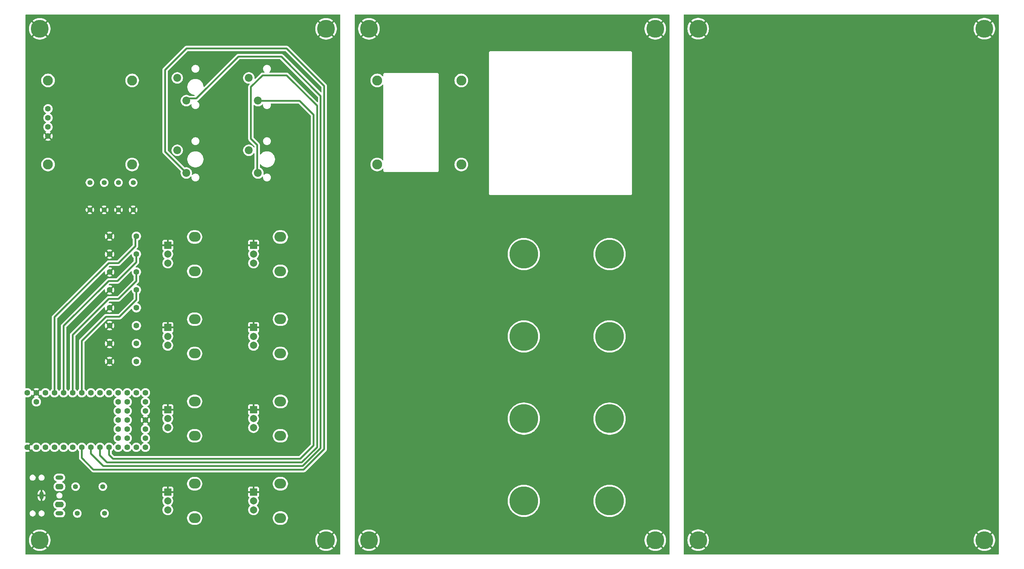
<source format=gbr>
%TF.GenerationSoftware,KiCad,Pcbnew,9.0.1*%
%TF.CreationDate,2025-08-14T16:42:03+01:00*%
%TF.ProjectId,MC8P_MIDI_CONTROLLER,4d433850-5f4d-4494-9449-5f434f4e5452,rev?*%
%TF.SameCoordinates,Original*%
%TF.FileFunction,Copper,L2,Bot*%
%TF.FilePolarity,Positive*%
%FSLAX46Y46*%
G04 Gerber Fmt 4.6, Leading zero omitted, Abs format (unit mm)*
G04 Created by KiCad (PCBNEW 9.0.1) date 2025-08-14 16:42:03*
%MOMM*%
%LPD*%
G01*
G04 APERTURE LIST*
%TA.AperFunction,ComponentPad*%
%ADD10C,1.397000*%
%TD*%
%TA.AperFunction,ComponentPad*%
%ADD11C,8.000000*%
%TD*%
%TA.AperFunction,ComponentPad*%
%ADD12C,5.000000*%
%TD*%
%TA.AperFunction,ComponentPad*%
%ADD13O,3.240000X2.780000*%
%TD*%
%TA.AperFunction,ComponentPad*%
%ADD14R,2.000000X2.000000*%
%TD*%
%TA.AperFunction,ComponentPad*%
%ADD15C,2.000000*%
%TD*%
%TA.AperFunction,ComponentPad*%
%ADD16C,1.600000*%
%TD*%
%TA.AperFunction,ComponentPad*%
%ADD17C,2.200000*%
%TD*%
%TA.AperFunction,ComponentPad*%
%ADD18O,2.200000X1.200000*%
%TD*%
%TA.AperFunction,ComponentPad*%
%ADD19O,2.300000X1.600000*%
%TD*%
%TA.AperFunction,ComponentPad*%
%ADD20O,1.200000X2.200000*%
%TD*%
%TA.AperFunction,ComponentPad*%
%ADD21O,2.500000X1.600000*%
%TD*%
%TA.AperFunction,WasherPad*%
%ADD22C,2.800000*%
%TD*%
%TA.AperFunction,Conductor*%
%ADD23C,0.500000*%
%TD*%
G04 APERTURE END LIST*
D10*
%TO.P,R3,1*%
%TO.N,D7*%
X64247500Y-81160000D03*
%TO.P,R3,2*%
%TO.N,GND*%
X64247500Y-88780000D03*
%TD*%
D11*
%TO.P,REF\u002A\u002A,*%
%TO.N,*%
X181531700Y-124160000D03*
%TD*%
%TO.P,REF\u002A\u002A,*%
%TO.N,*%
X181531700Y-101157300D03*
%TD*%
D10*
%TO.P,R5,1*%
%TO.N,TX0*%
X64367500Y-173660000D03*
%TO.P,R5,2*%
%TO.N,Net-(J1-PadT)*%
X56747500Y-173660000D03*
%TD*%
D12*
%TO.P,,*%
%TO.N,GND*%
X230247500Y-38140000D03*
%TD*%
D13*
%TO.P,RV6,*%
%TO.N,*%
X113491700Y-142357300D03*
X113491700Y-151957300D03*
D14*
%TO.P,RV6,1,1*%
%TO.N,GND*%
X105991700Y-144657300D03*
D15*
%TO.P,RV6,2,2*%
%TO.N,A7*%
X105991700Y-147157300D03*
%TO.P,RV6,3,3*%
%TO.N,Vcc*%
X105991700Y-149657300D03*
%TD*%
D11*
%TO.P,REF\u002A\u002A,*%
%TO.N,*%
X205491700Y-124157300D03*
%TD*%
D13*
%TO.P,RV3,*%
%TO.N,*%
X89531700Y-119357300D03*
X89531700Y-128957300D03*
D14*
%TO.P,RV3,1,1*%
%TO.N,GND*%
X82031700Y-121657300D03*
D15*
%TO.P,RV3,2,2*%
%TO.N,A2*%
X82031700Y-124157300D03*
%TO.P,RV3,3,3*%
%TO.N,Vcc*%
X82031700Y-126657300D03*
%TD*%
D12*
%TO.P,REF\u002A\u002A,*%
%TO.N,GND*%
X126247500Y-38160000D03*
%TD*%
D13*
%TO.P,RV7,*%
%TO.N,*%
X113491700Y-119357300D03*
X113491700Y-128957300D03*
D14*
%TO.P,RV7,1,1*%
%TO.N,GND*%
X105991700Y-121657300D03*
D15*
%TO.P,RV7,2,2*%
%TO.N,A8*%
X105991700Y-124157300D03*
%TO.P,RV7,3,3*%
%TO.N,Vcc*%
X105991700Y-126657300D03*
%TD*%
D16*
%TO.P,C2,1*%
%TO.N,A1*%
X73247500Y-126160000D03*
%TO.P,C2,2*%
%TO.N,GND*%
X65747500Y-126160000D03*
%TD*%
D12*
%TO.P,,*%
%TO.N,GND*%
X310247500Y-38140000D03*
%TD*%
%TO.P,,*%
%TO.N,GND*%
X230247500Y-181140000D03*
%TD*%
D16*
%TO.P,C5,1*%
%TO.N,A9*%
X73247500Y-96160000D03*
%TO.P,C5,2*%
%TO.N,GND*%
X65747500Y-96160000D03*
%TD*%
D13*
%TO.P,RV8,*%
%TO.N,*%
X113491700Y-96357300D03*
X113491700Y-105957300D03*
D14*
%TO.P,RV8,1,1*%
%TO.N,GND*%
X105991700Y-98657300D03*
D15*
%TO.P,RV8,2,2*%
%TO.N,A9*%
X105991700Y-101157300D03*
%TO.P,RV8,3,3*%
%TO.N,Vcc*%
X105991700Y-103657300D03*
%TD*%
D10*
%TO.P,R2,1*%
%TO.N,D6*%
X68247500Y-81160000D03*
%TO.P,R2,2*%
%TO.N,GND*%
X68247500Y-88780000D03*
%TD*%
D13*
%TO.P,RV5,*%
%TO.N,*%
X113491700Y-165357300D03*
X113491700Y-174957300D03*
D14*
%TO.P,RV5,1,1*%
%TO.N,GND*%
X105991700Y-167657300D03*
D15*
%TO.P,RV5,2,2*%
%TO.N,A6*%
X105991700Y-170157300D03*
%TO.P,RV5,3,3*%
%TO.N,Vcc*%
X105991700Y-172657300D03*
%TD*%
D13*
%TO.P,RV1,*%
%TO.N,*%
X89531700Y-165357300D03*
X89531700Y-174957300D03*
D14*
%TO.P,RV1,1,1*%
%TO.N,GND*%
X82031700Y-167657300D03*
D15*
%TO.P,RV1,2,2*%
%TO.N,A0*%
X82031700Y-170157300D03*
%TO.P,RV1,3,3*%
%TO.N,Vcc*%
X82031700Y-172657300D03*
%TD*%
D10*
%TO.P,R6,1*%
%TO.N,Vcc*%
X63867500Y-166160000D03*
%TO.P,R6,2*%
%TO.N,Net-(J1-PadR)*%
X56247500Y-166160000D03*
%TD*%
D16*
%TO.P,C8,1*%
%TO.N,A6*%
X73247500Y-111160000D03*
%TO.P,C8,2*%
%TO.N,GND*%
X65747500Y-111160000D03*
%TD*%
%TO.P,C4,1*%
%TO.N,A3*%
X73247500Y-116160000D03*
%TO.P,C4,2*%
%TO.N,GND*%
X65747500Y-116160000D03*
%TD*%
D12*
%TO.P,,*%
%TO.N,GND*%
X218247500Y-38160000D03*
%TD*%
D16*
%TO.P,U1,1,GND*%
%TO.N,GND*%
X42747500Y-155160000D03*
%TO.P,U1,2,0_RX1_CRX2_CS1*%
%TO.N,unconnected-(U1-0_RX1_CRX2_CS1-Pad2)*%
X45287500Y-155160000D03*
%TO.P,U1,3,1_TX1_CTX2_MISO1*%
%TO.N,TX0*%
X47827500Y-155160000D03*
%TO.P,U1,4,2_OUT2*%
%TO.N,unconnected-(U1-2_OUT2-Pad4)*%
X50367500Y-155160000D03*
%TO.P,U1,5,3_LRCLK2*%
%TO.N,unconnected-(U1-3_LRCLK2-Pad5)*%
X52907500Y-155160000D03*
%TO.P,U1,6,4_BCLK2*%
%TO.N,unconnected-(U1-4_BCLK2-Pad6)*%
X55447500Y-155160000D03*
%TO.P,U1,7,5_IN2*%
%TO.N,D5*%
X57987500Y-155160000D03*
%TO.P,U1,8,6_OUT1D*%
%TO.N,D6*%
X60527500Y-155160000D03*
%TO.P,U1,9,7_RX2_OUT1A*%
%TO.N,D7*%
X63067500Y-155160000D03*
%TO.P,U1,10,8_TX2_IN1*%
%TO.N,D8*%
X65607500Y-155160000D03*
%TO.P,U1,11,9_OUT1C*%
%TO.N,unconnected-(U1-9_OUT1C-Pad11)*%
X68147500Y-155160000D03*
%TO.P,U1,12,10_CS_MQSR*%
%TO.N,unconnected-(U1-10_CS_MQSR-Pad12)*%
X70687500Y-155160000D03*
%TO.P,U1,13,11_MOSI_CTX1*%
%TO.N,unconnected-(U1-11_MOSI_CTX1-Pad13)*%
X73227500Y-155160000D03*
%TO.P,U1,14,12_MISO_MQSL*%
%TO.N,unconnected-(U1-12_MISO_MQSL-Pad14)*%
X75767500Y-155160000D03*
%TO.P,U1,15,VBAT*%
%TO.N,unconnected-(U1-VBAT-Pad15)*%
X75767500Y-152620000D03*
%TO.P,U1,16,3V3*%
%TO.N,unconnected-(U1-3V3-Pad16)*%
X75767500Y-150080000D03*
%TO.P,U1,17,GND*%
%TO.N,GND*%
X75767500Y-147540000D03*
%TO.P,U1,18,PROGRAM*%
%TO.N,unconnected-(U1-PROGRAM-Pad18)*%
X75767500Y-145000000D03*
%TO.P,U1,19,ON_OFF*%
%TO.N,unconnected-(U1-ON_OFF-Pad19)*%
X75767500Y-142460000D03*
%TO.P,U1,20,13_SCK_CRX1_LED*%
%TO.N,unconnected-(U1-13_SCK_CRX1_LED-Pad20)*%
X75767500Y-139920000D03*
%TO.P,U1,21,14_A0_TX3_SPDIF_OUT*%
%TO.N,A0*%
X73227500Y-139920000D03*
%TO.P,U1,22,15_A1_RX3_SPDIF_IN*%
%TO.N,A1*%
X70687500Y-139920000D03*
%TO.P,U1,23,16_A2_RX4_SCL1*%
%TO.N,A2*%
X68147500Y-139920000D03*
%TO.P,U1,24,17_A3_TX4_SDA1*%
%TO.N,A3*%
X65607500Y-139920000D03*
%TO.P,U1,25,18_A4_SDA0*%
%TO.N,SDA0*%
X63067500Y-139920000D03*
%TO.P,U1,26,19_A5_SCL0*%
%TO.N,SCL0*%
X60527500Y-139920000D03*
%TO.P,U1,27,20_A6_TX5_LRCLK1*%
%TO.N,A6*%
X57987500Y-139920000D03*
%TO.P,U1,28,21_A7_RX5_BCLK1*%
%TO.N,A7*%
X55447500Y-139920000D03*
%TO.P,U1,29,22_A8_CTX1*%
%TO.N,A8*%
X52907500Y-139920000D03*
%TO.P,U1,30,23_A9_CRX1_MCLK1*%
%TO.N,A9*%
X50367500Y-139920000D03*
%TO.P,U1,31,3V3*%
%TO.N,3V3*%
X47827500Y-139920000D03*
%TO.P,U1,32,GND*%
%TO.N,GND*%
X45287500Y-139920000D03*
%TO.P,U1,33,VIN*%
%TO.N,Vcc*%
X42747500Y-139920000D03*
%TO.P,U1,34,VUSB*%
%TO.N,unconnected-(U1-VUSB-Pad34)*%
X45287500Y-142460000D03*
%TO.P,U1,35,24_A10_TX6_SCL2*%
%TO.N,unconnected-(U1-24_A10_TX6_SCL2-Pad35)*%
X70687500Y-142460000D03*
%TO.P,U1,36,25_A11_RX6_SDA2*%
%TO.N,unconnected-(U1-25_A11_RX6_SDA2-Pad36)*%
X68147500Y-142460000D03*
%TO.P,U1,37,26_A12_MOSI1*%
%TO.N,unconnected-(U1-26_A12_MOSI1-Pad37)*%
X70687500Y-145000000D03*
%TO.P,U1,38,27_A13_SCK1*%
%TO.N,unconnected-(U1-27_A13_SCK1-Pad38)*%
X68147500Y-145000000D03*
%TO.P,U1,39,28_RX7*%
%TO.N,unconnected-(U1-28_RX7-Pad39)*%
X70687500Y-147540000D03*
%TO.P,U1,40,29_TX7*%
%TO.N,unconnected-(U1-29_TX7-Pad40)*%
X68147500Y-147540000D03*
%TO.P,U1,41,30_CRX3*%
%TO.N,unconnected-(U1-30_CRX3-Pad41)*%
X70687500Y-150080000D03*
%TO.P,U1,42,31_CTX3*%
%TO.N,unconnected-(U1-31_CTX3-Pad42)*%
X68147500Y-150080000D03*
%TO.P,U1,43,32_OUT1B*%
%TO.N,unconnected-(U1-32_OUT1B-Pad43)*%
X70687500Y-152620000D03*
%TO.P,U1,44,33_MCLK2*%
%TO.N,unconnected-(U1-33_MCLK2-Pad44)*%
X68147500Y-152620000D03*
%TD*%
D12*
%TO.P,REF\u002A\u002A,*%
%TO.N,GND*%
X46247500Y-38160000D03*
%TD*%
D11*
%TO.P,REF\u002A\u002A,*%
%TO.N,*%
X205491700Y-147157300D03*
%TD*%
D17*
%TO.P,SW4,1,A*%
%TO.N,Vcc*%
X104667500Y-51890000D03*
%TO.P,SW4,2,B*%
%TO.N,D8*%
X107207500Y-58240000D03*
%TD*%
D12*
%TO.P,,*%
%TO.N,GND*%
X310247500Y-181140000D03*
%TD*%
D16*
%TO.P,C6,1*%
%TO.N,A8*%
X73247500Y-101160000D03*
%TO.P,C6,2*%
%TO.N,GND*%
X65747500Y-101160000D03*
%TD*%
D12*
%TO.P,,*%
%TO.N,GND*%
X218247500Y-181160000D03*
%TD*%
D18*
%TO.P,J1,R*%
%TO.N,Net-(J1-PadR)*%
X51747500Y-163660000D03*
D19*
%TO.P,J1,RN*%
%TO.N,N/C*%
X51747500Y-166160000D03*
D20*
%TO.P,J1,S*%
%TO.N,GND*%
X46747500Y-168660000D03*
D18*
%TO.P,J1,T*%
%TO.N,Net-(J1-PadT)*%
X51747500Y-173660000D03*
D21*
%TO.P,J1,TN*%
%TO.N,N/C*%
X51747500Y-171160000D03*
%TD*%
D16*
%TO.P,C3,1*%
%TO.N,A2*%
X73247500Y-121160000D03*
%TO.P,C3,2*%
%TO.N,GND*%
X65747500Y-121160000D03*
%TD*%
D11*
%TO.P,REF\u002A\u002A,*%
%TO.N,*%
X181531700Y-147160000D03*
%TD*%
D12*
%TO.P,,*%
%TO.N,GND*%
X126247500Y-181160000D03*
%TD*%
D17*
%TO.P,SW3,1,A*%
%TO.N,Vcc*%
X104667500Y-72120000D03*
%TO.P,SW3,2,B*%
%TO.N,D7*%
X107207500Y-78470000D03*
%TD*%
D12*
%TO.P,,*%
%TO.N,GND*%
X138247500Y-38160000D03*
%TD*%
D17*
%TO.P,SW2,1,A*%
%TO.N,Vcc*%
X84667500Y-51890000D03*
%TO.P,SW2,2,B*%
%TO.N,D6*%
X87207500Y-58240000D03*
%TD*%
D11*
%TO.P,REF\u002A\u002A,*%
%TO.N,*%
X205491700Y-170157300D03*
%TD*%
D13*
%TO.P,RV2,*%
%TO.N,*%
X89531700Y-142357300D03*
X89531700Y-151957300D03*
D14*
%TO.P,RV2,1,1*%
%TO.N,GND*%
X82031700Y-144657300D03*
D15*
%TO.P,RV2,2,2*%
%TO.N,A1*%
X82031700Y-147157300D03*
%TO.P,RV2,3,3*%
%TO.N,Vcc*%
X82031700Y-149657300D03*
%TD*%
D11*
%TO.P,REF\u002A\u002A,*%
%TO.N,*%
X181531700Y-170157300D03*
%TD*%
%TO.P,REF\u002A\u002A,*%
%TO.N,*%
X205491700Y-101157300D03*
%TD*%
D10*
%TO.P,R1,1*%
%TO.N,D5*%
X72347500Y-81160000D03*
%TO.P,R1,2*%
%TO.N,GND*%
X72347500Y-88780000D03*
%TD*%
D16*
%TO.P,C7,1*%
%TO.N,A7*%
X73247500Y-106160000D03*
%TO.P,C7,2*%
%TO.N,GND*%
X65747500Y-106160000D03*
%TD*%
D10*
%TO.P,R4,1*%
%TO.N,D8*%
X60247500Y-81160000D03*
%TO.P,R4,2*%
%TO.N,GND*%
X60247500Y-88780000D03*
%TD*%
D13*
%TO.P,RV4,*%
%TO.N,*%
X89531700Y-96357300D03*
X89531700Y-105957300D03*
D14*
%TO.P,RV4,1,1*%
%TO.N,GND*%
X82031700Y-98657300D03*
D15*
%TO.P,RV4,2,2*%
%TO.N,A3*%
X82031700Y-101157300D03*
%TO.P,RV4,3,3*%
%TO.N,Vcc*%
X82031700Y-103657300D03*
%TD*%
D12*
%TO.P,,*%
%TO.N,GND*%
X138247500Y-181160000D03*
%TD*%
D16*
%TO.P,C1,1*%
%TO.N,A0*%
X73247500Y-131160000D03*
%TO.P,C1,2*%
%TO.N,GND*%
X65747500Y-131160000D03*
%TD*%
D12*
%TO.P,REF\u002A\u002A,*%
%TO.N,GND*%
X46247500Y-181160000D03*
%TD*%
D17*
%TO.P,SW1,1,A*%
%TO.N,Vcc*%
X84667500Y-72120000D03*
%TO.P,SW1,2,B*%
%TO.N,D5*%
X87207500Y-78470000D03*
%TD*%
D22*
%TO.P,SSD1306,*%
%TO.N,*%
X72052500Y-52600000D03*
X48552500Y-52600000D03*
X72052500Y-76100000D03*
X48552500Y-76100000D03*
D16*
%TO.P,SSD1306,1,SDA*%
%TO.N,SDA0*%
X48552500Y-60540000D03*
%TO.P,SSD1306,2,SCL*%
%TO.N,SCL0*%
X48552500Y-63080000D03*
%TO.P,SSD1306,3,VCC*%
%TO.N,3V3*%
X48552500Y-65620000D03*
%TO.P,SSD1306,4,GND*%
%TO.N,GND*%
X48552500Y-68160000D03*
%TD*%
D22*
%TO.P,SSD1306,*%
%TO.N,*%
X164052500Y-52600000D03*
X140552500Y-52600000D03*
X164052500Y-76100000D03*
X140552500Y-76100000D03*
%TD*%
D23*
%TO.N,A9*%
X68247500Y-103660000D02*
X72997500Y-98910000D01*
X72997500Y-96410000D02*
X73247500Y-96160000D01*
X50367500Y-139920000D02*
X50367500Y-118790000D01*
X72997500Y-98910000D02*
X72997500Y-96410000D01*
X65497500Y-103660000D02*
X68247500Y-103660000D01*
X50367500Y-118790000D02*
X65497500Y-103660000D01*
%TO.N,A8*%
X67997500Y-108660000D02*
X73247500Y-103410000D01*
X73247500Y-103410000D02*
X73247500Y-101160000D01*
X52907500Y-139920000D02*
X52907500Y-121250000D01*
X65497500Y-108660000D02*
X67997500Y-108660000D01*
X52907500Y-121250000D02*
X65497500Y-108660000D01*
%TO.N,A7*%
X68247500Y-113660000D02*
X73247500Y-108660000D01*
X65497500Y-113660000D02*
X68247500Y-113660000D01*
X73247500Y-108660000D02*
X73247500Y-106160000D01*
X55447500Y-123710000D02*
X65497500Y-113660000D01*
X55447500Y-139920000D02*
X55447500Y-123710000D01*
%TO.N,A6*%
X57987500Y-125420000D02*
X57987500Y-139920000D01*
X64747500Y-118660000D02*
X57987500Y-125420000D01*
X73247500Y-111160000D02*
X73247500Y-113910000D01*
X68497500Y-118660000D02*
X64747500Y-118660000D01*
X73247500Y-113910000D02*
X68497500Y-118660000D01*
%TO.N,D5*%
X115247500Y-43660000D02*
X87247500Y-43660000D01*
X57987500Y-158150000D02*
X61247500Y-161410000D01*
X87247500Y-43660000D02*
X81247500Y-49660000D01*
X125747500Y-155660000D02*
X125747500Y-54160000D01*
X81247500Y-49660000D02*
X81247500Y-72510000D01*
X119997500Y-161410000D02*
X125747500Y-155660000D01*
X125747500Y-54160000D02*
X115247500Y-43660000D01*
X61247500Y-161410000D02*
X119997500Y-161410000D01*
X57987500Y-155160000D02*
X57987500Y-158150000D01*
X81247500Y-72510000D02*
X87207500Y-78470000D01*
%TO.N,D6*%
X63997500Y-160410000D02*
X119747500Y-160410000D01*
X119747500Y-160410000D02*
X124747500Y-155410000D01*
X60527500Y-156940000D02*
X63997500Y-160410000D01*
X87787500Y-57660000D02*
X87207500Y-58240000D01*
X60527500Y-155160000D02*
X60527500Y-156940000D01*
X124747500Y-155410000D02*
X124747500Y-56910000D01*
X124747500Y-56910000D02*
X113747500Y-45910000D01*
X101747500Y-45910000D02*
X89997500Y-57660000D01*
X89997500Y-57660000D02*
X87787500Y-57660000D01*
X113747500Y-45910000D02*
X101747500Y-45910000D01*
%TO.N,D7*%
X108497500Y-51160000D02*
X105247500Y-54410000D01*
X123747500Y-59660000D02*
X115247500Y-51160000D01*
X105247500Y-54410000D02*
X105247500Y-68910000D01*
X106997500Y-70660000D02*
X106997500Y-78260000D01*
X106997500Y-78260000D02*
X107207500Y-78470000D01*
X64997500Y-159410000D02*
X119497500Y-159410000D01*
X119497500Y-159410000D02*
X123747500Y-155160000D01*
X123747500Y-155160000D02*
X123747500Y-59660000D01*
X105247500Y-68910000D02*
X106997500Y-70660000D01*
X63067500Y-157480000D02*
X64997500Y-159410000D01*
X63067500Y-155160000D02*
X63067500Y-157480000D01*
X115247500Y-51160000D02*
X108497500Y-51160000D01*
%TO.N,D8*%
X65607500Y-157270000D02*
X66747500Y-158410000D01*
X122747500Y-62160000D02*
X118867500Y-58280000D01*
X118867500Y-58280000D02*
X107247500Y-58280000D01*
X107247500Y-58280000D02*
X107207500Y-58240000D01*
X118997500Y-158410000D02*
X122747500Y-154660000D01*
X66747500Y-158410000D02*
X118997500Y-158410000D01*
X65607500Y-155160000D02*
X65607500Y-157270000D01*
X122747500Y-154660000D02*
X122747500Y-62160000D01*
%TD*%
%TA.AperFunction,Conductor*%
%TO.N,GND*%
G36*
X222190539Y-34179685D02*
G01*
X222236294Y-34232489D01*
X222247500Y-34284000D01*
X222247500Y-185036000D01*
X222227815Y-185103039D01*
X222175011Y-185148794D01*
X222123500Y-185160000D01*
X134371500Y-185160000D01*
X134304461Y-185140315D01*
X134258706Y-185087511D01*
X134247500Y-185036000D01*
X134247500Y-180991519D01*
X135247500Y-180991519D01*
X135247500Y-181328480D01*
X135285225Y-181663297D01*
X135285227Y-181663313D01*
X135360205Y-181991814D01*
X135360209Y-181991826D01*
X135471495Y-182309862D01*
X135617691Y-182613440D01*
X135796961Y-182898747D01*
X135955897Y-183098048D01*
X136953247Y-182100697D01*
X137027088Y-182202330D01*
X137205170Y-182380412D01*
X137306800Y-182454251D01*
X136309450Y-183451601D01*
X136508752Y-183610538D01*
X136794059Y-183789808D01*
X137097637Y-183936004D01*
X137415673Y-184047290D01*
X137415685Y-184047294D01*
X137744186Y-184122272D01*
X137744202Y-184122274D01*
X138079019Y-184159999D01*
X138079021Y-184160000D01*
X138415979Y-184160000D01*
X138415980Y-184159999D01*
X138750797Y-184122274D01*
X138750813Y-184122272D01*
X139079314Y-184047294D01*
X139079326Y-184047290D01*
X139397362Y-183936004D01*
X139700940Y-183789808D01*
X139986247Y-183610538D01*
X140185548Y-183451600D01*
X139188198Y-182454251D01*
X139289830Y-182380412D01*
X139467912Y-182202330D01*
X139541751Y-182100698D01*
X140539100Y-183098048D01*
X140698038Y-182898747D01*
X140877308Y-182613440D01*
X141023504Y-182309862D01*
X141134790Y-181991826D01*
X141134794Y-181991814D01*
X141209772Y-181663313D01*
X141209774Y-181663297D01*
X141247499Y-181328480D01*
X141247500Y-181328478D01*
X141247500Y-180991521D01*
X141247499Y-180991519D01*
X215247500Y-180991519D01*
X215247500Y-181328480D01*
X215285225Y-181663297D01*
X215285227Y-181663313D01*
X215360205Y-181991814D01*
X215360209Y-181991826D01*
X215471495Y-182309862D01*
X215617691Y-182613440D01*
X215796961Y-182898747D01*
X215955897Y-183098048D01*
X216953247Y-182100697D01*
X217027088Y-182202330D01*
X217205170Y-182380412D01*
X217306800Y-182454251D01*
X216309450Y-183451601D01*
X216508752Y-183610538D01*
X216794059Y-183789808D01*
X217097637Y-183936004D01*
X217415673Y-184047290D01*
X217415685Y-184047294D01*
X217744186Y-184122272D01*
X217744202Y-184122274D01*
X218079019Y-184159999D01*
X218079021Y-184160000D01*
X218415979Y-184160000D01*
X218415980Y-184159999D01*
X218750797Y-184122274D01*
X218750813Y-184122272D01*
X219079314Y-184047294D01*
X219079326Y-184047290D01*
X219397362Y-183936004D01*
X219700940Y-183789808D01*
X219986247Y-183610538D01*
X220185548Y-183451600D01*
X219188198Y-182454251D01*
X219289830Y-182380412D01*
X219467912Y-182202330D01*
X219541751Y-182100699D01*
X220539100Y-183098048D01*
X220698038Y-182898747D01*
X220877308Y-182613440D01*
X221023504Y-182309862D01*
X221134790Y-181991826D01*
X221134794Y-181991814D01*
X221209772Y-181663313D01*
X221209774Y-181663297D01*
X221247499Y-181328480D01*
X221247500Y-181328478D01*
X221247500Y-180991521D01*
X221247499Y-180991519D01*
X221209774Y-180656702D01*
X221209772Y-180656686D01*
X221134794Y-180328185D01*
X221134790Y-180328173D01*
X221023504Y-180010137D01*
X220877308Y-179706559D01*
X220698038Y-179421252D01*
X220539101Y-179221950D01*
X219541750Y-180219300D01*
X219467912Y-180117670D01*
X219289830Y-179939588D01*
X219188197Y-179865747D01*
X220185548Y-178868397D01*
X219986247Y-178709461D01*
X219700940Y-178530191D01*
X219397362Y-178383995D01*
X219079326Y-178272709D01*
X219079314Y-178272705D01*
X218750813Y-178197727D01*
X218750797Y-178197725D01*
X218415980Y-178160000D01*
X218079019Y-178160000D01*
X217744202Y-178197725D01*
X217744186Y-178197727D01*
X217415685Y-178272705D01*
X217415673Y-178272709D01*
X217097637Y-178383995D01*
X216794059Y-178530191D01*
X216508752Y-178709461D01*
X216309450Y-178868397D01*
X217306801Y-179865748D01*
X217205170Y-179939588D01*
X217027088Y-180117670D01*
X216953248Y-180219301D01*
X215955897Y-179221950D01*
X215796961Y-179421252D01*
X215617691Y-179706559D01*
X215471495Y-180010137D01*
X215360209Y-180328173D01*
X215360205Y-180328185D01*
X215285227Y-180656686D01*
X215285225Y-180656702D01*
X215247500Y-180991519D01*
X141247499Y-180991519D01*
X141209774Y-180656702D01*
X141209772Y-180656686D01*
X141134794Y-180328185D01*
X141134790Y-180328173D01*
X141023504Y-180010137D01*
X140877308Y-179706559D01*
X140698038Y-179421252D01*
X140539101Y-179221950D01*
X139541750Y-180219300D01*
X139467912Y-180117670D01*
X139289830Y-179939588D01*
X139188197Y-179865747D01*
X140185548Y-178868397D01*
X139986247Y-178709461D01*
X139700940Y-178530191D01*
X139397362Y-178383995D01*
X139079326Y-178272709D01*
X139079314Y-178272705D01*
X138750813Y-178197727D01*
X138750797Y-178197725D01*
X138415980Y-178160000D01*
X138079019Y-178160000D01*
X137744202Y-178197725D01*
X137744186Y-178197727D01*
X137415685Y-178272705D01*
X137415673Y-178272709D01*
X137097637Y-178383995D01*
X136794059Y-178530191D01*
X136508752Y-178709461D01*
X136309450Y-178868397D01*
X137306801Y-179865748D01*
X137205170Y-179939588D01*
X137027088Y-180117670D01*
X136953248Y-180219301D01*
X135955897Y-179221950D01*
X135796961Y-179421252D01*
X135617691Y-179706559D01*
X135471495Y-180010137D01*
X135360209Y-180328173D01*
X135360205Y-180328185D01*
X135285227Y-180656686D01*
X135285225Y-180656702D01*
X135247500Y-180991519D01*
X134247500Y-180991519D01*
X134247500Y-169960799D01*
X177031200Y-169960799D01*
X177031200Y-170353800D01*
X177065451Y-170745295D01*
X177065451Y-170745299D01*
X177133691Y-171132305D01*
X177133693Y-171132315D01*
X177235407Y-171511916D01*
X177235408Y-171511918D01*
X177235408Y-171511919D01*
X177369824Y-171881221D01*
X177535895Y-172237362D01*
X177535907Y-172237386D01*
X177732395Y-172577712D01*
X177732404Y-172577727D01*
X177957815Y-172899647D01*
X178150493Y-173129271D01*
X178210422Y-173200691D01*
X178488309Y-173478578D01*
X178595438Y-173568470D01*
X178789352Y-173731184D01*
X178789358Y-173731188D01*
X178789359Y-173731189D01*
X179111279Y-173956600D01*
X179451620Y-174153096D01*
X179451634Y-174153102D01*
X179451637Y-174153104D01*
X179807778Y-174319175D01*
X179807783Y-174319176D01*
X179807792Y-174319181D01*
X180177084Y-174453593D01*
X180556685Y-174555307D01*
X180943707Y-174623549D01*
X181335202Y-174657799D01*
X181335203Y-174657800D01*
X181335204Y-174657800D01*
X181728197Y-174657800D01*
X181728197Y-174657799D01*
X182119693Y-174623549D01*
X182506715Y-174555307D01*
X182886316Y-174453593D01*
X183255608Y-174319181D01*
X183611780Y-174153096D01*
X183952121Y-173956600D01*
X184274041Y-173731189D01*
X184575091Y-173478578D01*
X184852978Y-173200691D01*
X185105589Y-172899641D01*
X185331000Y-172577721D01*
X185527496Y-172237380D01*
X185693581Y-171881208D01*
X185827993Y-171511916D01*
X185929707Y-171132315D01*
X185997949Y-170745293D01*
X186032200Y-170353796D01*
X186032200Y-169960804D01*
X186032200Y-169960799D01*
X200991200Y-169960799D01*
X200991200Y-170353800D01*
X201025451Y-170745295D01*
X201025451Y-170745299D01*
X201093691Y-171132305D01*
X201093693Y-171132315D01*
X201195407Y-171511916D01*
X201195408Y-171511918D01*
X201195408Y-171511919D01*
X201329824Y-171881221D01*
X201495895Y-172237362D01*
X201495907Y-172237386D01*
X201692395Y-172577712D01*
X201692404Y-172577727D01*
X201917815Y-172899647D01*
X202110493Y-173129271D01*
X202170422Y-173200691D01*
X202448309Y-173478578D01*
X202555438Y-173568470D01*
X202749352Y-173731184D01*
X202749358Y-173731188D01*
X202749359Y-173731189D01*
X203071279Y-173956600D01*
X203411620Y-174153096D01*
X203411634Y-174153102D01*
X203411637Y-174153104D01*
X203767778Y-174319175D01*
X203767783Y-174319176D01*
X203767792Y-174319181D01*
X204137084Y-174453593D01*
X204516685Y-174555307D01*
X204903707Y-174623549D01*
X205295202Y-174657799D01*
X205295203Y-174657800D01*
X205295204Y-174657800D01*
X205688197Y-174657800D01*
X205688197Y-174657799D01*
X206079693Y-174623549D01*
X206466715Y-174555307D01*
X206846316Y-174453593D01*
X207215608Y-174319181D01*
X207571780Y-174153096D01*
X207912121Y-173956600D01*
X208234041Y-173731189D01*
X208535091Y-173478578D01*
X208812978Y-173200691D01*
X209065589Y-172899641D01*
X209291000Y-172577721D01*
X209487496Y-172237380D01*
X209653581Y-171881208D01*
X209787993Y-171511916D01*
X209889707Y-171132315D01*
X209957949Y-170745293D01*
X209992200Y-170353796D01*
X209992200Y-169960804D01*
X209957949Y-169569307D01*
X209889707Y-169182285D01*
X209787993Y-168802684D01*
X209653581Y-168433392D01*
X209653576Y-168433383D01*
X209653575Y-168433378D01*
X209487504Y-168077237D01*
X209487492Y-168077213D01*
X209475155Y-168055846D01*
X209291000Y-167736879D01*
X209065589Y-167414959D01*
X209065588Y-167414958D01*
X209065584Y-167414952D01*
X208812975Y-167113906D01*
X208535093Y-166836024D01*
X208234047Y-166583415D01*
X207912127Y-166358004D01*
X207912124Y-166358002D01*
X207912121Y-166358000D01*
X207811005Y-166299620D01*
X207571786Y-166161507D01*
X207571762Y-166161495D01*
X207215621Y-165995424D01*
X207215610Y-165995420D01*
X207215608Y-165995419D01*
X206846316Y-165861007D01*
X206605660Y-165796523D01*
X206466716Y-165759293D01*
X206466705Y-165759291D01*
X206079697Y-165691051D01*
X205688200Y-165656800D01*
X205688196Y-165656800D01*
X205295204Y-165656800D01*
X205295199Y-165656800D01*
X204903704Y-165691051D01*
X204903700Y-165691051D01*
X204516694Y-165759291D01*
X204516683Y-165759293D01*
X204313255Y-165813802D01*
X204137084Y-165861007D01*
X204137081Y-165861008D01*
X204137080Y-165861008D01*
X203767778Y-165995424D01*
X203411637Y-166161495D01*
X203411613Y-166161507D01*
X203071287Y-166357995D01*
X203071272Y-166358004D01*
X202749352Y-166583415D01*
X202448306Y-166836024D01*
X202170424Y-167113906D01*
X201917815Y-167414952D01*
X201692404Y-167736872D01*
X201692395Y-167736887D01*
X201495907Y-168077213D01*
X201495895Y-168077237D01*
X201329824Y-168433378D01*
X201195408Y-168802680D01*
X201195408Y-168802682D01*
X201093693Y-169182283D01*
X201093691Y-169182294D01*
X201025451Y-169569300D01*
X201025451Y-169569304D01*
X200991200Y-169960799D01*
X186032200Y-169960799D01*
X185997949Y-169569307D01*
X185929707Y-169182285D01*
X185827993Y-168802684D01*
X185693581Y-168433392D01*
X185693576Y-168433383D01*
X185693575Y-168433378D01*
X185527504Y-168077237D01*
X185527492Y-168077213D01*
X185515155Y-168055846D01*
X185331000Y-167736879D01*
X185105589Y-167414959D01*
X185105588Y-167414958D01*
X185105584Y-167414952D01*
X184852975Y-167113906D01*
X184575093Y-166836024D01*
X184274047Y-166583415D01*
X183952127Y-166358004D01*
X183952124Y-166358002D01*
X183952121Y-166358000D01*
X183851005Y-166299620D01*
X183611786Y-166161507D01*
X183611762Y-166161495D01*
X183255621Y-165995424D01*
X183255610Y-165995420D01*
X183255608Y-165995419D01*
X182886316Y-165861007D01*
X182645660Y-165796523D01*
X182506716Y-165759293D01*
X182506705Y-165759291D01*
X182119697Y-165691051D01*
X181728200Y-165656800D01*
X181728196Y-165656800D01*
X181335204Y-165656800D01*
X181335199Y-165656800D01*
X180943704Y-165691051D01*
X180943700Y-165691051D01*
X180556694Y-165759291D01*
X180556683Y-165759293D01*
X180353255Y-165813802D01*
X180177084Y-165861007D01*
X180177081Y-165861008D01*
X180177080Y-165861008D01*
X179807778Y-165995424D01*
X179451637Y-166161495D01*
X179451613Y-166161507D01*
X179111287Y-166357995D01*
X179111272Y-166358004D01*
X178789352Y-166583415D01*
X178488306Y-166836024D01*
X178210424Y-167113906D01*
X177957815Y-167414952D01*
X177732404Y-167736872D01*
X177732395Y-167736887D01*
X177535907Y-168077213D01*
X177535895Y-168077237D01*
X177369824Y-168433378D01*
X177235408Y-168802680D01*
X177235408Y-168802682D01*
X177133693Y-169182283D01*
X177133691Y-169182294D01*
X177065451Y-169569300D01*
X177065451Y-169569304D01*
X177031200Y-169960799D01*
X134247500Y-169960799D01*
X134247500Y-146963499D01*
X177031200Y-146963499D01*
X177031200Y-147356500D01*
X177065451Y-147747997D01*
X177133215Y-148132305D01*
X177133693Y-148135015D01*
X177235407Y-148514616D01*
X177368836Y-148881208D01*
X177369824Y-148883921D01*
X177535895Y-149240062D01*
X177535907Y-149240086D01*
X177732395Y-149580412D01*
X177732404Y-149580427D01*
X177957815Y-149902347D01*
X178150493Y-150131971D01*
X178210422Y-150203391D01*
X178488309Y-150481278D01*
X178595438Y-150571170D01*
X178789352Y-150733884D01*
X178789358Y-150733888D01*
X178789359Y-150733889D01*
X179111279Y-150959300D01*
X179430246Y-151143455D01*
X179446936Y-151153092D01*
X179451620Y-151155796D01*
X179451634Y-151155802D01*
X179451637Y-151155804D01*
X179807778Y-151321875D01*
X179807783Y-151321876D01*
X179807792Y-151321881D01*
X180177084Y-151456293D01*
X180556685Y-151558007D01*
X180943707Y-151626249D01*
X181335202Y-151660499D01*
X181335203Y-151660500D01*
X181335204Y-151660500D01*
X181728197Y-151660500D01*
X181728197Y-151660499D01*
X182119693Y-151626249D01*
X182506715Y-151558007D01*
X182886316Y-151456293D01*
X183255608Y-151321881D01*
X183611780Y-151155796D01*
X183952121Y-150959300D01*
X184274041Y-150733889D01*
X184575091Y-150481278D01*
X184852978Y-150203391D01*
X185105589Y-149902341D01*
X185331000Y-149580421D01*
X185527496Y-149240080D01*
X185693581Y-148883908D01*
X185827993Y-148514616D01*
X185929707Y-148135015D01*
X185997949Y-147747993D01*
X186032200Y-147356496D01*
X186032200Y-146963504D01*
X186031963Y-146960798D01*
X200991200Y-146960798D01*
X200991200Y-147353794D01*
X201025451Y-147745295D01*
X201025451Y-147745299D01*
X201093691Y-148132305D01*
X201093693Y-148132316D01*
X201120947Y-148234030D01*
X201195407Y-148511916D01*
X201195408Y-148511918D01*
X201195408Y-148511919D01*
X201329824Y-148881221D01*
X201495895Y-149237362D01*
X201495907Y-149237386D01*
X201692395Y-149577712D01*
X201692404Y-149577727D01*
X201917815Y-149899647D01*
X202110493Y-150129271D01*
X202170422Y-150200691D01*
X202448309Y-150478578D01*
X202451527Y-150481278D01*
X202749352Y-150731184D01*
X202749358Y-150731188D01*
X202749359Y-150731189D01*
X203071279Y-150956600D01*
X203411620Y-151153096D01*
X203411634Y-151153102D01*
X203411637Y-151153104D01*
X203767778Y-151319175D01*
X203767783Y-151319176D01*
X203767792Y-151319181D01*
X204137084Y-151453593D01*
X204516685Y-151555307D01*
X204903707Y-151623549D01*
X205295202Y-151657799D01*
X205295203Y-151657800D01*
X205295204Y-151657800D01*
X205688197Y-151657800D01*
X205688197Y-151657799D01*
X206079693Y-151623549D01*
X206466715Y-151555307D01*
X206846316Y-151453593D01*
X207215608Y-151319181D01*
X207571780Y-151153096D01*
X207912121Y-150956600D01*
X208234041Y-150731189D01*
X208535091Y-150478578D01*
X208812978Y-150200691D01*
X209065589Y-149899641D01*
X209291000Y-149577721D01*
X209487496Y-149237380D01*
X209653581Y-148881208D01*
X209787993Y-148511916D01*
X209889707Y-148132315D01*
X209957949Y-147745293D01*
X209992200Y-147353796D01*
X209992200Y-146960804D01*
X209992200Y-146960798D01*
X209977958Y-146798017D01*
X209957949Y-146569307D01*
X209889707Y-146182285D01*
X209787993Y-145802684D01*
X209653581Y-145433392D01*
X209653576Y-145433383D01*
X209653575Y-145433378D01*
X209487504Y-145077237D01*
X209487492Y-145077213D01*
X209292563Y-144739587D01*
X209291000Y-144736879D01*
X209065589Y-144414959D01*
X209065588Y-144414958D01*
X209065584Y-144414952D01*
X208902870Y-144221038D01*
X208812978Y-144113909D01*
X208535091Y-143836022D01*
X208463671Y-143776093D01*
X208234047Y-143583415D01*
X207912127Y-143358004D01*
X207912124Y-143358002D01*
X207912121Y-143358000D01*
X207811005Y-143299620D01*
X207571786Y-143161507D01*
X207571762Y-143161495D01*
X207215621Y-142995424D01*
X207215610Y-142995420D01*
X207215608Y-142995419D01*
X206846316Y-142861007D01*
X206476792Y-142761993D01*
X206466716Y-142759293D01*
X206466705Y-142759291D01*
X206079697Y-142691051D01*
X205688200Y-142656800D01*
X205688196Y-142656800D01*
X205295204Y-142656800D01*
X205295199Y-142656800D01*
X204903704Y-142691051D01*
X204903700Y-142691051D01*
X204516694Y-142759291D01*
X204516683Y-142759293D01*
X204313255Y-142813802D01*
X204137084Y-142861007D01*
X204137081Y-142861008D01*
X204137080Y-142861008D01*
X203767778Y-142995424D01*
X203411637Y-143161495D01*
X203411613Y-143161507D01*
X203071287Y-143357995D01*
X203071272Y-143358004D01*
X202749352Y-143583415D01*
X202448306Y-143836024D01*
X202170424Y-144113906D01*
X201917815Y-144414952D01*
X201692404Y-144736872D01*
X201692395Y-144736887D01*
X201495907Y-145077213D01*
X201495895Y-145077237D01*
X201329824Y-145433378D01*
X201329819Y-145433392D01*
X201195407Y-145802684D01*
X201194684Y-145805384D01*
X201093693Y-146182283D01*
X201093691Y-146182294D01*
X201025451Y-146569300D01*
X201025451Y-146569304D01*
X200991200Y-146960798D01*
X186031963Y-146960798D01*
X186019448Y-146817747D01*
X185997949Y-146572007D01*
X185997472Y-146569304D01*
X185978480Y-146461592D01*
X185929707Y-146184985D01*
X185827993Y-145805384D01*
X185693581Y-145436092D01*
X185693576Y-145436083D01*
X185693575Y-145436078D01*
X185527504Y-145079937D01*
X185527492Y-145079913D01*
X185515155Y-145058546D01*
X185331000Y-144739579D01*
X185105589Y-144417659D01*
X185105588Y-144417658D01*
X185105584Y-144417652D01*
X184852975Y-144116606D01*
X184575093Y-143838724D01*
X184571875Y-143836024D01*
X184503671Y-143778793D01*
X184274047Y-143586115D01*
X183952127Y-143360704D01*
X183952124Y-143360702D01*
X183952121Y-143360700D01*
X183851005Y-143302320D01*
X183611786Y-143164207D01*
X183611762Y-143164195D01*
X183255621Y-142998124D01*
X183255610Y-142998120D01*
X183255608Y-142998119D01*
X182886316Y-142863707D01*
X182645660Y-142799223D01*
X182506716Y-142761993D01*
X182506705Y-142761991D01*
X182119697Y-142693751D01*
X181728200Y-142659500D01*
X181728196Y-142659500D01*
X181335204Y-142659500D01*
X181335199Y-142659500D01*
X180943704Y-142693751D01*
X180943700Y-142693751D01*
X180556694Y-142761991D01*
X180556683Y-142761993D01*
X180353255Y-142816502D01*
X180177084Y-142863707D01*
X180177081Y-142863708D01*
X180177080Y-142863708D01*
X179807778Y-142998124D01*
X179451637Y-143164195D01*
X179451613Y-143164207D01*
X179111287Y-143360695D01*
X179111272Y-143360704D01*
X178789352Y-143586115D01*
X178488306Y-143838724D01*
X178210424Y-144116606D01*
X177957815Y-144417652D01*
X177732404Y-144739572D01*
X177732395Y-144739587D01*
X177535907Y-145079913D01*
X177535895Y-145079937D01*
X177369824Y-145436078D01*
X177235408Y-145805380D01*
X177235408Y-145805382D01*
X177133693Y-146184983D01*
X177133691Y-146184994D01*
X177065451Y-146572000D01*
X177065451Y-146572004D01*
X177031200Y-146963499D01*
X134247500Y-146963499D01*
X134247500Y-123963499D01*
X177031200Y-123963499D01*
X177031200Y-124356500D01*
X177065451Y-124747997D01*
X177133215Y-125132305D01*
X177133693Y-125135015D01*
X177235407Y-125514616D01*
X177368836Y-125881208D01*
X177369824Y-125883921D01*
X177535895Y-126240062D01*
X177535907Y-126240086D01*
X177732395Y-126580412D01*
X177732404Y-126580427D01*
X177957815Y-126902347D01*
X178150493Y-127131971D01*
X178210422Y-127203391D01*
X178488309Y-127481278D01*
X178595438Y-127571170D01*
X178789352Y-127733884D01*
X178789358Y-127733888D01*
X178789359Y-127733889D01*
X179111279Y-127959300D01*
X179430246Y-128143455D01*
X179446936Y-128153092D01*
X179451620Y-128155796D01*
X179451634Y-128155802D01*
X179451637Y-128155804D01*
X179807778Y-128321875D01*
X179807783Y-128321876D01*
X179807792Y-128321881D01*
X180177084Y-128456293D01*
X180556685Y-128558007D01*
X180943707Y-128626249D01*
X181335202Y-128660499D01*
X181335203Y-128660500D01*
X181335204Y-128660500D01*
X181728197Y-128660500D01*
X181728197Y-128660499D01*
X182119693Y-128626249D01*
X182506715Y-128558007D01*
X182886316Y-128456293D01*
X183255608Y-128321881D01*
X183611780Y-128155796D01*
X183952121Y-127959300D01*
X184274041Y-127733889D01*
X184575091Y-127481278D01*
X184852978Y-127203391D01*
X185105589Y-126902341D01*
X185331000Y-126580421D01*
X185527496Y-126240080D01*
X185693581Y-125883908D01*
X185827993Y-125514616D01*
X185929707Y-125135015D01*
X185997949Y-124747993D01*
X186032200Y-124356496D01*
X186032200Y-123963504D01*
X186031963Y-123960798D01*
X200991200Y-123960798D01*
X200991200Y-124353794D01*
X201025451Y-124745295D01*
X201025451Y-124745299D01*
X201093691Y-125132305D01*
X201093693Y-125132316D01*
X201120947Y-125234030D01*
X201195407Y-125511916D01*
X201195408Y-125511918D01*
X201195408Y-125511919D01*
X201329824Y-125881221D01*
X201495895Y-126237362D01*
X201495907Y-126237386D01*
X201692395Y-126577712D01*
X201692404Y-126577727D01*
X201917815Y-126899647D01*
X202110493Y-127129271D01*
X202170422Y-127200691D01*
X202448309Y-127478578D01*
X202451527Y-127481278D01*
X202749352Y-127731184D01*
X202749358Y-127731188D01*
X202749359Y-127731189D01*
X203071279Y-127956600D01*
X203411620Y-128153096D01*
X203411634Y-128153102D01*
X203411637Y-128153104D01*
X203767778Y-128319175D01*
X203767783Y-128319176D01*
X203767792Y-128319181D01*
X204137084Y-128453593D01*
X204516685Y-128555307D01*
X204903707Y-128623549D01*
X205295202Y-128657799D01*
X205295203Y-128657800D01*
X205295204Y-128657800D01*
X205688197Y-128657800D01*
X205688197Y-128657799D01*
X206079693Y-128623549D01*
X206466715Y-128555307D01*
X206846316Y-128453593D01*
X207215608Y-128319181D01*
X207571780Y-128153096D01*
X207912121Y-127956600D01*
X208234041Y-127731189D01*
X208535091Y-127478578D01*
X208812978Y-127200691D01*
X209065589Y-126899641D01*
X209291000Y-126577721D01*
X209487496Y-126237380D01*
X209653581Y-125881208D01*
X209787993Y-125511916D01*
X209889707Y-125132315D01*
X209957949Y-124745293D01*
X209992200Y-124353796D01*
X209992200Y-123960804D01*
X209992200Y-123960798D01*
X209977958Y-123798017D01*
X209957949Y-123569307D01*
X209889707Y-123182285D01*
X209787993Y-122802684D01*
X209653581Y-122433392D01*
X209653576Y-122433383D01*
X209653575Y-122433378D01*
X209487504Y-122077237D01*
X209487492Y-122077213D01*
X209292563Y-121739587D01*
X209291000Y-121736879D01*
X209065589Y-121414959D01*
X209065588Y-121414958D01*
X209065584Y-121414952D01*
X208902870Y-121221038D01*
X208812978Y-121113909D01*
X208535091Y-120836022D01*
X208463671Y-120776093D01*
X208234047Y-120583415D01*
X207912127Y-120358004D01*
X207912124Y-120358002D01*
X207912121Y-120358000D01*
X207811005Y-120299620D01*
X207571786Y-120161507D01*
X207571762Y-120161495D01*
X207215621Y-119995424D01*
X207215610Y-119995420D01*
X207215608Y-119995419D01*
X206846316Y-119861007D01*
X206476792Y-119761993D01*
X206466716Y-119759293D01*
X206466705Y-119759291D01*
X206079697Y-119691051D01*
X205688200Y-119656800D01*
X205688196Y-119656800D01*
X205295204Y-119656800D01*
X205295199Y-119656800D01*
X204903704Y-119691051D01*
X204903700Y-119691051D01*
X204516694Y-119759291D01*
X204516683Y-119759293D01*
X204313255Y-119813802D01*
X204137084Y-119861007D01*
X204137081Y-119861008D01*
X204137080Y-119861008D01*
X203767778Y-119995424D01*
X203411637Y-120161495D01*
X203411613Y-120161507D01*
X203071287Y-120357995D01*
X203071272Y-120358004D01*
X202749352Y-120583415D01*
X202448306Y-120836024D01*
X202170424Y-121113906D01*
X201917815Y-121414952D01*
X201692404Y-121736872D01*
X201692395Y-121736887D01*
X201495907Y-122077213D01*
X201495895Y-122077237D01*
X201329824Y-122433378D01*
X201329819Y-122433392D01*
X201195407Y-122802684D01*
X201194684Y-122805384D01*
X201093693Y-123182283D01*
X201093691Y-123182294D01*
X201025451Y-123569300D01*
X201025451Y-123569304D01*
X200991200Y-123960798D01*
X186031963Y-123960798D01*
X186019448Y-123817747D01*
X185997949Y-123572007D01*
X185997472Y-123569304D01*
X185978480Y-123461592D01*
X185929707Y-123184985D01*
X185827993Y-122805384D01*
X185693581Y-122436092D01*
X185693576Y-122436083D01*
X185693575Y-122436078D01*
X185527504Y-122079937D01*
X185527492Y-122079913D01*
X185515155Y-122058546D01*
X185331000Y-121739579D01*
X185105589Y-121417659D01*
X185105588Y-121417658D01*
X185105584Y-121417652D01*
X184852975Y-121116606D01*
X184575093Y-120838724D01*
X184571875Y-120836024D01*
X184503671Y-120778793D01*
X184274047Y-120586115D01*
X183952127Y-120360704D01*
X183952124Y-120360702D01*
X183952121Y-120360700D01*
X183851005Y-120302320D01*
X183611786Y-120164207D01*
X183611762Y-120164195D01*
X183255621Y-119998124D01*
X183255610Y-119998120D01*
X183255608Y-119998119D01*
X182886316Y-119863707D01*
X182645660Y-119799223D01*
X182506716Y-119761993D01*
X182506705Y-119761991D01*
X182119697Y-119693751D01*
X181728200Y-119659500D01*
X181728196Y-119659500D01*
X181335204Y-119659500D01*
X181335199Y-119659500D01*
X180943704Y-119693751D01*
X180943700Y-119693751D01*
X180556694Y-119761991D01*
X180556683Y-119761993D01*
X180353255Y-119816502D01*
X180177084Y-119863707D01*
X180177081Y-119863708D01*
X180177080Y-119863708D01*
X179807778Y-119998124D01*
X179451637Y-120164195D01*
X179451613Y-120164207D01*
X179111287Y-120360695D01*
X179111272Y-120360704D01*
X178789352Y-120586115D01*
X178488306Y-120838724D01*
X178210424Y-121116606D01*
X177957815Y-121417652D01*
X177732404Y-121739572D01*
X177732395Y-121739587D01*
X177535907Y-122079913D01*
X177535895Y-122079937D01*
X177369824Y-122436078D01*
X177235408Y-122805380D01*
X177235408Y-122805382D01*
X177133693Y-123184983D01*
X177133691Y-123184994D01*
X177065451Y-123572000D01*
X177065451Y-123572004D01*
X177031200Y-123963499D01*
X134247500Y-123963499D01*
X134247500Y-100960799D01*
X177031200Y-100960799D01*
X177031200Y-101353800D01*
X177065451Y-101745295D01*
X177065451Y-101745299D01*
X177133691Y-102132305D01*
X177133693Y-102132315D01*
X177235407Y-102511916D01*
X177235408Y-102511918D01*
X177235408Y-102511919D01*
X177369824Y-102881221D01*
X177535895Y-103237362D01*
X177535907Y-103237386D01*
X177732395Y-103577712D01*
X177732404Y-103577727D01*
X177957815Y-103899647D01*
X178150493Y-104129271D01*
X178210422Y-104200691D01*
X178488309Y-104478578D01*
X178595438Y-104568470D01*
X178789352Y-104731184D01*
X178789358Y-104731188D01*
X178789359Y-104731189D01*
X179111279Y-104956600D01*
X179451620Y-105153096D01*
X179451634Y-105153102D01*
X179451637Y-105153104D01*
X179807778Y-105319175D01*
X179807783Y-105319176D01*
X179807792Y-105319181D01*
X180177084Y-105453593D01*
X180556685Y-105555307D01*
X180943707Y-105623549D01*
X181335202Y-105657799D01*
X181335203Y-105657800D01*
X181335204Y-105657800D01*
X181728197Y-105657800D01*
X181728197Y-105657799D01*
X182119693Y-105623549D01*
X182506715Y-105555307D01*
X182886316Y-105453593D01*
X183255608Y-105319181D01*
X183611780Y-105153096D01*
X183952121Y-104956600D01*
X184274041Y-104731189D01*
X184575091Y-104478578D01*
X184852978Y-104200691D01*
X185105589Y-103899641D01*
X185331000Y-103577721D01*
X185527496Y-103237380D01*
X185693581Y-102881208D01*
X185827993Y-102511916D01*
X185929707Y-102132315D01*
X185997949Y-101745293D01*
X186032200Y-101353796D01*
X186032200Y-100960804D01*
X186032200Y-100960799D01*
X200991200Y-100960799D01*
X200991200Y-101353800D01*
X201025451Y-101745295D01*
X201025451Y-101745299D01*
X201093691Y-102132305D01*
X201093693Y-102132315D01*
X201195407Y-102511916D01*
X201195408Y-102511918D01*
X201195408Y-102511919D01*
X201329824Y-102881221D01*
X201495895Y-103237362D01*
X201495907Y-103237386D01*
X201692395Y-103577712D01*
X201692404Y-103577727D01*
X201917815Y-103899647D01*
X202110493Y-104129271D01*
X202170422Y-104200691D01*
X202448309Y-104478578D01*
X202555438Y-104568470D01*
X202749352Y-104731184D01*
X202749358Y-104731188D01*
X202749359Y-104731189D01*
X203071279Y-104956600D01*
X203411620Y-105153096D01*
X203411634Y-105153102D01*
X203411637Y-105153104D01*
X203767778Y-105319175D01*
X203767783Y-105319176D01*
X203767792Y-105319181D01*
X204137084Y-105453593D01*
X204516685Y-105555307D01*
X204903707Y-105623549D01*
X205295202Y-105657799D01*
X205295203Y-105657800D01*
X205295204Y-105657800D01*
X205688197Y-105657800D01*
X205688197Y-105657799D01*
X206079693Y-105623549D01*
X206466715Y-105555307D01*
X206846316Y-105453593D01*
X207215608Y-105319181D01*
X207571780Y-105153096D01*
X207912121Y-104956600D01*
X208234041Y-104731189D01*
X208535091Y-104478578D01*
X208812978Y-104200691D01*
X209065589Y-103899641D01*
X209291000Y-103577721D01*
X209487496Y-103237380D01*
X209653581Y-102881208D01*
X209787993Y-102511916D01*
X209889707Y-102132315D01*
X209957949Y-101745293D01*
X209992200Y-101353796D01*
X209992200Y-100960804D01*
X209957949Y-100569307D01*
X209889707Y-100182285D01*
X209787993Y-99802684D01*
X209653581Y-99433392D01*
X209653576Y-99433383D01*
X209653575Y-99433378D01*
X209487504Y-99077237D01*
X209487492Y-99077213D01*
X209475155Y-99055846D01*
X209291000Y-98736879D01*
X209065589Y-98414959D01*
X209065588Y-98414958D01*
X209065584Y-98414952D01*
X208812975Y-98113906D01*
X208535093Y-97836024D01*
X208234047Y-97583415D01*
X207912127Y-97358004D01*
X207912124Y-97358002D01*
X207912121Y-97358000D01*
X207811005Y-97299620D01*
X207571786Y-97161507D01*
X207571762Y-97161495D01*
X207215621Y-96995424D01*
X207215610Y-96995420D01*
X207215608Y-96995419D01*
X206846316Y-96861007D01*
X206605660Y-96796523D01*
X206466716Y-96759293D01*
X206466705Y-96759291D01*
X206079697Y-96691051D01*
X205688200Y-96656800D01*
X205688196Y-96656800D01*
X205295204Y-96656800D01*
X205295199Y-96656800D01*
X204903704Y-96691051D01*
X204903700Y-96691051D01*
X204516694Y-96759291D01*
X204516683Y-96759293D01*
X204313255Y-96813802D01*
X204137084Y-96861007D01*
X204137081Y-96861008D01*
X204137080Y-96861008D01*
X203767778Y-96995424D01*
X203411637Y-97161495D01*
X203411613Y-97161507D01*
X203071287Y-97357995D01*
X203071272Y-97358004D01*
X202749352Y-97583415D01*
X202448306Y-97836024D01*
X202170424Y-98113906D01*
X201917815Y-98414952D01*
X201692404Y-98736872D01*
X201692395Y-98736887D01*
X201495907Y-99077213D01*
X201495895Y-99077237D01*
X201329824Y-99433378D01*
X201195408Y-99802680D01*
X201195408Y-99802682D01*
X201093693Y-100182283D01*
X201093691Y-100182294D01*
X201025451Y-100569300D01*
X201025451Y-100569304D01*
X200991200Y-100960799D01*
X186032200Y-100960799D01*
X185997949Y-100569307D01*
X185929707Y-100182285D01*
X185827993Y-99802684D01*
X185693581Y-99433392D01*
X185693576Y-99433383D01*
X185693575Y-99433378D01*
X185527504Y-99077237D01*
X185527492Y-99077213D01*
X185515155Y-99055846D01*
X185331000Y-98736879D01*
X185105589Y-98414959D01*
X185105588Y-98414958D01*
X185105584Y-98414952D01*
X184852975Y-98113906D01*
X184575093Y-97836024D01*
X184274047Y-97583415D01*
X183952127Y-97358004D01*
X183952124Y-97358002D01*
X183952121Y-97358000D01*
X183851005Y-97299620D01*
X183611786Y-97161507D01*
X183611762Y-97161495D01*
X183255621Y-96995424D01*
X183255610Y-96995420D01*
X183255608Y-96995419D01*
X182886316Y-96861007D01*
X182645660Y-96796523D01*
X182506716Y-96759293D01*
X182506705Y-96759291D01*
X182119697Y-96691051D01*
X181728200Y-96656800D01*
X181728196Y-96656800D01*
X181335204Y-96656800D01*
X181335199Y-96656800D01*
X180943704Y-96691051D01*
X180943700Y-96691051D01*
X180556694Y-96759291D01*
X180556683Y-96759293D01*
X180353255Y-96813802D01*
X180177084Y-96861007D01*
X180177081Y-96861008D01*
X180177080Y-96861008D01*
X179807778Y-96995424D01*
X179451637Y-97161495D01*
X179451613Y-97161507D01*
X179111287Y-97357995D01*
X179111272Y-97358004D01*
X178789352Y-97583415D01*
X178488306Y-97836024D01*
X178210424Y-98113906D01*
X177957815Y-98414952D01*
X177732404Y-98736872D01*
X177732395Y-98736887D01*
X177535907Y-99077213D01*
X177535895Y-99077237D01*
X177369824Y-99433378D01*
X177235408Y-99802680D01*
X177235408Y-99802682D01*
X177133693Y-100182283D01*
X177133691Y-100182294D01*
X177065451Y-100569300D01*
X177065451Y-100569304D01*
X177031200Y-100960799D01*
X134247500Y-100960799D01*
X134247500Y-52475441D01*
X138652000Y-52475441D01*
X138652000Y-52724558D01*
X138652001Y-52724575D01*
X138684517Y-52971561D01*
X138748998Y-53212207D01*
X138844330Y-53442361D01*
X138844337Y-53442376D01*
X138968900Y-53658126D01*
X139120560Y-53855774D01*
X139120566Y-53855781D01*
X139296718Y-54031933D01*
X139296725Y-54031939D01*
X139494373Y-54183599D01*
X139710123Y-54308162D01*
X139710138Y-54308169D01*
X139809325Y-54349253D01*
X139940293Y-54403502D01*
X140180935Y-54467982D01*
X140427935Y-54500500D01*
X140427942Y-54500500D01*
X140677058Y-54500500D01*
X140677065Y-54500500D01*
X140924065Y-54467982D01*
X141164707Y-54403502D01*
X141394873Y-54308164D01*
X141610627Y-54183599D01*
X141808276Y-54031938D01*
X141984438Y-53855776D01*
X142029625Y-53796885D01*
X142086051Y-53755685D01*
X142155797Y-53751530D01*
X142216718Y-53785742D01*
X142249471Y-53847458D01*
X142252000Y-53872374D01*
X142252000Y-74827625D01*
X142232315Y-74894664D01*
X142179511Y-74940419D01*
X142110353Y-74950363D01*
X142046797Y-74921338D01*
X142029624Y-74903111D01*
X141984439Y-74844225D01*
X141984433Y-74844218D01*
X141808281Y-74668066D01*
X141808274Y-74668060D01*
X141610626Y-74516400D01*
X141394876Y-74391837D01*
X141394861Y-74391830D01*
X141164707Y-74296498D01*
X140924061Y-74232017D01*
X140677075Y-74199501D01*
X140677070Y-74199500D01*
X140677065Y-74199500D01*
X140427935Y-74199500D01*
X140427929Y-74199500D01*
X140427924Y-74199501D01*
X140180938Y-74232017D01*
X139940292Y-74296498D01*
X139710138Y-74391830D01*
X139710123Y-74391837D01*
X139494373Y-74516400D01*
X139296725Y-74668060D01*
X139296718Y-74668066D01*
X139120566Y-74844218D01*
X139120560Y-74844225D01*
X138968900Y-75041873D01*
X138844337Y-75257623D01*
X138844330Y-75257638D01*
X138748998Y-75487792D01*
X138684517Y-75728438D01*
X138652001Y-75975424D01*
X138652000Y-75975441D01*
X138652000Y-76224558D01*
X138652001Y-76224575D01*
X138684517Y-76471561D01*
X138748998Y-76712207D01*
X138844330Y-76942361D01*
X138844337Y-76942376D01*
X138968900Y-77158126D01*
X139120560Y-77355774D01*
X139120566Y-77355781D01*
X139296718Y-77531933D01*
X139296725Y-77531939D01*
X139494373Y-77683599D01*
X139710123Y-77808162D01*
X139710138Y-77808169D01*
X139809325Y-77849253D01*
X139940293Y-77903502D01*
X140180935Y-77967982D01*
X140427935Y-78000500D01*
X140427942Y-78000500D01*
X140677058Y-78000500D01*
X140677065Y-78000500D01*
X140924065Y-77967982D01*
X141164707Y-77903502D01*
X141394873Y-77808164D01*
X141610627Y-77683599D01*
X141808276Y-77531938D01*
X141984438Y-77355776D01*
X142029625Y-77296885D01*
X142086051Y-77255685D01*
X142155797Y-77251530D01*
X142216718Y-77285742D01*
X142249471Y-77347458D01*
X142252000Y-77372374D01*
X142252000Y-77765891D01*
X142286108Y-77893187D01*
X142319054Y-77950250D01*
X142352000Y-78007314D01*
X142445186Y-78100500D01*
X142559314Y-78166392D01*
X142686608Y-78200500D01*
X142686610Y-78200500D01*
X157313390Y-78200500D01*
X157313392Y-78200500D01*
X157440686Y-78166392D01*
X157554814Y-78100500D01*
X157648000Y-78007314D01*
X157713892Y-77893186D01*
X157748000Y-77765892D01*
X157748000Y-75975441D01*
X162152000Y-75975441D01*
X162152000Y-76224558D01*
X162152001Y-76224575D01*
X162184517Y-76471561D01*
X162248998Y-76712207D01*
X162344330Y-76942361D01*
X162344337Y-76942376D01*
X162468900Y-77158126D01*
X162620560Y-77355774D01*
X162620566Y-77355781D01*
X162796718Y-77531933D01*
X162796725Y-77531939D01*
X162994373Y-77683599D01*
X163210123Y-77808162D01*
X163210138Y-77808169D01*
X163309325Y-77849253D01*
X163440293Y-77903502D01*
X163680935Y-77967982D01*
X163927935Y-78000500D01*
X163927942Y-78000500D01*
X164177058Y-78000500D01*
X164177065Y-78000500D01*
X164424065Y-77967982D01*
X164664707Y-77903502D01*
X164894873Y-77808164D01*
X165110627Y-77683599D01*
X165308276Y-77531938D01*
X165484438Y-77355776D01*
X165636099Y-77158127D01*
X165760664Y-76942373D01*
X165856002Y-76712207D01*
X165920482Y-76471565D01*
X165953000Y-76224565D01*
X165953000Y-75975435D01*
X165920482Y-75728435D01*
X165856002Y-75487793D01*
X165760664Y-75257627D01*
X165636099Y-75041873D01*
X165558251Y-74940419D01*
X165484439Y-74844225D01*
X165484433Y-74844218D01*
X165308281Y-74668066D01*
X165308274Y-74668060D01*
X165110626Y-74516400D01*
X164894876Y-74391837D01*
X164894861Y-74391830D01*
X164664707Y-74296498D01*
X164424061Y-74232017D01*
X164177075Y-74199501D01*
X164177070Y-74199500D01*
X164177065Y-74199500D01*
X163927935Y-74199500D01*
X163927929Y-74199500D01*
X163927924Y-74199501D01*
X163680938Y-74232017D01*
X163440292Y-74296498D01*
X163210138Y-74391830D01*
X163210123Y-74391837D01*
X162994373Y-74516400D01*
X162796725Y-74668060D01*
X162796718Y-74668066D01*
X162620566Y-74844218D01*
X162620560Y-74844225D01*
X162468900Y-75041873D01*
X162344337Y-75257623D01*
X162344330Y-75257638D01*
X162248998Y-75487792D01*
X162184517Y-75728438D01*
X162152001Y-75975424D01*
X162152000Y-75975441D01*
X157748000Y-75975441D01*
X157748000Y-52475441D01*
X162152000Y-52475441D01*
X162152000Y-52724558D01*
X162152001Y-52724575D01*
X162184517Y-52971561D01*
X162248998Y-53212207D01*
X162344330Y-53442361D01*
X162344337Y-53442376D01*
X162468900Y-53658126D01*
X162620560Y-53855774D01*
X162620566Y-53855781D01*
X162796718Y-54031933D01*
X162796725Y-54031939D01*
X162994373Y-54183599D01*
X163210123Y-54308162D01*
X163210138Y-54308169D01*
X163309325Y-54349253D01*
X163440293Y-54403502D01*
X163680935Y-54467982D01*
X163927935Y-54500500D01*
X163927942Y-54500500D01*
X164177058Y-54500500D01*
X164177065Y-54500500D01*
X164424065Y-54467982D01*
X164664707Y-54403502D01*
X164894873Y-54308164D01*
X165110627Y-54183599D01*
X165308276Y-54031938D01*
X165484438Y-53855776D01*
X165636099Y-53658127D01*
X165760664Y-53442373D01*
X165856002Y-53212207D01*
X165920482Y-52971565D01*
X165953000Y-52724565D01*
X165953000Y-52475435D01*
X165920482Y-52228435D01*
X165856002Y-51987793D01*
X165760664Y-51757627D01*
X165683803Y-51624500D01*
X165636099Y-51541873D01*
X165484439Y-51344225D01*
X165484433Y-51344218D01*
X165308281Y-51168066D01*
X165308274Y-51168060D01*
X165110626Y-51016400D01*
X164894876Y-50891837D01*
X164894861Y-50891830D01*
X164664707Y-50796498D01*
X164424061Y-50732017D01*
X164177075Y-50699501D01*
X164177070Y-50699500D01*
X164177065Y-50699500D01*
X163927935Y-50699500D01*
X163927929Y-50699500D01*
X163927924Y-50699501D01*
X163680938Y-50732017D01*
X163440292Y-50796498D01*
X163210138Y-50891830D01*
X163210123Y-50891837D01*
X162994373Y-51016400D01*
X162796725Y-51168060D01*
X162796718Y-51168066D01*
X162620566Y-51344218D01*
X162620560Y-51344225D01*
X162468900Y-51541873D01*
X162344337Y-51757623D01*
X162344330Y-51757638D01*
X162248998Y-51987792D01*
X162184517Y-52228438D01*
X162152001Y-52475424D01*
X162152000Y-52475441D01*
X157748000Y-52475441D01*
X157748000Y-50934108D01*
X157713892Y-50806814D01*
X157648000Y-50692686D01*
X157554814Y-50599500D01*
X157497750Y-50566554D01*
X157440687Y-50533608D01*
X157377039Y-50516554D01*
X157313392Y-50499500D01*
X142818392Y-50499500D01*
X142686608Y-50499500D01*
X142559312Y-50533608D01*
X142445186Y-50599500D01*
X142445183Y-50599502D01*
X142352002Y-50692683D01*
X142352000Y-50692686D01*
X142286108Y-50806812D01*
X142252000Y-50934108D01*
X142252000Y-51327625D01*
X142232315Y-51394664D01*
X142179511Y-51440419D01*
X142110353Y-51450363D01*
X142046797Y-51421338D01*
X142029624Y-51403111D01*
X141984439Y-51344225D01*
X141984433Y-51344218D01*
X141808281Y-51168066D01*
X141808274Y-51168060D01*
X141610626Y-51016400D01*
X141394876Y-50891837D01*
X141394861Y-50891830D01*
X141164707Y-50796498D01*
X140924061Y-50732017D01*
X140677075Y-50699501D01*
X140677070Y-50699500D01*
X140677065Y-50699500D01*
X140427935Y-50699500D01*
X140427929Y-50699500D01*
X140427924Y-50699501D01*
X140180938Y-50732017D01*
X139940292Y-50796498D01*
X139710138Y-50891830D01*
X139710123Y-50891837D01*
X139494373Y-51016400D01*
X139296725Y-51168060D01*
X139296718Y-51168066D01*
X139120566Y-51344218D01*
X139120560Y-51344225D01*
X138968900Y-51541873D01*
X138844337Y-51757623D01*
X138844330Y-51757638D01*
X138748998Y-51987792D01*
X138684517Y-52228438D01*
X138652001Y-52475424D01*
X138652000Y-52475441D01*
X134247500Y-52475441D01*
X134247500Y-44839108D01*
X171747000Y-44839108D01*
X171747000Y-84225891D01*
X171781108Y-84353187D01*
X171814054Y-84410250D01*
X171847000Y-84467314D01*
X171940186Y-84560500D01*
X172054314Y-84626392D01*
X172181608Y-84660500D01*
X172181610Y-84660500D01*
X211338390Y-84660500D01*
X211338392Y-84660500D01*
X211465686Y-84626392D01*
X211579814Y-84560500D01*
X211673000Y-84467314D01*
X211738892Y-84353186D01*
X211773000Y-84225892D01*
X211773000Y-44839108D01*
X211738892Y-44711814D01*
X211673000Y-44597686D01*
X211579814Y-44504500D01*
X211522750Y-44471554D01*
X211465687Y-44438608D01*
X211402039Y-44421554D01*
X211338392Y-44404500D01*
X172313392Y-44404500D01*
X172181608Y-44404500D01*
X172054312Y-44438608D01*
X171940186Y-44504500D01*
X171940183Y-44504502D01*
X171847002Y-44597683D01*
X171847000Y-44597686D01*
X171781108Y-44711812D01*
X171747000Y-44839108D01*
X134247500Y-44839108D01*
X134247500Y-37991519D01*
X135247500Y-37991519D01*
X135247500Y-38328480D01*
X135285225Y-38663297D01*
X135285227Y-38663313D01*
X135360205Y-38991814D01*
X135360209Y-38991826D01*
X135471495Y-39309862D01*
X135617691Y-39613440D01*
X135796961Y-39898747D01*
X135955897Y-40098048D01*
X136953247Y-39100697D01*
X137027088Y-39202330D01*
X137205170Y-39380412D01*
X137306800Y-39454251D01*
X136309450Y-40451601D01*
X136508752Y-40610538D01*
X136794059Y-40789808D01*
X137097637Y-40936004D01*
X137415673Y-41047290D01*
X137415685Y-41047294D01*
X137744186Y-41122272D01*
X137744202Y-41122274D01*
X138079019Y-41159999D01*
X138079021Y-41160000D01*
X138415979Y-41160000D01*
X138415980Y-41159999D01*
X138750797Y-41122274D01*
X138750813Y-41122272D01*
X139079314Y-41047294D01*
X139079326Y-41047290D01*
X139397362Y-40936004D01*
X139700940Y-40789808D01*
X139986247Y-40610538D01*
X140185548Y-40451600D01*
X139188198Y-39454251D01*
X139289830Y-39380412D01*
X139467912Y-39202330D01*
X139541751Y-39100698D01*
X140539100Y-40098048D01*
X140698038Y-39898747D01*
X140877308Y-39613440D01*
X141023504Y-39309862D01*
X141134790Y-38991826D01*
X141134794Y-38991814D01*
X141209772Y-38663313D01*
X141209774Y-38663297D01*
X141247499Y-38328480D01*
X141247500Y-38328478D01*
X141247500Y-37991521D01*
X141247499Y-37991519D01*
X215247500Y-37991519D01*
X215247500Y-38328480D01*
X215285225Y-38663297D01*
X215285227Y-38663313D01*
X215360205Y-38991814D01*
X215360209Y-38991826D01*
X215471495Y-39309862D01*
X215617691Y-39613440D01*
X215796961Y-39898747D01*
X215955897Y-40098048D01*
X216953247Y-39100697D01*
X217027088Y-39202330D01*
X217205170Y-39380412D01*
X217306800Y-39454251D01*
X216309450Y-40451601D01*
X216508752Y-40610538D01*
X216794059Y-40789808D01*
X217097637Y-40936004D01*
X217415673Y-41047290D01*
X217415685Y-41047294D01*
X217744186Y-41122272D01*
X217744202Y-41122274D01*
X218079019Y-41159999D01*
X218079021Y-41160000D01*
X218415979Y-41160000D01*
X218415980Y-41159999D01*
X218750797Y-41122274D01*
X218750813Y-41122272D01*
X219079314Y-41047294D01*
X219079326Y-41047290D01*
X219397362Y-40936004D01*
X219700940Y-40789808D01*
X219986247Y-40610538D01*
X220185548Y-40451600D01*
X219188198Y-39454251D01*
X219289830Y-39380412D01*
X219467912Y-39202330D01*
X219541751Y-39100699D01*
X220539100Y-40098048D01*
X220698038Y-39898747D01*
X220877308Y-39613440D01*
X221023504Y-39309862D01*
X221134790Y-38991826D01*
X221134794Y-38991814D01*
X221209772Y-38663313D01*
X221209774Y-38663297D01*
X221247499Y-38328480D01*
X221247500Y-38328478D01*
X221247500Y-37991521D01*
X221247499Y-37991519D01*
X221209774Y-37656702D01*
X221209772Y-37656686D01*
X221134794Y-37328185D01*
X221134790Y-37328173D01*
X221023504Y-37010137D01*
X220877308Y-36706559D01*
X220698038Y-36421252D01*
X220539101Y-36221950D01*
X219541750Y-37219300D01*
X219467912Y-37117670D01*
X219289830Y-36939588D01*
X219188197Y-36865747D01*
X220185548Y-35868397D01*
X219986247Y-35709461D01*
X219700940Y-35530191D01*
X219397362Y-35383995D01*
X219079326Y-35272709D01*
X219079314Y-35272705D01*
X218750813Y-35197727D01*
X218750797Y-35197725D01*
X218415980Y-35160000D01*
X218079019Y-35160000D01*
X217744202Y-35197725D01*
X217744186Y-35197727D01*
X217415685Y-35272705D01*
X217415673Y-35272709D01*
X217097637Y-35383995D01*
X216794059Y-35530191D01*
X216508752Y-35709461D01*
X216309450Y-35868397D01*
X217306801Y-36865748D01*
X217205170Y-36939588D01*
X217027088Y-37117670D01*
X216953248Y-37219301D01*
X215955897Y-36221950D01*
X215796961Y-36421252D01*
X215617691Y-36706559D01*
X215471495Y-37010137D01*
X215360209Y-37328173D01*
X215360205Y-37328185D01*
X215285227Y-37656686D01*
X215285225Y-37656702D01*
X215247500Y-37991519D01*
X141247499Y-37991519D01*
X141209774Y-37656702D01*
X141209772Y-37656686D01*
X141134794Y-37328185D01*
X141134790Y-37328173D01*
X141023504Y-37010137D01*
X140877308Y-36706559D01*
X140698038Y-36421252D01*
X140539101Y-36221950D01*
X139541750Y-37219300D01*
X139467912Y-37117670D01*
X139289830Y-36939588D01*
X139188197Y-36865747D01*
X140185548Y-35868397D01*
X139986247Y-35709461D01*
X139700940Y-35530191D01*
X139397362Y-35383995D01*
X139079326Y-35272709D01*
X139079314Y-35272705D01*
X138750813Y-35197727D01*
X138750797Y-35197725D01*
X138415980Y-35160000D01*
X138079019Y-35160000D01*
X137744202Y-35197725D01*
X137744186Y-35197727D01*
X137415685Y-35272705D01*
X137415673Y-35272709D01*
X137097637Y-35383995D01*
X136794059Y-35530191D01*
X136508752Y-35709461D01*
X136309450Y-35868397D01*
X137306801Y-36865748D01*
X137205170Y-36939588D01*
X137027088Y-37117670D01*
X136953248Y-37219301D01*
X135955897Y-36221950D01*
X135796961Y-36421252D01*
X135617691Y-36706559D01*
X135471495Y-37010137D01*
X135360209Y-37328173D01*
X135360205Y-37328185D01*
X135285227Y-37656686D01*
X135285225Y-37656702D01*
X135247500Y-37991519D01*
X134247500Y-37991519D01*
X134247500Y-34284000D01*
X134267185Y-34216961D01*
X134319989Y-34171206D01*
X134371500Y-34160000D01*
X222123500Y-34160000D01*
X222190539Y-34179685D01*
G37*
%TD.AperFunction*%
%TD*%
%TA.AperFunction,Conductor*%
%TO.N,GND*%
G36*
X130190539Y-34179685D02*
G01*
X130236294Y-34232489D01*
X130247500Y-34284000D01*
X130247500Y-185036000D01*
X130227815Y-185103039D01*
X130175011Y-185148794D01*
X130123500Y-185160000D01*
X42371500Y-185160000D01*
X42304461Y-185140315D01*
X42258706Y-185087511D01*
X42247500Y-185036000D01*
X42247500Y-180991519D01*
X43247500Y-180991519D01*
X43247500Y-181328480D01*
X43285225Y-181663297D01*
X43285227Y-181663313D01*
X43360205Y-181991814D01*
X43360209Y-181991826D01*
X43471495Y-182309862D01*
X43617691Y-182613440D01*
X43796961Y-182898747D01*
X43955897Y-183098048D01*
X44953247Y-182100697D01*
X45027088Y-182202330D01*
X45205170Y-182380412D01*
X45306800Y-182454251D01*
X44309450Y-183451601D01*
X44508752Y-183610538D01*
X44794059Y-183789808D01*
X45097637Y-183936004D01*
X45415673Y-184047290D01*
X45415685Y-184047294D01*
X45744186Y-184122272D01*
X45744202Y-184122274D01*
X46079019Y-184159999D01*
X46079021Y-184160000D01*
X46415979Y-184160000D01*
X46415980Y-184159999D01*
X46750797Y-184122274D01*
X46750813Y-184122272D01*
X47079314Y-184047294D01*
X47079326Y-184047290D01*
X47397362Y-183936004D01*
X47700940Y-183789808D01*
X47986247Y-183610538D01*
X48185548Y-183451600D01*
X47188198Y-182454251D01*
X47289830Y-182380412D01*
X47467912Y-182202330D01*
X47541751Y-182100699D01*
X48539100Y-183098048D01*
X48698038Y-182898747D01*
X48877308Y-182613440D01*
X49023504Y-182309862D01*
X49134790Y-181991826D01*
X49134794Y-181991814D01*
X49209772Y-181663313D01*
X49209774Y-181663297D01*
X49247499Y-181328480D01*
X49247500Y-181328478D01*
X49247500Y-180991521D01*
X49247499Y-180991519D01*
X123247500Y-180991519D01*
X123247500Y-181328480D01*
X123285225Y-181663297D01*
X123285227Y-181663313D01*
X123360205Y-181991814D01*
X123360209Y-181991826D01*
X123471495Y-182309862D01*
X123617691Y-182613440D01*
X123796961Y-182898747D01*
X123955897Y-183098048D01*
X124953247Y-182100697D01*
X125027088Y-182202330D01*
X125205170Y-182380412D01*
X125306800Y-182454251D01*
X124309450Y-183451601D01*
X124508752Y-183610538D01*
X124794059Y-183789808D01*
X125097637Y-183936004D01*
X125415673Y-184047290D01*
X125415685Y-184047294D01*
X125744186Y-184122272D01*
X125744202Y-184122274D01*
X126079019Y-184159999D01*
X126079021Y-184160000D01*
X126415979Y-184160000D01*
X126415980Y-184159999D01*
X126750797Y-184122274D01*
X126750813Y-184122272D01*
X127079314Y-184047294D01*
X127079326Y-184047290D01*
X127397362Y-183936004D01*
X127700940Y-183789808D01*
X127986247Y-183610538D01*
X128185548Y-183451600D01*
X127188198Y-182454251D01*
X127289830Y-182380412D01*
X127467912Y-182202330D01*
X127541751Y-182100699D01*
X128539100Y-183098048D01*
X128698038Y-182898747D01*
X128877308Y-182613440D01*
X129023504Y-182309862D01*
X129134790Y-181991826D01*
X129134794Y-181991814D01*
X129209772Y-181663313D01*
X129209774Y-181663297D01*
X129247499Y-181328480D01*
X129247500Y-181328478D01*
X129247500Y-180991521D01*
X129247499Y-180991519D01*
X129209774Y-180656702D01*
X129209772Y-180656686D01*
X129134794Y-180328185D01*
X129134790Y-180328173D01*
X129023504Y-180010137D01*
X128877308Y-179706559D01*
X128698038Y-179421252D01*
X128539101Y-179221950D01*
X127541750Y-180219300D01*
X127467912Y-180117670D01*
X127289830Y-179939588D01*
X127188197Y-179865747D01*
X128185548Y-178868397D01*
X127986247Y-178709461D01*
X127700940Y-178530191D01*
X127397362Y-178383995D01*
X127079326Y-178272709D01*
X127079314Y-178272705D01*
X126750813Y-178197727D01*
X126750797Y-178197725D01*
X126415980Y-178160000D01*
X126079019Y-178160000D01*
X125744202Y-178197725D01*
X125744186Y-178197727D01*
X125415685Y-178272705D01*
X125415673Y-178272709D01*
X125097637Y-178383995D01*
X124794059Y-178530191D01*
X124508752Y-178709461D01*
X124309450Y-178868397D01*
X125306801Y-179865748D01*
X125205170Y-179939588D01*
X125027088Y-180117670D01*
X124953248Y-180219301D01*
X123955897Y-179221950D01*
X123796961Y-179421252D01*
X123617691Y-179706559D01*
X123471495Y-180010137D01*
X123360209Y-180328173D01*
X123360205Y-180328185D01*
X123285227Y-180656686D01*
X123285225Y-180656702D01*
X123247500Y-180991519D01*
X49247499Y-180991519D01*
X49209774Y-180656702D01*
X49209772Y-180656686D01*
X49134794Y-180328185D01*
X49134790Y-180328173D01*
X49023504Y-180010137D01*
X48877308Y-179706559D01*
X48698038Y-179421252D01*
X48539101Y-179221950D01*
X47541750Y-180219300D01*
X47467912Y-180117670D01*
X47289830Y-179939588D01*
X47188197Y-179865747D01*
X48185548Y-178868397D01*
X47986247Y-178709461D01*
X47700940Y-178530191D01*
X47397362Y-178383995D01*
X47079326Y-178272709D01*
X47079314Y-178272705D01*
X46750813Y-178197727D01*
X46750797Y-178197725D01*
X46415980Y-178160000D01*
X46079019Y-178160000D01*
X45744202Y-178197725D01*
X45744186Y-178197727D01*
X45415685Y-178272705D01*
X45415673Y-178272709D01*
X45097637Y-178383995D01*
X44794059Y-178530191D01*
X44508752Y-178709461D01*
X44309450Y-178868397D01*
X45306801Y-179865748D01*
X45205170Y-179939588D01*
X45027088Y-180117670D01*
X44953248Y-180219301D01*
X43955897Y-179221950D01*
X43796961Y-179421252D01*
X43617691Y-179706559D01*
X43471495Y-180010137D01*
X43360209Y-180328173D01*
X43360205Y-180328185D01*
X43285227Y-180656686D01*
X43285225Y-180656702D01*
X43247500Y-180991519D01*
X42247500Y-180991519D01*
X42247500Y-173576228D01*
X43397000Y-173576228D01*
X43397000Y-173743771D01*
X43429682Y-173908074D01*
X43429684Y-173908082D01*
X43493795Y-174062860D01*
X43586873Y-174202162D01*
X43705337Y-174320626D01*
X43797994Y-174382537D01*
X43844637Y-174413703D01*
X43999418Y-174477816D01*
X44163728Y-174510499D01*
X44163732Y-174510500D01*
X44163733Y-174510500D01*
X44331268Y-174510500D01*
X44331269Y-174510499D01*
X44495582Y-174477816D01*
X44650363Y-174413703D01*
X44789662Y-174320626D01*
X44908126Y-174202162D01*
X45001203Y-174062863D01*
X45065316Y-173908082D01*
X45098000Y-173743767D01*
X45098000Y-173576233D01*
X45097999Y-173576228D01*
X45897000Y-173576228D01*
X45897000Y-173743771D01*
X45929682Y-173908074D01*
X45929684Y-173908082D01*
X45993795Y-174062860D01*
X46086873Y-174202162D01*
X46205337Y-174320626D01*
X46297994Y-174382537D01*
X46344637Y-174413703D01*
X46499418Y-174477816D01*
X46663728Y-174510499D01*
X46663732Y-174510500D01*
X46663733Y-174510500D01*
X46831268Y-174510500D01*
X46831269Y-174510499D01*
X46995582Y-174477816D01*
X47150363Y-174413703D01*
X47289662Y-174320626D01*
X47408126Y-174202162D01*
X47501203Y-174062863D01*
X47565316Y-173908082D01*
X47598000Y-173743767D01*
X47598000Y-173576233D01*
X47565316Y-173411918D01*
X47501203Y-173257137D01*
X47462852Y-173199741D01*
X47408126Y-173117837D01*
X47289662Y-172999373D01*
X47150360Y-172906295D01*
X46995582Y-172842184D01*
X46995574Y-172842182D01*
X46831271Y-172809500D01*
X46831267Y-172809500D01*
X46663733Y-172809500D01*
X46663728Y-172809500D01*
X46499425Y-172842182D01*
X46499417Y-172842184D01*
X46344639Y-172906295D01*
X46205337Y-172999373D01*
X46086873Y-173117837D01*
X45993795Y-173257139D01*
X45929684Y-173411917D01*
X45929682Y-173411925D01*
X45897000Y-173576228D01*
X45097999Y-173576228D01*
X45065316Y-173411918D01*
X45001203Y-173257137D01*
X44962852Y-173199741D01*
X44908126Y-173117837D01*
X44789662Y-172999373D01*
X44650360Y-172906295D01*
X44495582Y-172842184D01*
X44495574Y-172842182D01*
X44331271Y-172809500D01*
X44331267Y-172809500D01*
X44163733Y-172809500D01*
X44163728Y-172809500D01*
X43999425Y-172842182D01*
X43999417Y-172842184D01*
X43844639Y-172906295D01*
X43705337Y-172999373D01*
X43586873Y-173117837D01*
X43493795Y-173257139D01*
X43429684Y-173411917D01*
X43429682Y-173411925D01*
X43397000Y-173576228D01*
X42247500Y-173576228D01*
X42247500Y-171057648D01*
X49997000Y-171057648D01*
X49997000Y-171262351D01*
X50029022Y-171464534D01*
X50092281Y-171659223D01*
X50185215Y-171841613D01*
X50305528Y-172007213D01*
X50450286Y-172151971D01*
X50605249Y-172264556D01*
X50615890Y-172272287D01*
X50798281Y-172365220D01*
X50871752Y-172389092D01*
X50929428Y-172428530D01*
X50956626Y-172492888D01*
X50944711Y-172561735D01*
X50897467Y-172613210D01*
X50871754Y-172624953D01*
X50859517Y-172628929D01*
X50825050Y-172640128D01*
X50670711Y-172718768D01*
X50633979Y-172745456D01*
X50530572Y-172820586D01*
X50530570Y-172820588D01*
X50530569Y-172820588D01*
X50408088Y-172943069D01*
X50408088Y-172943070D01*
X50408086Y-172943072D01*
X50367181Y-172999373D01*
X50306268Y-173083211D01*
X50227628Y-173237552D01*
X50174097Y-173402302D01*
X50153413Y-173532897D01*
X50147000Y-173573389D01*
X50147000Y-173746611D01*
X50174098Y-173917701D01*
X50227627Y-174082445D01*
X50306268Y-174236788D01*
X50408086Y-174376928D01*
X50530572Y-174499414D01*
X50670712Y-174601232D01*
X50825055Y-174679873D01*
X50989799Y-174733402D01*
X51160889Y-174760500D01*
X51160890Y-174760500D01*
X52334110Y-174760500D01*
X52334111Y-174760500D01*
X52505201Y-174733402D01*
X52669945Y-174679873D01*
X52824288Y-174601232D01*
X52964428Y-174499414D01*
X53086914Y-174376928D01*
X53188732Y-174236788D01*
X53267373Y-174082445D01*
X53320902Y-173917701D01*
X53348000Y-173746611D01*
X53348000Y-173573389D01*
X53346771Y-173565631D01*
X55548500Y-173565631D01*
X55548500Y-173754368D01*
X55578003Y-173940642D01*
X55578023Y-173940767D01*
X55636343Y-174120256D01*
X55722023Y-174288413D01*
X55832954Y-174441096D01*
X55966404Y-174574546D01*
X56119087Y-174685477D01*
X56287244Y-174771157D01*
X56466733Y-174829477D01*
X56536634Y-174840548D01*
X56653132Y-174859000D01*
X56653137Y-174859000D01*
X56841868Y-174859000D01*
X56945420Y-174842598D01*
X57028267Y-174829477D01*
X57207756Y-174771157D01*
X57375913Y-174685477D01*
X57528596Y-174574546D01*
X57662046Y-174441096D01*
X57772977Y-174288413D01*
X57858657Y-174120256D01*
X57916977Y-173940767D01*
X57930098Y-173857920D01*
X57946500Y-173754368D01*
X57946500Y-173565631D01*
X63168500Y-173565631D01*
X63168500Y-173754368D01*
X63198003Y-173940642D01*
X63198023Y-173940767D01*
X63256343Y-174120256D01*
X63342023Y-174288413D01*
X63452954Y-174441096D01*
X63586404Y-174574546D01*
X63739087Y-174685477D01*
X63907244Y-174771157D01*
X64086733Y-174829477D01*
X64156634Y-174840548D01*
X64273132Y-174859000D01*
X64273137Y-174859000D01*
X64461868Y-174859000D01*
X64565420Y-174842598D01*
X64623522Y-174833396D01*
X87411200Y-174833396D01*
X87411200Y-175081203D01*
X87411201Y-175081219D01*
X87443546Y-175326906D01*
X87507690Y-175566292D01*
X87602519Y-175795231D01*
X87602527Y-175795248D01*
X87726429Y-176009851D01*
X87726440Y-176009867D01*
X87877295Y-176206466D01*
X87877301Y-176206473D01*
X88052526Y-176381698D01*
X88052532Y-176381703D01*
X88249141Y-176532566D01*
X88249148Y-176532570D01*
X88463751Y-176656472D01*
X88463756Y-176656474D01*
X88463759Y-176656476D01*
X88463763Y-176656477D01*
X88463768Y-176656480D01*
X88692707Y-176751309D01*
X88692709Y-176751309D01*
X88692715Y-176751312D01*
X88932090Y-176815453D01*
X89177790Y-176847800D01*
X89177797Y-176847800D01*
X89885603Y-176847800D01*
X89885610Y-176847800D01*
X90131310Y-176815453D01*
X90370685Y-176751312D01*
X90599641Y-176656476D01*
X90814259Y-176532566D01*
X91010868Y-176381703D01*
X91186103Y-176206468D01*
X91336966Y-176009859D01*
X91460876Y-175795241D01*
X91555712Y-175566285D01*
X91619853Y-175326910D01*
X91652200Y-175081210D01*
X91652200Y-174833396D01*
X111371200Y-174833396D01*
X111371200Y-175081203D01*
X111371201Y-175081219D01*
X111403546Y-175326906D01*
X111467690Y-175566292D01*
X111562519Y-175795231D01*
X111562527Y-175795248D01*
X111686429Y-176009851D01*
X111686440Y-176009867D01*
X111837295Y-176206466D01*
X111837301Y-176206473D01*
X112012526Y-176381698D01*
X112012532Y-176381703D01*
X112209141Y-176532566D01*
X112209148Y-176532570D01*
X112423751Y-176656472D01*
X112423756Y-176656474D01*
X112423759Y-176656476D01*
X112423763Y-176656477D01*
X112423768Y-176656480D01*
X112652707Y-176751309D01*
X112652709Y-176751309D01*
X112652715Y-176751312D01*
X112892090Y-176815453D01*
X113137790Y-176847800D01*
X113137797Y-176847800D01*
X113845603Y-176847800D01*
X113845610Y-176847800D01*
X114091310Y-176815453D01*
X114330685Y-176751312D01*
X114559641Y-176656476D01*
X114774259Y-176532566D01*
X114970868Y-176381703D01*
X115146103Y-176206468D01*
X115296966Y-176009859D01*
X115420876Y-175795241D01*
X115515712Y-175566285D01*
X115579853Y-175326910D01*
X115612200Y-175081210D01*
X115612200Y-174833390D01*
X115579853Y-174587690D01*
X115515712Y-174348315D01*
X115469516Y-174236788D01*
X115420880Y-174119368D01*
X115420872Y-174119351D01*
X115296970Y-173904748D01*
X115296966Y-173904741D01*
X115173450Y-173743771D01*
X115146104Y-173708133D01*
X115146098Y-173708126D01*
X114970873Y-173532901D01*
X114970866Y-173532895D01*
X114774267Y-173382040D01*
X114774265Y-173382038D01*
X114774259Y-173382034D01*
X114774254Y-173382031D01*
X114774251Y-173382029D01*
X114559648Y-173258127D01*
X114559631Y-173258119D01*
X114330692Y-173163290D01*
X114091306Y-173099146D01*
X113845619Y-173066801D01*
X113845616Y-173066800D01*
X113845610Y-173066800D01*
X113137790Y-173066800D01*
X113137784Y-173066800D01*
X113137780Y-173066801D01*
X112892093Y-173099146D01*
X112652707Y-173163290D01*
X112423768Y-173258119D01*
X112423751Y-173258127D01*
X112209148Y-173382029D01*
X112209132Y-173382040D01*
X112012533Y-173532895D01*
X112012526Y-173532901D01*
X111837301Y-173708126D01*
X111837295Y-173708133D01*
X111686440Y-173904732D01*
X111686429Y-173904748D01*
X111562527Y-174119351D01*
X111562519Y-174119368D01*
X111467690Y-174348307D01*
X111403546Y-174587693D01*
X111371201Y-174833380D01*
X111371200Y-174833396D01*
X91652200Y-174833396D01*
X91652200Y-174833390D01*
X91619853Y-174587690D01*
X91555712Y-174348315D01*
X91509516Y-174236788D01*
X91460880Y-174119368D01*
X91460872Y-174119351D01*
X91336970Y-173904748D01*
X91336966Y-173904741D01*
X91213450Y-173743771D01*
X91186104Y-173708133D01*
X91186098Y-173708126D01*
X91010873Y-173532901D01*
X91010866Y-173532895D01*
X90814267Y-173382040D01*
X90814265Y-173382038D01*
X90814259Y-173382034D01*
X90814254Y-173382031D01*
X90814251Y-173382029D01*
X90599648Y-173258127D01*
X90599631Y-173258119D01*
X90370692Y-173163290D01*
X90131306Y-173099146D01*
X89885619Y-173066801D01*
X89885616Y-173066800D01*
X89885610Y-173066800D01*
X89177790Y-173066800D01*
X89177784Y-173066800D01*
X89177780Y-173066801D01*
X88932093Y-173099146D01*
X88692707Y-173163290D01*
X88463768Y-173258119D01*
X88463751Y-173258127D01*
X88249148Y-173382029D01*
X88249132Y-173382040D01*
X88052533Y-173532895D01*
X88052526Y-173532901D01*
X87877301Y-173708126D01*
X87877295Y-173708133D01*
X87726440Y-173904732D01*
X87726429Y-173904748D01*
X87602527Y-174119351D01*
X87602519Y-174119368D01*
X87507690Y-174348307D01*
X87443546Y-174587693D01*
X87411201Y-174833380D01*
X87411200Y-174833396D01*
X64623522Y-174833396D01*
X64648267Y-174829477D01*
X64827756Y-174771157D01*
X64995913Y-174685477D01*
X65148596Y-174574546D01*
X65282046Y-174441096D01*
X65392977Y-174288413D01*
X65478657Y-174120256D01*
X65536977Y-173940767D01*
X65550098Y-173857920D01*
X65566500Y-173754368D01*
X65566500Y-173565631D01*
X65542155Y-173411925D01*
X65536977Y-173379233D01*
X65478657Y-173199744D01*
X65392977Y-173031587D01*
X65282046Y-172878904D01*
X65148596Y-172745454D01*
X64995913Y-172634523D01*
X64827756Y-172548843D01*
X64648267Y-172490523D01*
X64648265Y-172490522D01*
X64648263Y-172490522D01*
X64461868Y-172461000D01*
X64461863Y-172461000D01*
X64273137Y-172461000D01*
X64273132Y-172461000D01*
X64086736Y-172490522D01*
X63907241Y-172548844D01*
X63739086Y-172634523D01*
X63651975Y-172697813D01*
X63586404Y-172745454D01*
X63586402Y-172745456D01*
X63586401Y-172745456D01*
X63452956Y-172878901D01*
X63452956Y-172878902D01*
X63452954Y-172878904D01*
X63433052Y-172906297D01*
X63342023Y-173031586D01*
X63256344Y-173199741D01*
X63198022Y-173379236D01*
X63168500Y-173565631D01*
X57946500Y-173565631D01*
X57922155Y-173411925D01*
X57916977Y-173379233D01*
X57858657Y-173199744D01*
X57772977Y-173031587D01*
X57662046Y-172878904D01*
X57528596Y-172745454D01*
X57375913Y-172634523D01*
X57207756Y-172548843D01*
X57028267Y-172490523D01*
X57028265Y-172490522D01*
X57028263Y-172490522D01*
X56841868Y-172461000D01*
X56841863Y-172461000D01*
X56653137Y-172461000D01*
X56653132Y-172461000D01*
X56466736Y-172490522D01*
X56287241Y-172548844D01*
X56119086Y-172634523D01*
X56031975Y-172697813D01*
X55966404Y-172745454D01*
X55966402Y-172745456D01*
X55966401Y-172745456D01*
X55832956Y-172878901D01*
X55832956Y-172878902D01*
X55832954Y-172878904D01*
X55813052Y-172906297D01*
X55722023Y-173031586D01*
X55636344Y-173199741D01*
X55578022Y-173379236D01*
X55548500Y-173565631D01*
X53346771Y-173565631D01*
X53320902Y-173402299D01*
X53267373Y-173237555D01*
X53188732Y-173083212D01*
X53086914Y-172943072D01*
X52964428Y-172820586D01*
X52824288Y-172718768D01*
X52669945Y-172640127D01*
X52623244Y-172624952D01*
X52565571Y-172585516D01*
X52538373Y-172521157D01*
X52550288Y-172452311D01*
X52597532Y-172400835D01*
X52623243Y-172389093D01*
X52696719Y-172365220D01*
X52879110Y-172272287D01*
X52972090Y-172204732D01*
X53044713Y-172151971D01*
X53044715Y-172151968D01*
X53044719Y-172151966D01*
X53189466Y-172007219D01*
X53189468Y-172007215D01*
X53189471Y-172007213D01*
X53242232Y-171934590D01*
X53309787Y-171841610D01*
X53402720Y-171659219D01*
X53465977Y-171464534D01*
X53498000Y-171262352D01*
X53498000Y-171057648D01*
X53465977Y-170855466D01*
X53402720Y-170660781D01*
X53402718Y-170660778D01*
X53402718Y-170660776D01*
X53325214Y-170508668D01*
X53309787Y-170478390D01*
X53302056Y-170467749D01*
X53189471Y-170312786D01*
X53044719Y-170168034D01*
X52998776Y-170134655D01*
X52998774Y-170134652D01*
X52879113Y-170047715D01*
X52879112Y-170047714D01*
X52879110Y-170047713D01*
X52862407Y-170039202D01*
X80531200Y-170039202D01*
X80531200Y-170275397D01*
X80568146Y-170508668D01*
X80641133Y-170733296D01*
X80748357Y-170943733D01*
X80887183Y-171134810D01*
X80887185Y-171134812D01*
X81054190Y-171301817D01*
X81061303Y-171306985D01*
X81103966Y-171362317D01*
X81109942Y-171431930D01*
X81077334Y-171493724D01*
X81061303Y-171507615D01*
X81054190Y-171512782D01*
X80887185Y-171679787D01*
X80887185Y-171679788D01*
X80887183Y-171679790D01*
X80827562Y-171761850D01*
X80748357Y-171870866D01*
X80641133Y-172081303D01*
X80568146Y-172305931D01*
X80531200Y-172539202D01*
X80531200Y-172775397D01*
X80568146Y-173008668D01*
X80641133Y-173233296D01*
X80716923Y-173382040D01*
X80748357Y-173443733D01*
X80887183Y-173634810D01*
X81054190Y-173801817D01*
X81245267Y-173940643D01*
X81344691Y-173991302D01*
X81455703Y-174047866D01*
X81455705Y-174047866D01*
X81455708Y-174047868D01*
X81501858Y-174062863D01*
X81680331Y-174120853D01*
X81913603Y-174157800D01*
X81913608Y-174157800D01*
X82149797Y-174157800D01*
X82383068Y-174120853D01*
X82387691Y-174119351D01*
X82607692Y-174047868D01*
X82818133Y-173940643D01*
X83009210Y-173801817D01*
X83176217Y-173634810D01*
X83315043Y-173443733D01*
X83422268Y-173233292D01*
X83495253Y-173008668D01*
X83496725Y-172999373D01*
X83532200Y-172775397D01*
X83532200Y-172539202D01*
X83495253Y-172305931D01*
X83422266Y-172081303D01*
X83315042Y-171870866D01*
X83176217Y-171679790D01*
X83009210Y-171512783D01*
X83002101Y-171507618D01*
X82959435Y-171452288D01*
X82953456Y-171382675D01*
X82986062Y-171320880D01*
X83002101Y-171306982D01*
X83002200Y-171306909D01*
X83009210Y-171301817D01*
X83176217Y-171134810D01*
X83315043Y-170943733D01*
X83422268Y-170733292D01*
X83495253Y-170508668D01*
X83500049Y-170478386D01*
X83532200Y-170275397D01*
X83532200Y-170039202D01*
X104491200Y-170039202D01*
X104491200Y-170275397D01*
X104528146Y-170508668D01*
X104601133Y-170733296D01*
X104708357Y-170943733D01*
X104847183Y-171134810D01*
X104847185Y-171134812D01*
X105014190Y-171301817D01*
X105021303Y-171306985D01*
X105063966Y-171362317D01*
X105069942Y-171431930D01*
X105037334Y-171493724D01*
X105021303Y-171507615D01*
X105014190Y-171512782D01*
X104847185Y-171679787D01*
X104847185Y-171679788D01*
X104847183Y-171679790D01*
X104787562Y-171761850D01*
X104708357Y-171870866D01*
X104601133Y-172081303D01*
X104528146Y-172305931D01*
X104491200Y-172539202D01*
X104491200Y-172775397D01*
X104528146Y-173008668D01*
X104601133Y-173233296D01*
X104676923Y-173382040D01*
X104708357Y-173443733D01*
X104847183Y-173634810D01*
X105014190Y-173801817D01*
X105205267Y-173940643D01*
X105304691Y-173991302D01*
X105415703Y-174047866D01*
X105415705Y-174047866D01*
X105415708Y-174047868D01*
X105461858Y-174062863D01*
X105640331Y-174120853D01*
X105873603Y-174157800D01*
X105873608Y-174157800D01*
X106109797Y-174157800D01*
X106343068Y-174120853D01*
X106347691Y-174119351D01*
X106567692Y-174047868D01*
X106778133Y-173940643D01*
X106969210Y-173801817D01*
X107136217Y-173634810D01*
X107275043Y-173443733D01*
X107382268Y-173233292D01*
X107455253Y-173008668D01*
X107456725Y-172999373D01*
X107492200Y-172775397D01*
X107492200Y-172539202D01*
X107455253Y-172305931D01*
X107382266Y-172081303D01*
X107275042Y-171870866D01*
X107136217Y-171679790D01*
X106969210Y-171512783D01*
X106962101Y-171507618D01*
X106919435Y-171452288D01*
X106913456Y-171382675D01*
X106946062Y-171320880D01*
X106962101Y-171306982D01*
X106962200Y-171306909D01*
X106969210Y-171301817D01*
X107136217Y-171134810D01*
X107275043Y-170943733D01*
X107382268Y-170733292D01*
X107455253Y-170508668D01*
X107460049Y-170478386D01*
X107492200Y-170275397D01*
X107492200Y-170039202D01*
X107455253Y-169805931D01*
X107382266Y-169581303D01*
X107298846Y-169417584D01*
X107275043Y-169370867D01*
X107205199Y-169274735D01*
X107181720Y-169208932D01*
X107197545Y-169140878D01*
X107231207Y-169102585D01*
X107348890Y-169014486D01*
X107435050Y-168899393D01*
X107435054Y-168899386D01*
X107485296Y-168764679D01*
X107485298Y-168764672D01*
X107491699Y-168705144D01*
X107491700Y-168705127D01*
X107491700Y-167907300D01*
X106424712Y-167907300D01*
X106457625Y-167850293D01*
X106491700Y-167723126D01*
X106491700Y-167591474D01*
X106457625Y-167464307D01*
X106424712Y-167407300D01*
X107491700Y-167407300D01*
X107491700Y-166609472D01*
X107491699Y-166609455D01*
X107485298Y-166549927D01*
X107485296Y-166549920D01*
X107435054Y-166415213D01*
X107435050Y-166415206D01*
X107348890Y-166300112D01*
X107348887Y-166300109D01*
X107233793Y-166213949D01*
X107233786Y-166213945D01*
X107099079Y-166163703D01*
X107099072Y-166163701D01*
X107039544Y-166157300D01*
X106241700Y-166157300D01*
X106241700Y-167224288D01*
X106184693Y-167191375D01*
X106057526Y-167157300D01*
X105925874Y-167157300D01*
X105798707Y-167191375D01*
X105741700Y-167224288D01*
X105741700Y-166157300D01*
X104943855Y-166157300D01*
X104884327Y-166163701D01*
X104884320Y-166163703D01*
X104749613Y-166213945D01*
X104749606Y-166213949D01*
X104634512Y-166300109D01*
X104634509Y-166300112D01*
X104548349Y-166415206D01*
X104548345Y-166415213D01*
X104498103Y-166549920D01*
X104498101Y-166549927D01*
X104491700Y-166609455D01*
X104491700Y-167407300D01*
X105558688Y-167407300D01*
X105525775Y-167464307D01*
X105491700Y-167591474D01*
X105491700Y-167723126D01*
X105525775Y-167850293D01*
X105558688Y-167907300D01*
X104491700Y-167907300D01*
X104491700Y-168705144D01*
X104498101Y-168764672D01*
X104498103Y-168764679D01*
X104548345Y-168899386D01*
X104548349Y-168899393D01*
X104634509Y-169014487D01*
X104634512Y-169014490D01*
X104752191Y-169102585D01*
X104794062Y-169158518D01*
X104799046Y-169228210D01*
X104778199Y-169274735D01*
X104708358Y-169370864D01*
X104601133Y-169581303D01*
X104528146Y-169805931D01*
X104491200Y-170039202D01*
X83532200Y-170039202D01*
X83495253Y-169805931D01*
X83422266Y-169581303D01*
X83338846Y-169417584D01*
X83315043Y-169370867D01*
X83245199Y-169274735D01*
X83221720Y-169208932D01*
X83237545Y-169140878D01*
X83271207Y-169102585D01*
X83388890Y-169014486D01*
X83475050Y-168899393D01*
X83475054Y-168899386D01*
X83525296Y-168764679D01*
X83525298Y-168764672D01*
X83531699Y-168705144D01*
X83531700Y-168705127D01*
X83531700Y-167907300D01*
X82464712Y-167907300D01*
X82497625Y-167850293D01*
X82531700Y-167723126D01*
X82531700Y-167591474D01*
X82497625Y-167464307D01*
X82464712Y-167407300D01*
X83531700Y-167407300D01*
X83531700Y-166609472D01*
X83531699Y-166609455D01*
X83525298Y-166549927D01*
X83525296Y-166549920D01*
X83475054Y-166415213D01*
X83475050Y-166415206D01*
X83388890Y-166300112D01*
X83388887Y-166300109D01*
X83273793Y-166213949D01*
X83273786Y-166213945D01*
X83139079Y-166163703D01*
X83139072Y-166163701D01*
X83079544Y-166157300D01*
X82281700Y-166157300D01*
X82281700Y-167224288D01*
X82224693Y-167191375D01*
X82097526Y-167157300D01*
X81965874Y-167157300D01*
X81838707Y-167191375D01*
X81781700Y-167224288D01*
X81781700Y-166157300D01*
X80983855Y-166157300D01*
X80924327Y-166163701D01*
X80924320Y-166163703D01*
X80789613Y-166213945D01*
X80789606Y-166213949D01*
X80674512Y-166300109D01*
X80674509Y-166300112D01*
X80588349Y-166415206D01*
X80588345Y-166415213D01*
X80538103Y-166549920D01*
X80538101Y-166549927D01*
X80531700Y-166609455D01*
X80531700Y-167407300D01*
X81598688Y-167407300D01*
X81565775Y-167464307D01*
X81531700Y-167591474D01*
X81531700Y-167723126D01*
X81565775Y-167850293D01*
X81598688Y-167907300D01*
X80531700Y-167907300D01*
X80531700Y-168705144D01*
X80538101Y-168764672D01*
X80538103Y-168764679D01*
X80588345Y-168899386D01*
X80588349Y-168899393D01*
X80674509Y-169014487D01*
X80674512Y-169014490D01*
X80792191Y-169102585D01*
X80834062Y-169158518D01*
X80839046Y-169228210D01*
X80818199Y-169274735D01*
X80748358Y-169370864D01*
X80641133Y-169581303D01*
X80568146Y-169805931D01*
X80531200Y-170039202D01*
X52862407Y-170039202D01*
X52822153Y-170018691D01*
X52696723Y-169954781D01*
X52502034Y-169891522D01*
X52327495Y-169863878D01*
X52299852Y-169859500D01*
X51195148Y-169859500D01*
X51170829Y-169863351D01*
X50992965Y-169891522D01*
X50798276Y-169954781D01*
X50615886Y-170047715D01*
X50450286Y-170168028D01*
X50305528Y-170312786D01*
X50185215Y-170478386D01*
X50092281Y-170660776D01*
X50029022Y-170855465D01*
X49997000Y-171057648D01*
X42247500Y-171057648D01*
X42247500Y-169246571D01*
X45647500Y-169246571D01*
X45674585Y-169417584D01*
X45728091Y-169582257D01*
X45806695Y-169736524D01*
X45908467Y-169876602D01*
X46030897Y-169999032D01*
X46170975Y-170100804D01*
X46325244Y-170179408D01*
X46489915Y-170232914D01*
X46489914Y-170232914D01*
X46497499Y-170234115D01*
X46997500Y-170234115D01*
X47005084Y-170232914D01*
X47169755Y-170179408D01*
X47324024Y-170100804D01*
X47464102Y-169999032D01*
X47586532Y-169876602D01*
X47688304Y-169736524D01*
X47766908Y-169582257D01*
X47820414Y-169417584D01*
X47847500Y-169246571D01*
X47847500Y-168910000D01*
X46997500Y-168910000D01*
X46997500Y-170234115D01*
X46497499Y-170234115D01*
X46497500Y-170234114D01*
X46497500Y-168910000D01*
X45647500Y-168910000D01*
X45647500Y-169246571D01*
X42247500Y-169246571D01*
X42247500Y-168073428D01*
X45647500Y-168073428D01*
X45647500Y-168410000D01*
X46497500Y-168410000D01*
X46497500Y-168120218D01*
X46547500Y-168120218D01*
X46547500Y-169199782D01*
X46577948Y-169273291D01*
X46634209Y-169329552D01*
X46707718Y-169360000D01*
X46787282Y-169360000D01*
X46860791Y-169329552D01*
X46917052Y-169273291D01*
X46947500Y-169199782D01*
X46947500Y-168576228D01*
X50897000Y-168576228D01*
X50897000Y-168743771D01*
X50929682Y-168908074D01*
X50929684Y-168908082D01*
X50993795Y-169062860D01*
X51086873Y-169202162D01*
X51205337Y-169320626D01*
X51297994Y-169382537D01*
X51344637Y-169413703D01*
X51499418Y-169477816D01*
X51663728Y-169510499D01*
X51663732Y-169510500D01*
X51663733Y-169510500D01*
X51831268Y-169510500D01*
X51831269Y-169510499D01*
X51995582Y-169477816D01*
X52150363Y-169413703D01*
X52289662Y-169320626D01*
X52408126Y-169202162D01*
X52501203Y-169062863D01*
X52565316Y-168908082D01*
X52598000Y-168743767D01*
X52598000Y-168576233D01*
X52565316Y-168411918D01*
X52501203Y-168257137D01*
X52434494Y-168157300D01*
X52408126Y-168117837D01*
X52289662Y-167999373D01*
X52150360Y-167906295D01*
X51995582Y-167842184D01*
X51995574Y-167842182D01*
X51831271Y-167809500D01*
X51831267Y-167809500D01*
X51663733Y-167809500D01*
X51663728Y-167809500D01*
X51499425Y-167842182D01*
X51499417Y-167842184D01*
X51344639Y-167906295D01*
X51205337Y-167999373D01*
X51086873Y-168117837D01*
X50993795Y-168257139D01*
X50929684Y-168411917D01*
X50929682Y-168411925D01*
X50897000Y-168576228D01*
X46947500Y-168576228D01*
X46947500Y-168410000D01*
X46997500Y-168410000D01*
X47847500Y-168410000D01*
X47847500Y-168073428D01*
X47820414Y-167902415D01*
X47766908Y-167737742D01*
X47688304Y-167583475D01*
X47586532Y-167443397D01*
X47464102Y-167320967D01*
X47324024Y-167219195D01*
X47169757Y-167140591D01*
X47005089Y-167087087D01*
X47005081Y-167087085D01*
X46997500Y-167085884D01*
X46997500Y-168410000D01*
X46947500Y-168410000D01*
X46947500Y-168120218D01*
X46917052Y-168046709D01*
X46860791Y-167990448D01*
X46787282Y-167960000D01*
X46707718Y-167960000D01*
X46634209Y-167990448D01*
X46577948Y-168046709D01*
X46547500Y-168120218D01*
X46497500Y-168120218D01*
X46497500Y-167085884D01*
X46497499Y-167085884D01*
X46489918Y-167087085D01*
X46489910Y-167087087D01*
X46325242Y-167140591D01*
X46170975Y-167219195D01*
X46030897Y-167320967D01*
X45908467Y-167443397D01*
X45806695Y-167583475D01*
X45728091Y-167737742D01*
X45674585Y-167902415D01*
X45647500Y-168073428D01*
X42247500Y-168073428D01*
X42247500Y-166057648D01*
X50097000Y-166057648D01*
X50097000Y-166262351D01*
X50129022Y-166464534D01*
X50192281Y-166659223D01*
X50285215Y-166841613D01*
X50405528Y-167007213D01*
X50550286Y-167151971D01*
X50682186Y-167247800D01*
X50715890Y-167272287D01*
X50811430Y-167320967D01*
X50898276Y-167365218D01*
X50898278Y-167365218D01*
X50898281Y-167365220D01*
X51002637Y-167399127D01*
X51092965Y-167428477D01*
X51187166Y-167443397D01*
X51295148Y-167460500D01*
X51295149Y-167460500D01*
X52199851Y-167460500D01*
X52199852Y-167460500D01*
X52402034Y-167428477D01*
X52596719Y-167365220D01*
X52779110Y-167272287D01*
X52898596Y-167185476D01*
X52944713Y-167151971D01*
X52944715Y-167151968D01*
X52944719Y-167151966D01*
X53089466Y-167007219D01*
X53089468Y-167007215D01*
X53089471Y-167007213D01*
X53143709Y-166932559D01*
X53209787Y-166841610D01*
X53302720Y-166659219D01*
X53365977Y-166464534D01*
X53398000Y-166262352D01*
X53398000Y-166065631D01*
X55048500Y-166065631D01*
X55048500Y-166254368D01*
X55078022Y-166440763D01*
X55078023Y-166440767D01*
X55136343Y-166620256D01*
X55222023Y-166788413D01*
X55332954Y-166941096D01*
X55466404Y-167074546D01*
X55619087Y-167185477D01*
X55787244Y-167271157D01*
X55966733Y-167329477D01*
X56036634Y-167340548D01*
X56153132Y-167359000D01*
X56153137Y-167359000D01*
X56341868Y-167359000D01*
X56445420Y-167342598D01*
X56528267Y-167329477D01*
X56707756Y-167271157D01*
X56875913Y-167185477D01*
X57028596Y-167074546D01*
X57162046Y-166941096D01*
X57272977Y-166788413D01*
X57358657Y-166620256D01*
X57416977Y-166440767D01*
X57430098Y-166357920D01*
X57446500Y-166254368D01*
X57446500Y-166065631D01*
X62668500Y-166065631D01*
X62668500Y-166254368D01*
X62698022Y-166440763D01*
X62698023Y-166440767D01*
X62756343Y-166620256D01*
X62842023Y-166788413D01*
X62952954Y-166941096D01*
X63086404Y-167074546D01*
X63239087Y-167185477D01*
X63407244Y-167271157D01*
X63586733Y-167329477D01*
X63656634Y-167340548D01*
X63773132Y-167359000D01*
X63773137Y-167359000D01*
X63961868Y-167359000D01*
X64065420Y-167342598D01*
X64148267Y-167329477D01*
X64327756Y-167271157D01*
X64495913Y-167185477D01*
X64648596Y-167074546D01*
X64782046Y-166941096D01*
X64892977Y-166788413D01*
X64978657Y-166620256D01*
X65036977Y-166440767D01*
X65050098Y-166357920D01*
X65066500Y-166254368D01*
X65066500Y-166065631D01*
X65036977Y-165879236D01*
X65036977Y-165879233D01*
X64978657Y-165699744D01*
X64892977Y-165531587D01*
X64782046Y-165378904D01*
X64648596Y-165245454D01*
X64632000Y-165233396D01*
X87411200Y-165233396D01*
X87411200Y-165481203D01*
X87411201Y-165481219D01*
X87443546Y-165726906D01*
X87507690Y-165966292D01*
X87602519Y-166195231D01*
X87602527Y-166195248D01*
X87726429Y-166409851D01*
X87726440Y-166409867D01*
X87877295Y-166606466D01*
X87877301Y-166606473D01*
X88052526Y-166781698D01*
X88052533Y-166781704D01*
X88130608Y-166841613D01*
X88249141Y-166932566D01*
X88249148Y-166932570D01*
X88463751Y-167056472D01*
X88463756Y-167056474D01*
X88463759Y-167056476D01*
X88463763Y-167056477D01*
X88463768Y-167056480D01*
X88692707Y-167151309D01*
X88692709Y-167151309D01*
X88692715Y-167151312D01*
X88932090Y-167215453D01*
X89177790Y-167247800D01*
X89177797Y-167247800D01*
X89885603Y-167247800D01*
X89885610Y-167247800D01*
X90131310Y-167215453D01*
X90370685Y-167151312D01*
X90599641Y-167056476D01*
X90814259Y-166932566D01*
X91010868Y-166781703D01*
X91186103Y-166606468D01*
X91217263Y-166565859D01*
X91244269Y-166530665D01*
X91276690Y-166488412D01*
X91336966Y-166409859D01*
X91460876Y-166195241D01*
X91555712Y-165966285D01*
X91619853Y-165726910D01*
X91652200Y-165481210D01*
X91652200Y-165233396D01*
X111371200Y-165233396D01*
X111371200Y-165481203D01*
X111371201Y-165481219D01*
X111403546Y-165726906D01*
X111467690Y-165966292D01*
X111562519Y-166195231D01*
X111562527Y-166195248D01*
X111686429Y-166409851D01*
X111686440Y-166409867D01*
X111837295Y-166606466D01*
X111837301Y-166606473D01*
X112012526Y-166781698D01*
X112012533Y-166781704D01*
X112090608Y-166841613D01*
X112209141Y-166932566D01*
X112209148Y-166932570D01*
X112423751Y-167056472D01*
X112423756Y-167056474D01*
X112423759Y-167056476D01*
X112423763Y-167056477D01*
X112423768Y-167056480D01*
X112652707Y-167151309D01*
X112652709Y-167151309D01*
X112652715Y-167151312D01*
X112892090Y-167215453D01*
X113137790Y-167247800D01*
X113137797Y-167247800D01*
X113845603Y-167247800D01*
X113845610Y-167247800D01*
X114091310Y-167215453D01*
X114330685Y-167151312D01*
X114559641Y-167056476D01*
X114774259Y-166932566D01*
X114970868Y-166781703D01*
X115146103Y-166606468D01*
X115296966Y-166409859D01*
X115420876Y-166195241D01*
X115515712Y-165966285D01*
X115579853Y-165726910D01*
X115612200Y-165481210D01*
X115612200Y-165233390D01*
X115579853Y-164987690D01*
X115515712Y-164748315D01*
X115500376Y-164711291D01*
X115420880Y-164519368D01*
X115420872Y-164519351D01*
X115296970Y-164304748D01*
X115296966Y-164304741D01*
X115146103Y-164108132D01*
X115146098Y-164108126D01*
X114970873Y-163932901D01*
X114970866Y-163932895D01*
X114774267Y-163782040D01*
X114774265Y-163782038D01*
X114774259Y-163782034D01*
X114774254Y-163782031D01*
X114774251Y-163782029D01*
X114559648Y-163658127D01*
X114559631Y-163658119D01*
X114330692Y-163563290D01*
X114091306Y-163499146D01*
X113845619Y-163466801D01*
X113845616Y-163466800D01*
X113845610Y-163466800D01*
X113137790Y-163466800D01*
X113137784Y-163466800D01*
X113137780Y-163466801D01*
X112892093Y-163499146D01*
X112652707Y-163563290D01*
X112423768Y-163658119D01*
X112423751Y-163658127D01*
X112209148Y-163782029D01*
X112209132Y-163782040D01*
X112012533Y-163932895D01*
X112012526Y-163932901D01*
X111837301Y-164108126D01*
X111837295Y-164108133D01*
X111686440Y-164304732D01*
X111686429Y-164304748D01*
X111562527Y-164519351D01*
X111562519Y-164519368D01*
X111467690Y-164748307D01*
X111403546Y-164987693D01*
X111371201Y-165233380D01*
X111371200Y-165233396D01*
X91652200Y-165233396D01*
X91652200Y-165233390D01*
X91619853Y-164987690D01*
X91555712Y-164748315D01*
X91540376Y-164711291D01*
X91460880Y-164519368D01*
X91460872Y-164519351D01*
X91336970Y-164304748D01*
X91336966Y-164304741D01*
X91186103Y-164108132D01*
X91186098Y-164108126D01*
X91010873Y-163932901D01*
X91010866Y-163932895D01*
X90814267Y-163782040D01*
X90814265Y-163782038D01*
X90814259Y-163782034D01*
X90814254Y-163782031D01*
X90814251Y-163782029D01*
X90599648Y-163658127D01*
X90599631Y-163658119D01*
X90370692Y-163563290D01*
X90131306Y-163499146D01*
X89885619Y-163466801D01*
X89885616Y-163466800D01*
X89885610Y-163466800D01*
X89177790Y-163466800D01*
X89177784Y-163466800D01*
X89177780Y-163466801D01*
X88932093Y-163499146D01*
X88692707Y-163563290D01*
X88463768Y-163658119D01*
X88463751Y-163658127D01*
X88249148Y-163782029D01*
X88249132Y-163782040D01*
X88052533Y-163932895D01*
X88052526Y-163932901D01*
X87877301Y-164108126D01*
X87877295Y-164108133D01*
X87726440Y-164304732D01*
X87726429Y-164304748D01*
X87602527Y-164519351D01*
X87602519Y-164519368D01*
X87507690Y-164748307D01*
X87443546Y-164987693D01*
X87411201Y-165233380D01*
X87411200Y-165233396D01*
X64632000Y-165233396D01*
X64495913Y-165134523D01*
X64327756Y-165048843D01*
X64148267Y-164990523D01*
X64148265Y-164990522D01*
X64148263Y-164990522D01*
X63961868Y-164961000D01*
X63961863Y-164961000D01*
X63773137Y-164961000D01*
X63773132Y-164961000D01*
X63586736Y-164990522D01*
X63407241Y-165048844D01*
X63239086Y-165134523D01*
X63192971Y-165168028D01*
X63086404Y-165245454D01*
X63086402Y-165245456D01*
X63086401Y-165245456D01*
X62952956Y-165378901D01*
X62952956Y-165378902D01*
X62952954Y-165378904D01*
X62905313Y-165444475D01*
X62842023Y-165531586D01*
X62756344Y-165699741D01*
X62698022Y-165879236D01*
X62668500Y-166065631D01*
X57446500Y-166065631D01*
X57416977Y-165879236D01*
X57416977Y-165879233D01*
X57358657Y-165699744D01*
X57272977Y-165531587D01*
X57162046Y-165378904D01*
X57028596Y-165245454D01*
X56875913Y-165134523D01*
X56707756Y-165048843D01*
X56528267Y-164990523D01*
X56528265Y-164990522D01*
X56528263Y-164990522D01*
X56341868Y-164961000D01*
X56341863Y-164961000D01*
X56153137Y-164961000D01*
X56153132Y-164961000D01*
X55966736Y-164990522D01*
X55787241Y-165048844D01*
X55619086Y-165134523D01*
X55572971Y-165168028D01*
X55466404Y-165245454D01*
X55466402Y-165245456D01*
X55466401Y-165245456D01*
X55332956Y-165378901D01*
X55332956Y-165378902D01*
X55332954Y-165378904D01*
X55285313Y-165444475D01*
X55222023Y-165531586D01*
X55136344Y-165699741D01*
X55078022Y-165879236D01*
X55048500Y-166065631D01*
X53398000Y-166065631D01*
X53398000Y-166057648D01*
X53369742Y-165879236D01*
X53365977Y-165855465D01*
X53336627Y-165765137D01*
X53302720Y-165660781D01*
X53302718Y-165660778D01*
X53302718Y-165660776D01*
X53236892Y-165531587D01*
X53209787Y-165478390D01*
X53202056Y-165467749D01*
X53089471Y-165312786D01*
X52944713Y-165168028D01*
X52779113Y-165047715D01*
X52779112Y-165047714D01*
X52779110Y-165047713D01*
X52691459Y-165003052D01*
X52596720Y-164954780D01*
X52573244Y-164947152D01*
X52515569Y-164907713D01*
X52488373Y-164843354D01*
X52500289Y-164774508D01*
X52547534Y-164723033D01*
X52573240Y-164711294D01*
X52669945Y-164679873D01*
X52824288Y-164601232D01*
X52964428Y-164499414D01*
X53086914Y-164376928D01*
X53188732Y-164236788D01*
X53267373Y-164082445D01*
X53320902Y-163917701D01*
X53348000Y-163746611D01*
X53348000Y-163573389D01*
X53320902Y-163402299D01*
X53267373Y-163237555D01*
X53188732Y-163083212D01*
X53086914Y-162943072D01*
X52964428Y-162820586D01*
X52824288Y-162718768D01*
X52669945Y-162640127D01*
X52505201Y-162586598D01*
X52505199Y-162586597D01*
X52505198Y-162586597D01*
X52373771Y-162565781D01*
X52334111Y-162559500D01*
X51160889Y-162559500D01*
X51121228Y-162565781D01*
X50989802Y-162586597D01*
X50825052Y-162640128D01*
X50670711Y-162718768D01*
X50590756Y-162776859D01*
X50530572Y-162820586D01*
X50530570Y-162820588D01*
X50530569Y-162820588D01*
X50408088Y-162943069D01*
X50408088Y-162943070D01*
X50408086Y-162943072D01*
X50367181Y-162999373D01*
X50306268Y-163083211D01*
X50227628Y-163237552D01*
X50174097Y-163402302D01*
X50147000Y-163573389D01*
X50147000Y-163746611D01*
X50174098Y-163917701D01*
X50227627Y-164082445D01*
X50306268Y-164236788D01*
X50408086Y-164376928D01*
X50530572Y-164499414D01*
X50670712Y-164601232D01*
X50825055Y-164679873D01*
X50921754Y-164711292D01*
X50979427Y-164750728D01*
X51006626Y-164815087D01*
X50994712Y-164883933D01*
X50947468Y-164935409D01*
X50921756Y-164947152D01*
X50898277Y-164954781D01*
X50715886Y-165047715D01*
X50550286Y-165168028D01*
X50405528Y-165312786D01*
X50285215Y-165478386D01*
X50192281Y-165660776D01*
X50129022Y-165855465D01*
X50097000Y-166057648D01*
X42247500Y-166057648D01*
X42247500Y-163576228D01*
X43397000Y-163576228D01*
X43397000Y-163743771D01*
X43429682Y-163908074D01*
X43429684Y-163908082D01*
X43493795Y-164062860D01*
X43586873Y-164202162D01*
X43705337Y-164320626D01*
X43797994Y-164382537D01*
X43844637Y-164413703D01*
X43999418Y-164477816D01*
X44163728Y-164510499D01*
X44163732Y-164510500D01*
X44163733Y-164510500D01*
X44331268Y-164510500D01*
X44331269Y-164510499D01*
X44495582Y-164477816D01*
X44650363Y-164413703D01*
X44789662Y-164320626D01*
X44908126Y-164202162D01*
X45001203Y-164062863D01*
X45065316Y-163908082D01*
X45098000Y-163743767D01*
X45098000Y-163576233D01*
X45097999Y-163576228D01*
X45897000Y-163576228D01*
X45897000Y-163743771D01*
X45929682Y-163908074D01*
X45929684Y-163908082D01*
X45993795Y-164062860D01*
X46086873Y-164202162D01*
X46205337Y-164320626D01*
X46297994Y-164382537D01*
X46344637Y-164413703D01*
X46499418Y-164477816D01*
X46663728Y-164510499D01*
X46663732Y-164510500D01*
X46663733Y-164510500D01*
X46831268Y-164510500D01*
X46831269Y-164510499D01*
X46995582Y-164477816D01*
X47150363Y-164413703D01*
X47289662Y-164320626D01*
X47408126Y-164202162D01*
X47501203Y-164062863D01*
X47565316Y-163908082D01*
X47598000Y-163743767D01*
X47598000Y-163576233D01*
X47565316Y-163411918D01*
X47501203Y-163257137D01*
X47470037Y-163210494D01*
X47408126Y-163117837D01*
X47289662Y-162999373D01*
X47150360Y-162906295D01*
X46995582Y-162842184D01*
X46995574Y-162842182D01*
X46831271Y-162809500D01*
X46831267Y-162809500D01*
X46663733Y-162809500D01*
X46663728Y-162809500D01*
X46499425Y-162842182D01*
X46499417Y-162842184D01*
X46344639Y-162906295D01*
X46205337Y-162999373D01*
X46086873Y-163117837D01*
X45993795Y-163257139D01*
X45929684Y-163411917D01*
X45929682Y-163411925D01*
X45897000Y-163576228D01*
X45097999Y-163576228D01*
X45065316Y-163411918D01*
X45001203Y-163257137D01*
X44970037Y-163210494D01*
X44908126Y-163117837D01*
X44789662Y-162999373D01*
X44650360Y-162906295D01*
X44495582Y-162842184D01*
X44495574Y-162842182D01*
X44331271Y-162809500D01*
X44331267Y-162809500D01*
X44163733Y-162809500D01*
X44163728Y-162809500D01*
X43999425Y-162842182D01*
X43999417Y-162842184D01*
X43844639Y-162906295D01*
X43705337Y-162999373D01*
X43586873Y-163117837D01*
X43493795Y-163257139D01*
X43429684Y-163411917D01*
X43429682Y-163411925D01*
X43397000Y-163576228D01*
X42247500Y-163576228D01*
X42247500Y-156535113D01*
X42267185Y-156468074D01*
X42319989Y-156422319D01*
X42389147Y-156412375D01*
X42409819Y-156417182D01*
X42443082Y-156427990D01*
X42645183Y-156460000D01*
X42849817Y-156460000D01*
X43051917Y-156427990D01*
X43246531Y-156364755D01*
X43428849Y-156271859D01*
X43473421Y-156239474D01*
X42917734Y-155683787D01*
X42959792Y-155672518D01*
X43085208Y-155600110D01*
X43187610Y-155497708D01*
X43260018Y-155372292D01*
X43271287Y-155330234D01*
X43826974Y-155885921D01*
X43859361Y-155841347D01*
X43859361Y-155841346D01*
X43906734Y-155748371D01*
X43954708Y-155697575D01*
X44022528Y-155680779D01*
X44088664Y-155703316D01*
X44127703Y-155748369D01*
X44175213Y-155841611D01*
X44295528Y-156007213D01*
X44440286Y-156151971D01*
X44560726Y-156239474D01*
X44605890Y-156272287D01*
X44722107Y-156331503D01*
X44788276Y-156365218D01*
X44788278Y-156365218D01*
X44788281Y-156365220D01*
X44892637Y-156399127D01*
X44982965Y-156428477D01*
X45084057Y-156444488D01*
X45185148Y-156460500D01*
X45185149Y-156460500D01*
X45389851Y-156460500D01*
X45389852Y-156460500D01*
X45592034Y-156428477D01*
X45786719Y-156365220D01*
X45969110Y-156272287D01*
X46089119Y-156185096D01*
X46134713Y-156151971D01*
X46134715Y-156151968D01*
X46134719Y-156151966D01*
X46279466Y-156007219D01*
X46279468Y-156007215D01*
X46279471Y-156007213D01*
X46399784Y-155841614D01*
X46399786Y-155841611D01*
X46399787Y-155841610D01*
X46447016Y-155748917D01*
X46494989Y-155698123D01*
X46562810Y-155681328D01*
X46628945Y-155703865D01*
X46667985Y-155748919D01*
X46715215Y-155841614D01*
X46835528Y-156007213D01*
X46980286Y-156151971D01*
X47100726Y-156239474D01*
X47145890Y-156272287D01*
X47262107Y-156331503D01*
X47328276Y-156365218D01*
X47328278Y-156365218D01*
X47328281Y-156365220D01*
X47432637Y-156399127D01*
X47522965Y-156428477D01*
X47624057Y-156444488D01*
X47725148Y-156460500D01*
X47725149Y-156460500D01*
X47929851Y-156460500D01*
X47929852Y-156460500D01*
X48132034Y-156428477D01*
X48326719Y-156365220D01*
X48509110Y-156272287D01*
X48629119Y-156185096D01*
X48674713Y-156151971D01*
X48674715Y-156151968D01*
X48674719Y-156151966D01*
X48819466Y-156007219D01*
X48819468Y-156007215D01*
X48819471Y-156007213D01*
X48939784Y-155841614D01*
X48939786Y-155841611D01*
X48939787Y-155841610D01*
X48987016Y-155748917D01*
X49034989Y-155698123D01*
X49102810Y-155681328D01*
X49168945Y-155703865D01*
X49207985Y-155748919D01*
X49255215Y-155841614D01*
X49375528Y-156007213D01*
X49520286Y-156151971D01*
X49640726Y-156239474D01*
X49685890Y-156272287D01*
X49802107Y-156331503D01*
X49868276Y-156365218D01*
X49868278Y-156365218D01*
X49868281Y-156365220D01*
X49972637Y-156399127D01*
X50062965Y-156428477D01*
X50164057Y-156444488D01*
X50265148Y-156460500D01*
X50265149Y-156460500D01*
X50469851Y-156460500D01*
X50469852Y-156460500D01*
X50672034Y-156428477D01*
X50866719Y-156365220D01*
X51049110Y-156272287D01*
X51169119Y-156185096D01*
X51214713Y-156151971D01*
X51214715Y-156151968D01*
X51214719Y-156151966D01*
X51359466Y-156007219D01*
X51359468Y-156007215D01*
X51359471Y-156007213D01*
X51479784Y-155841614D01*
X51479786Y-155841611D01*
X51479787Y-155841610D01*
X51527016Y-155748917D01*
X51574989Y-155698123D01*
X51642810Y-155681328D01*
X51708945Y-155703865D01*
X51747985Y-155748919D01*
X51795215Y-155841614D01*
X51915528Y-156007213D01*
X52060286Y-156151971D01*
X52180726Y-156239474D01*
X52225890Y-156272287D01*
X52342107Y-156331503D01*
X52408276Y-156365218D01*
X52408278Y-156365218D01*
X52408281Y-156365220D01*
X52512637Y-156399127D01*
X52602965Y-156428477D01*
X52704057Y-156444488D01*
X52805148Y-156460500D01*
X52805149Y-156460500D01*
X53009851Y-156460500D01*
X53009852Y-156460500D01*
X53212034Y-156428477D01*
X53406719Y-156365220D01*
X53589110Y-156272287D01*
X53709119Y-156185096D01*
X53754713Y-156151971D01*
X53754715Y-156151968D01*
X53754719Y-156151966D01*
X53899466Y-156007219D01*
X53899468Y-156007215D01*
X53899471Y-156007213D01*
X54019784Y-155841614D01*
X54019786Y-155841611D01*
X54019787Y-155841610D01*
X54067016Y-155748917D01*
X54114989Y-155698123D01*
X54182810Y-155681328D01*
X54248945Y-155703865D01*
X54287985Y-155748919D01*
X54335215Y-155841614D01*
X54455528Y-156007213D01*
X54600286Y-156151971D01*
X54720726Y-156239474D01*
X54765890Y-156272287D01*
X54882107Y-156331503D01*
X54948276Y-156365218D01*
X54948278Y-156365218D01*
X54948281Y-156365220D01*
X55052637Y-156399127D01*
X55142965Y-156428477D01*
X55244057Y-156444488D01*
X55345148Y-156460500D01*
X55345149Y-156460500D01*
X55549851Y-156460500D01*
X55549852Y-156460500D01*
X55752034Y-156428477D01*
X55946719Y-156365220D01*
X56129110Y-156272287D01*
X56249119Y-156185096D01*
X56294713Y-156151971D01*
X56294715Y-156151968D01*
X56294719Y-156151966D01*
X56439466Y-156007219D01*
X56439468Y-156007215D01*
X56439471Y-156007213D01*
X56559784Y-155841614D01*
X56559786Y-155841611D01*
X56559787Y-155841610D01*
X56607016Y-155748917D01*
X56654989Y-155698123D01*
X56722810Y-155681328D01*
X56788945Y-155703865D01*
X56827985Y-155748919D01*
X56875215Y-155841614D01*
X56995528Y-156007213D01*
X56995534Y-156007219D01*
X57140281Y-156151966D01*
X57185884Y-156185098D01*
X57228550Y-156240425D01*
X57237000Y-156285416D01*
X57237000Y-158223918D01*
X57237000Y-158223920D01*
X57236999Y-158223920D01*
X57265840Y-158368907D01*
X57265843Y-158368917D01*
X57322414Y-158505492D01*
X57355312Y-158554727D01*
X57355313Y-158554730D01*
X57404546Y-158628414D01*
X57404552Y-158628421D01*
X60664549Y-161888416D01*
X60769083Y-161992950D01*
X60769085Y-161992952D01*
X60891998Y-162075080D01*
X60892011Y-162075087D01*
X61028582Y-162131656D01*
X61028587Y-162131658D01*
X61028591Y-162131658D01*
X61028592Y-162131659D01*
X61173579Y-162160500D01*
X61173582Y-162160500D01*
X120071420Y-162160500D01*
X120168962Y-162141096D01*
X120216413Y-162131658D01*
X120352995Y-162075084D01*
X120402229Y-162042186D01*
X120475916Y-161992952D01*
X126330452Y-156138416D01*
X126379686Y-156064729D01*
X126412584Y-156015495D01*
X126469158Y-155878913D01*
X126495125Y-155748371D01*
X126498000Y-155733920D01*
X126498000Y-54086079D01*
X126469159Y-53941092D01*
X126469158Y-53941091D01*
X126469158Y-53941087D01*
X126465222Y-53931584D01*
X126412587Y-53804511D01*
X126412580Y-53804498D01*
X126330452Y-53681585D01*
X126306993Y-53658126D01*
X126225916Y-53577049D01*
X123665267Y-51016400D01*
X115725921Y-43077052D01*
X115725914Y-43077046D01*
X115652229Y-43027812D01*
X115652229Y-43027813D01*
X115602991Y-42994913D01*
X115466417Y-42938343D01*
X115466407Y-42938340D01*
X115321420Y-42909500D01*
X115321418Y-42909500D01*
X87321417Y-42909500D01*
X87173582Y-42909500D01*
X87173580Y-42909500D01*
X87028592Y-42938340D01*
X87028582Y-42938343D01*
X86892011Y-42994912D01*
X86891998Y-42994919D01*
X86769084Y-43077048D01*
X86769080Y-43077051D01*
X80664550Y-49181580D01*
X80664544Y-49181588D01*
X80615312Y-49255268D01*
X80615313Y-49255269D01*
X80582421Y-49304496D01*
X80582414Y-49304508D01*
X80525842Y-49441086D01*
X80525840Y-49441092D01*
X80497000Y-49586079D01*
X80497000Y-49586082D01*
X80497000Y-72583918D01*
X80497000Y-72583920D01*
X80496999Y-72583920D01*
X80525840Y-72728907D01*
X80525843Y-72728917D01*
X80582414Y-72865492D01*
X80615312Y-72914727D01*
X80615313Y-72914730D01*
X80664546Y-72988414D01*
X80664552Y-72988421D01*
X85623317Y-77947185D01*
X85656802Y-78008508D01*
X85653568Y-78073180D01*
X85646410Y-78095210D01*
X85646410Y-78095211D01*
X85607000Y-78344038D01*
X85607000Y-78595961D01*
X85646410Y-78844785D01*
X85724260Y-79084383D01*
X85838632Y-79308848D01*
X85986701Y-79512649D01*
X85986705Y-79512654D01*
X86164845Y-79690794D01*
X86164850Y-79690798D01*
X86342617Y-79819952D01*
X86368655Y-79838870D01*
X86511684Y-79911747D01*
X86593116Y-79953239D01*
X86593118Y-79953239D01*
X86593121Y-79953241D01*
X86832715Y-80031090D01*
X87081538Y-80070500D01*
X87081539Y-80070500D01*
X87333461Y-80070500D01*
X87333462Y-80070500D01*
X87582285Y-80031090D01*
X87821879Y-79953241D01*
X88046345Y-79838870D01*
X88250156Y-79690793D01*
X88428293Y-79512656D01*
X88432880Y-79506341D01*
X88488208Y-79463675D01*
X88557822Y-79457693D01*
X88619618Y-79490296D01*
X88653977Y-79551134D01*
X88655674Y-79598621D01*
X88647000Y-79653389D01*
X88647000Y-79826611D01*
X88674098Y-79997701D01*
X88727627Y-80162445D01*
X88806268Y-80316788D01*
X88908086Y-80456928D01*
X89030572Y-80579414D01*
X89170712Y-80681232D01*
X89325055Y-80759873D01*
X89489799Y-80813402D01*
X89660889Y-80840500D01*
X89660890Y-80840500D01*
X89834110Y-80840500D01*
X89834111Y-80840500D01*
X90005201Y-80813402D01*
X90169945Y-80759873D01*
X90324288Y-80681232D01*
X90464428Y-80579414D01*
X90586914Y-80456928D01*
X90688732Y-80316788D01*
X90767373Y-80162445D01*
X90820902Y-79997701D01*
X90848000Y-79826611D01*
X90848000Y-79653389D01*
X90820902Y-79482299D01*
X90767373Y-79317555D01*
X90688732Y-79163212D01*
X90586914Y-79023072D01*
X90464428Y-78900586D01*
X90324288Y-78798768D01*
X90169945Y-78720127D01*
X90005201Y-78666598D01*
X90005199Y-78666597D01*
X90005198Y-78666597D01*
X89873771Y-78645781D01*
X89834111Y-78639500D01*
X89660889Y-78639500D01*
X89621228Y-78645781D01*
X89489802Y-78666597D01*
X89325052Y-78720128D01*
X89170711Y-78798768D01*
X89107375Y-78844785D01*
X89030572Y-78900586D01*
X89030570Y-78900588D01*
X89030568Y-78900589D01*
X88978639Y-78952518D01*
X88917316Y-78986002D01*
X88847624Y-78981017D01*
X88791691Y-78939146D01*
X88767275Y-78873681D01*
X88768486Y-78845438D01*
X88768588Y-78844788D01*
X88768590Y-78844785D01*
X88808000Y-78595962D01*
X88808000Y-78344038D01*
X88768590Y-78095215D01*
X88690741Y-77855621D01*
X88690739Y-77855618D01*
X88690739Y-77855616D01*
X88649247Y-77774184D01*
X88576370Y-77631155D01*
X88504281Y-77531933D01*
X88428298Y-77427350D01*
X88428294Y-77427345D01*
X88250154Y-77249205D01*
X88250149Y-77249201D01*
X88046348Y-77101132D01*
X88046347Y-77101131D01*
X88046345Y-77101130D01*
X87976247Y-77065413D01*
X87821883Y-76986760D01*
X87582285Y-76908910D01*
X87333462Y-76869500D01*
X87081538Y-76869500D01*
X87031773Y-76877382D01*
X86832711Y-76908910D01*
X86832710Y-76908910D01*
X86810680Y-76916068D01*
X86740839Y-76918061D01*
X86684685Y-76885817D01*
X84311354Y-74512486D01*
X87497000Y-74512486D01*
X87497000Y-74807513D01*
X87527855Y-75041873D01*
X87535507Y-75099993D01*
X87535508Y-75099995D01*
X87611861Y-75384951D01*
X87611864Y-75384961D01*
X87724754Y-75657500D01*
X87724758Y-75657510D01*
X87872261Y-75912993D01*
X88051852Y-76147040D01*
X88051858Y-76147047D01*
X88260452Y-76355641D01*
X88260459Y-76355647D01*
X88494506Y-76535238D01*
X88749989Y-76682741D01*
X88749990Y-76682741D01*
X88749993Y-76682743D01*
X89022548Y-76795639D01*
X89307507Y-76871993D01*
X89599994Y-76910500D01*
X89600001Y-76910500D01*
X89894999Y-76910500D01*
X89895006Y-76910500D01*
X90187493Y-76871993D01*
X90472452Y-76795639D01*
X90745007Y-76682743D01*
X91000494Y-76535238D01*
X91234542Y-76355646D01*
X91443146Y-76147042D01*
X91622738Y-75912994D01*
X91770243Y-75657507D01*
X91883139Y-75384952D01*
X91959493Y-75099993D01*
X91998000Y-74807506D01*
X91998000Y-74512494D01*
X91959493Y-74220007D01*
X91883139Y-73935048D01*
X91770243Y-73662493D01*
X91622738Y-73407006D01*
X91443146Y-73172958D01*
X91443141Y-73172952D01*
X91234547Y-72964358D01*
X91234540Y-72964352D01*
X91000493Y-72784761D01*
X90745010Y-72637258D01*
X90745000Y-72637254D01*
X90472461Y-72524364D01*
X90472454Y-72524362D01*
X90472452Y-72524361D01*
X90187493Y-72448007D01*
X90138613Y-72441571D01*
X89895013Y-72409500D01*
X89895006Y-72409500D01*
X89599994Y-72409500D01*
X89599986Y-72409500D01*
X89321585Y-72446153D01*
X89307507Y-72448007D01*
X89132928Y-72494785D01*
X89022548Y-72524361D01*
X89022538Y-72524364D01*
X88749999Y-72637254D01*
X88749989Y-72637258D01*
X88494506Y-72784761D01*
X88260459Y-72964352D01*
X88260452Y-72964358D01*
X88051858Y-73172952D01*
X88051852Y-73172959D01*
X87872261Y-73407006D01*
X87724758Y-73662489D01*
X87724754Y-73662499D01*
X87611864Y-73935038D01*
X87611861Y-73935048D01*
X87535508Y-74220004D01*
X87535506Y-74220015D01*
X87497000Y-74512486D01*
X84311354Y-74512486D01*
X82034319Y-72235451D01*
X82019615Y-72208523D01*
X82003023Y-72182705D01*
X82002131Y-72176504D01*
X82000834Y-72174128D01*
X81998000Y-72147770D01*
X81998000Y-71994038D01*
X83067000Y-71994038D01*
X83067000Y-72245961D01*
X83106410Y-72494785D01*
X83184260Y-72734383D01*
X83298632Y-72958848D01*
X83446701Y-73162649D01*
X83446705Y-73162654D01*
X83624845Y-73340794D01*
X83624850Y-73340798D01*
X83802617Y-73469952D01*
X83828655Y-73488870D01*
X83971684Y-73561747D01*
X84053116Y-73603239D01*
X84053118Y-73603239D01*
X84053121Y-73603241D01*
X84292715Y-73681090D01*
X84541538Y-73720500D01*
X84541539Y-73720500D01*
X84793461Y-73720500D01*
X84793462Y-73720500D01*
X85042285Y-73681090D01*
X85281879Y-73603241D01*
X85506345Y-73488870D01*
X85710156Y-73340793D01*
X85888293Y-73162656D01*
X86036370Y-72958845D01*
X86150741Y-72734379D01*
X86228590Y-72494785D01*
X86268000Y-72245962D01*
X86268000Y-71994038D01*
X86228590Y-71745215D01*
X86150741Y-71505621D01*
X86150739Y-71505618D01*
X86150739Y-71505616D01*
X86052171Y-71312167D01*
X86036370Y-71281155D01*
X86017452Y-71255117D01*
X85888298Y-71077350D01*
X85888294Y-71077345D01*
X85710154Y-70899205D01*
X85710149Y-70899201D01*
X85506348Y-70751132D01*
X85506347Y-70751131D01*
X85506345Y-70751130D01*
X85436247Y-70715413D01*
X85281883Y-70636760D01*
X85042285Y-70558910D01*
X84793462Y-70519500D01*
X84541538Y-70519500D01*
X84417126Y-70539205D01*
X84292714Y-70558910D01*
X84053116Y-70636760D01*
X83828651Y-70751132D01*
X83624850Y-70899201D01*
X83624845Y-70899205D01*
X83446705Y-71077345D01*
X83446701Y-71077350D01*
X83298632Y-71281151D01*
X83184260Y-71505616D01*
X83106410Y-71745214D01*
X83067000Y-71994038D01*
X81998000Y-71994038D01*
X81998000Y-69493389D01*
X88647000Y-69493389D01*
X88647000Y-69666611D01*
X88674098Y-69837701D01*
X88727627Y-70002445D01*
X88806268Y-70156788D01*
X88908086Y-70296928D01*
X89030572Y-70419414D01*
X89170712Y-70521232D01*
X89325055Y-70599873D01*
X89489799Y-70653402D01*
X89660889Y-70680500D01*
X89660890Y-70680500D01*
X89834110Y-70680500D01*
X89834111Y-70680500D01*
X90005201Y-70653402D01*
X90169945Y-70599873D01*
X90324288Y-70521232D01*
X90464428Y-70419414D01*
X90586914Y-70296928D01*
X90688732Y-70156788D01*
X90767373Y-70002445D01*
X90820902Y-69837701D01*
X90848000Y-69666611D01*
X90848000Y-69493389D01*
X90820902Y-69322299D01*
X90767373Y-69157555D01*
X90688732Y-69003212D01*
X90586914Y-68863072D01*
X90464428Y-68740586D01*
X90324288Y-68638768D01*
X90169945Y-68560127D01*
X90005201Y-68506598D01*
X90005199Y-68506597D01*
X90005198Y-68506597D01*
X89873771Y-68485781D01*
X89834111Y-68479500D01*
X89660889Y-68479500D01*
X89621228Y-68485781D01*
X89489802Y-68506597D01*
X89325052Y-68560128D01*
X89170711Y-68638768D01*
X89142822Y-68659031D01*
X89030572Y-68740586D01*
X89030570Y-68740588D01*
X89030569Y-68740588D01*
X88908088Y-68863069D01*
X88908088Y-68863070D01*
X88908086Y-68863072D01*
X88864359Y-68923256D01*
X88806268Y-69003211D01*
X88727628Y-69157552D01*
X88674097Y-69322302D01*
X88663626Y-69388414D01*
X88647000Y-69493389D01*
X81998000Y-69493389D01*
X81998000Y-51764038D01*
X83067000Y-51764038D01*
X83067000Y-52015962D01*
X83083023Y-52117128D01*
X83106410Y-52264785D01*
X83184260Y-52504383D01*
X83209930Y-52554762D01*
X83296454Y-52724575D01*
X83298632Y-52728848D01*
X83446701Y-52932649D01*
X83446705Y-52932654D01*
X83624845Y-53110794D01*
X83624850Y-53110798D01*
X83764429Y-53212207D01*
X83828655Y-53258870D01*
X83971684Y-53331747D01*
X84053116Y-53373239D01*
X84053118Y-53373239D01*
X84053121Y-53373241D01*
X84292715Y-53451090D01*
X84541538Y-53490500D01*
X84541539Y-53490500D01*
X84793461Y-53490500D01*
X84793462Y-53490500D01*
X85042285Y-53451090D01*
X85281879Y-53373241D01*
X85506345Y-53258870D01*
X85710156Y-53110793D01*
X85888293Y-52932656D01*
X86036370Y-52728845D01*
X86150741Y-52504379D01*
X86228590Y-52264785D01*
X86268000Y-52015962D01*
X86268000Y-51764038D01*
X86228590Y-51515215D01*
X86150741Y-51275621D01*
X86150739Y-51275618D01*
X86150739Y-51275616D01*
X86095936Y-51168060D01*
X86036370Y-51051155D01*
X85920619Y-50891837D01*
X85888298Y-50847350D01*
X85888294Y-50847345D01*
X85710154Y-50669205D01*
X85710149Y-50669201D01*
X85506348Y-50521132D01*
X85506347Y-50521131D01*
X85506345Y-50521130D01*
X85436247Y-50485413D01*
X85281883Y-50406760D01*
X85042285Y-50328910D01*
X84983435Y-50319589D01*
X84793462Y-50289500D01*
X84541538Y-50289500D01*
X84417126Y-50309205D01*
X84292714Y-50328910D01*
X84053116Y-50406760D01*
X83828651Y-50521132D01*
X83624850Y-50669201D01*
X83624845Y-50669205D01*
X83446705Y-50847345D01*
X83446701Y-50847350D01*
X83298632Y-51051151D01*
X83184260Y-51275616D01*
X83161970Y-51344218D01*
X83106410Y-51515215D01*
X83067000Y-51764038D01*
X81998000Y-51764038D01*
X81998000Y-50022229D01*
X82017685Y-49955190D01*
X82034319Y-49934548D01*
X82705478Y-49263389D01*
X88647000Y-49263389D01*
X88647000Y-49436611D01*
X88674098Y-49607701D01*
X88727627Y-49772445D01*
X88806268Y-49926788D01*
X88908086Y-50066928D01*
X89030572Y-50189414D01*
X89170712Y-50291232D01*
X89325055Y-50369873D01*
X89489799Y-50423402D01*
X89660889Y-50450500D01*
X89660890Y-50450500D01*
X89834110Y-50450500D01*
X89834111Y-50450500D01*
X90005201Y-50423402D01*
X90169945Y-50369873D01*
X90324288Y-50291232D01*
X90464428Y-50189414D01*
X90586914Y-50066928D01*
X90688732Y-49926788D01*
X90767373Y-49772445D01*
X90820902Y-49607701D01*
X90848000Y-49436611D01*
X90848000Y-49263389D01*
X90820902Y-49092299D01*
X90767373Y-48927555D01*
X90688732Y-48773212D01*
X90586914Y-48633072D01*
X90464428Y-48510586D01*
X90324288Y-48408768D01*
X90169945Y-48330127D01*
X90005201Y-48276598D01*
X90005199Y-48276597D01*
X90005198Y-48276597D01*
X89873771Y-48255781D01*
X89834111Y-48249500D01*
X89660889Y-48249500D01*
X89621228Y-48255781D01*
X89489802Y-48276597D01*
X89325052Y-48330128D01*
X89170711Y-48408768D01*
X89090756Y-48466859D01*
X89030572Y-48510586D01*
X89030570Y-48510588D01*
X89030569Y-48510588D01*
X88908088Y-48633069D01*
X88908088Y-48633070D01*
X88908086Y-48633072D01*
X88864359Y-48693256D01*
X88806268Y-48773211D01*
X88727628Y-48927552D01*
X88674097Y-49092302D01*
X88659956Y-49181588D01*
X88647000Y-49263389D01*
X82705478Y-49263389D01*
X87522048Y-44446819D01*
X87583371Y-44413334D01*
X87609729Y-44410500D01*
X114885270Y-44410500D01*
X114952309Y-44430185D01*
X114972951Y-44446819D01*
X124960681Y-54434548D01*
X124994166Y-54495871D01*
X124997000Y-54522229D01*
X124997000Y-55798769D01*
X124977315Y-55865808D01*
X124924511Y-55911563D01*
X124855353Y-55921507D01*
X124791797Y-55892482D01*
X124785319Y-55886450D01*
X114225921Y-45327052D01*
X114225914Y-45327046D01*
X114152229Y-45277812D01*
X114152229Y-45277813D01*
X114102991Y-45244913D01*
X113966417Y-45188343D01*
X113966407Y-45188340D01*
X113821420Y-45159500D01*
X113821418Y-45159500D01*
X101821417Y-45159500D01*
X101673582Y-45159500D01*
X101673580Y-45159500D01*
X101528592Y-45188340D01*
X101528582Y-45188343D01*
X101392011Y-45244912D01*
X101391998Y-45244919D01*
X101269084Y-45327048D01*
X101269080Y-45327051D01*
X92209681Y-54386450D01*
X92148358Y-54419935D01*
X92078666Y-54414951D01*
X92022733Y-54373079D01*
X91998316Y-54307615D01*
X91998000Y-54298769D01*
X91998000Y-54282500D01*
X91997999Y-54282486D01*
X91996146Y-54268415D01*
X91959493Y-53990007D01*
X91883139Y-53705048D01*
X91770243Y-53432493D01*
X91752425Y-53401632D01*
X91622738Y-53177006D01*
X91443147Y-52942959D01*
X91443141Y-52942952D01*
X91234547Y-52734358D01*
X91234540Y-52734352D01*
X91000493Y-52554761D01*
X90745010Y-52407258D01*
X90745000Y-52407254D01*
X90472461Y-52294364D01*
X90472454Y-52294362D01*
X90472452Y-52294361D01*
X90187493Y-52218007D01*
X90138613Y-52211571D01*
X89895013Y-52179500D01*
X89895006Y-52179500D01*
X89599994Y-52179500D01*
X89599986Y-52179500D01*
X89321585Y-52216153D01*
X89307507Y-52218007D01*
X89268578Y-52228438D01*
X89022548Y-52294361D01*
X89022538Y-52294364D01*
X88749999Y-52407254D01*
X88749989Y-52407258D01*
X88494506Y-52554761D01*
X88260459Y-52734352D01*
X88260452Y-52734358D01*
X88051858Y-52942952D01*
X88051852Y-52942959D01*
X87872261Y-53177006D01*
X87724758Y-53432489D01*
X87724754Y-53432499D01*
X87611864Y-53705038D01*
X87611861Y-53705048D01*
X87571473Y-53855781D01*
X87535508Y-53990004D01*
X87535506Y-53990015D01*
X87497000Y-54282486D01*
X87497000Y-54577513D01*
X87513810Y-54705191D01*
X87535507Y-54869993D01*
X87535508Y-54869995D01*
X87611861Y-55154951D01*
X87611864Y-55154961D01*
X87724754Y-55427500D01*
X87724758Y-55427510D01*
X87872261Y-55682993D01*
X88051852Y-55917040D01*
X88051858Y-55917047D01*
X88260452Y-56125641D01*
X88260459Y-56125647D01*
X88494506Y-56305238D01*
X88749989Y-56452741D01*
X88749990Y-56452741D01*
X88749993Y-56452743D01*
X89022548Y-56565639D01*
X89307507Y-56641993D01*
X89463219Y-56662493D01*
X89463735Y-56662561D01*
X89527631Y-56690828D01*
X89566102Y-56749152D01*
X89566933Y-56819017D01*
X89529861Y-56878240D01*
X89466655Y-56908019D01*
X89447549Y-56909500D01*
X88139447Y-56909500D01*
X88072408Y-56889815D01*
X88066561Y-56885818D01*
X88046345Y-56871130D01*
X87821883Y-56756760D01*
X87582285Y-56678910D01*
X87333462Y-56639500D01*
X87081538Y-56639500D01*
X86957126Y-56659205D01*
X86832714Y-56678910D01*
X86593116Y-56756760D01*
X86368651Y-56871132D01*
X86164850Y-57019201D01*
X86164845Y-57019205D01*
X85986705Y-57197345D01*
X85986701Y-57197350D01*
X85838632Y-57401151D01*
X85724260Y-57625616D01*
X85646410Y-57865214D01*
X85607000Y-58114038D01*
X85607000Y-58365961D01*
X85646410Y-58614785D01*
X85724260Y-58854383D01*
X85764426Y-58933212D01*
X85832502Y-59066819D01*
X85838632Y-59078848D01*
X85986701Y-59282649D01*
X85986705Y-59282654D01*
X86164845Y-59460794D01*
X86164850Y-59460798D01*
X86284913Y-59548028D01*
X86368655Y-59608870D01*
X86511684Y-59681747D01*
X86593116Y-59723239D01*
X86593118Y-59723239D01*
X86593121Y-59723241D01*
X86832715Y-59801090D01*
X87081538Y-59840500D01*
X87081539Y-59840500D01*
X87333461Y-59840500D01*
X87333462Y-59840500D01*
X87582285Y-59801090D01*
X87821879Y-59723241D01*
X88046345Y-59608870D01*
X88250156Y-59460793D01*
X88428293Y-59282656D01*
X88432880Y-59276341D01*
X88488208Y-59233675D01*
X88557822Y-59227693D01*
X88619618Y-59260296D01*
X88653977Y-59321134D01*
X88655674Y-59368621D01*
X88647000Y-59423389D01*
X88647000Y-59596611D01*
X88648942Y-59608870D01*
X88662232Y-59692786D01*
X88674098Y-59767701D01*
X88727627Y-59932445D01*
X88806268Y-60086788D01*
X88908086Y-60226928D01*
X89030572Y-60349414D01*
X89170712Y-60451232D01*
X89325055Y-60529873D01*
X89489799Y-60583402D01*
X89660889Y-60610500D01*
X89660890Y-60610500D01*
X89834110Y-60610500D01*
X89834111Y-60610500D01*
X90005201Y-60583402D01*
X90169945Y-60529873D01*
X90324288Y-60451232D01*
X90464428Y-60349414D01*
X90586914Y-60226928D01*
X90688732Y-60086788D01*
X90767373Y-59932445D01*
X90820902Y-59767701D01*
X90848000Y-59596611D01*
X90848000Y-59423389D01*
X90820902Y-59252299D01*
X90767373Y-59087555D01*
X90688732Y-58933212D01*
X90586914Y-58793072D01*
X90464428Y-58670586D01*
X90387625Y-58614785D01*
X90324286Y-58568766D01*
X90313019Y-58563026D01*
X90305710Y-58556124D01*
X90296249Y-58552729D01*
X90280736Y-58532537D01*
X90262223Y-58515053D01*
X90259806Y-58505294D01*
X90253682Y-58497323D01*
X90251548Y-58471948D01*
X90245427Y-58447232D01*
X90248669Y-58437716D01*
X90247827Y-58427699D01*
X90259751Y-58405197D01*
X90267964Y-58381097D01*
X90276706Y-58373201D01*
X90280543Y-58365962D01*
X90297253Y-58354644D01*
X90308531Y-58344460D01*
X90314999Y-58340822D01*
X90352995Y-58325084D01*
X90402229Y-58292186D01*
X90475916Y-58242952D01*
X102022048Y-46696818D01*
X102083371Y-46663334D01*
X102109729Y-46660500D01*
X113385270Y-46660500D01*
X113452309Y-46680185D01*
X113472951Y-46696819D01*
X123960681Y-57184548D01*
X123994166Y-57245871D01*
X123997000Y-57272229D01*
X123997000Y-58548769D01*
X123977315Y-58615808D01*
X123924511Y-58661563D01*
X123855353Y-58671507D01*
X123791797Y-58642482D01*
X123785319Y-58636450D01*
X115725920Y-50577051D01*
X115642227Y-50521130D01*
X115642226Y-50521129D01*
X115603000Y-50494919D01*
X115602988Y-50494912D01*
X115466417Y-50438343D01*
X115466407Y-50438340D01*
X115321420Y-50409500D01*
X115321418Y-50409500D01*
X110542857Y-50409500D01*
X110475818Y-50389815D01*
X110430063Y-50337011D01*
X110420119Y-50267853D01*
X110449144Y-50204297D01*
X110462322Y-50191212D01*
X110464414Y-50189423D01*
X110464428Y-50189414D01*
X110586914Y-50066928D01*
X110688732Y-49926788D01*
X110767373Y-49772445D01*
X110820902Y-49607701D01*
X110848000Y-49436611D01*
X110848000Y-49263389D01*
X110820902Y-49092299D01*
X110767373Y-48927555D01*
X110688732Y-48773212D01*
X110586914Y-48633072D01*
X110464428Y-48510586D01*
X110324288Y-48408768D01*
X110169945Y-48330127D01*
X110005201Y-48276598D01*
X110005199Y-48276597D01*
X110005198Y-48276597D01*
X109873771Y-48255781D01*
X109834111Y-48249500D01*
X109660889Y-48249500D01*
X109621228Y-48255781D01*
X109489802Y-48276597D01*
X109325052Y-48330128D01*
X109170711Y-48408768D01*
X109090756Y-48466859D01*
X109030572Y-48510586D01*
X109030570Y-48510588D01*
X109030569Y-48510588D01*
X108908088Y-48633069D01*
X108908088Y-48633070D01*
X108908086Y-48633072D01*
X108864359Y-48693256D01*
X108806268Y-48773211D01*
X108727628Y-48927552D01*
X108674097Y-49092302D01*
X108659956Y-49181588D01*
X108647000Y-49263389D01*
X108647000Y-49436611D01*
X108674098Y-49607701D01*
X108727627Y-49772445D01*
X108806268Y-49926788D01*
X108908086Y-50066928D01*
X109030572Y-50189414D01*
X109030578Y-50189418D01*
X109032678Y-50191212D01*
X109033256Y-50192098D01*
X109034017Y-50192859D01*
X109033857Y-50193018D01*
X109070869Y-50249721D01*
X109071365Y-50319589D01*
X109034009Y-50378634D01*
X108970662Y-50408109D01*
X108952143Y-50409500D01*
X108423580Y-50409500D01*
X108278592Y-50438340D01*
X108278582Y-50438343D01*
X108142011Y-50494912D01*
X108141999Y-50494919D01*
X108102774Y-50521129D01*
X108102773Y-50521130D01*
X108019079Y-50577051D01*
X106479002Y-52117128D01*
X106417679Y-52150613D01*
X106347987Y-52145629D01*
X106292054Y-52103757D01*
X106267637Y-52038293D01*
X106267705Y-52019702D01*
X106268000Y-52015959D01*
X106268000Y-51764038D01*
X106266984Y-51757623D01*
X106228590Y-51515215D01*
X106150741Y-51275621D01*
X106150739Y-51275618D01*
X106150739Y-51275616D01*
X106095936Y-51168060D01*
X106036370Y-51051155D01*
X105920619Y-50891837D01*
X105888298Y-50847350D01*
X105888294Y-50847345D01*
X105710154Y-50669205D01*
X105710149Y-50669201D01*
X105506348Y-50521132D01*
X105506347Y-50521131D01*
X105506345Y-50521130D01*
X105436247Y-50485413D01*
X105281883Y-50406760D01*
X105042285Y-50328910D01*
X104983435Y-50319589D01*
X104793462Y-50289500D01*
X104541538Y-50289500D01*
X104417126Y-50309205D01*
X104292714Y-50328910D01*
X104053116Y-50406760D01*
X103828651Y-50521132D01*
X103624850Y-50669201D01*
X103624845Y-50669205D01*
X103446705Y-50847345D01*
X103446701Y-50847350D01*
X103298632Y-51051151D01*
X103184260Y-51275616D01*
X103161970Y-51344218D01*
X103106410Y-51515215D01*
X103067000Y-51764038D01*
X103067000Y-52015962D01*
X103083023Y-52117128D01*
X103106410Y-52264785D01*
X103184260Y-52504383D01*
X103209930Y-52554762D01*
X103296454Y-52724575D01*
X103298632Y-52728848D01*
X103446701Y-52932649D01*
X103446705Y-52932654D01*
X103624845Y-53110794D01*
X103624850Y-53110798D01*
X103764429Y-53212207D01*
X103828655Y-53258870D01*
X103971684Y-53331747D01*
X104053116Y-53373239D01*
X104053118Y-53373239D01*
X104053121Y-53373241D01*
X104292715Y-53451090D01*
X104541538Y-53490500D01*
X104541539Y-53490500D01*
X104793460Y-53490500D01*
X104793462Y-53490500D01*
X104793463Y-53490499D01*
X104797202Y-53490205D01*
X104865581Y-53504560D01*
X104915344Y-53553604D01*
X104930692Y-53621767D01*
X104906752Y-53687408D01*
X104894629Y-53701502D01*
X104664543Y-53931589D01*
X104625513Y-53990005D01*
X104625512Y-53990007D01*
X104582414Y-54054507D01*
X104525843Y-54191082D01*
X104525840Y-54191092D01*
X104497000Y-54336079D01*
X104497000Y-54336082D01*
X104497000Y-68983918D01*
X104497000Y-68983920D01*
X104496999Y-68983920D01*
X104525840Y-69128907D01*
X104525843Y-69128917D01*
X104582414Y-69265492D01*
X104615312Y-69314727D01*
X104615313Y-69314730D01*
X104664546Y-69388414D01*
X104664552Y-69388421D01*
X106210681Y-70934549D01*
X106244166Y-70995872D01*
X106247000Y-71022230D01*
X106247000Y-71189429D01*
X106227315Y-71256468D01*
X106174511Y-71302223D01*
X106105353Y-71312167D01*
X106041797Y-71283142D01*
X106022682Y-71262314D01*
X105888298Y-71077350D01*
X105888294Y-71077345D01*
X105710154Y-70899205D01*
X105710149Y-70899201D01*
X105506348Y-70751132D01*
X105506347Y-70751131D01*
X105506345Y-70751130D01*
X105436247Y-70715413D01*
X105281883Y-70636760D01*
X105042285Y-70558910D01*
X104793462Y-70519500D01*
X104541538Y-70519500D01*
X104417126Y-70539205D01*
X104292714Y-70558910D01*
X104053116Y-70636760D01*
X103828651Y-70751132D01*
X103624850Y-70899201D01*
X103624845Y-70899205D01*
X103446705Y-71077345D01*
X103446701Y-71077350D01*
X103298632Y-71281151D01*
X103184260Y-71505616D01*
X103106410Y-71745214D01*
X103067000Y-71994038D01*
X103067000Y-72245961D01*
X103106410Y-72494785D01*
X103184260Y-72734383D01*
X103298632Y-72958848D01*
X103446701Y-73162649D01*
X103446705Y-73162654D01*
X103624845Y-73340794D01*
X103624850Y-73340798D01*
X103802617Y-73469952D01*
X103828655Y-73488870D01*
X103971684Y-73561747D01*
X104053116Y-73603239D01*
X104053118Y-73603239D01*
X104053121Y-73603241D01*
X104292715Y-73681090D01*
X104541538Y-73720500D01*
X104541539Y-73720500D01*
X104793461Y-73720500D01*
X104793462Y-73720500D01*
X105042285Y-73681090D01*
X105281879Y-73603241D01*
X105506345Y-73488870D01*
X105710156Y-73340793D01*
X105888293Y-73162656D01*
X105888295Y-73162652D01*
X105888298Y-73162650D01*
X106022682Y-72977685D01*
X106078011Y-72935019D01*
X106147625Y-72929040D01*
X106209420Y-72961645D01*
X106243777Y-73022484D01*
X106247000Y-73050570D01*
X106247000Y-77126336D01*
X106227315Y-77193375D01*
X106195887Y-77226652D01*
X106181365Y-77237203D01*
X106164842Y-77249208D01*
X105986705Y-77427345D01*
X105986701Y-77427350D01*
X105838632Y-77631151D01*
X105724260Y-77855616D01*
X105646410Y-78095214D01*
X105607000Y-78344038D01*
X105607000Y-78595961D01*
X105646410Y-78844785D01*
X105724260Y-79084383D01*
X105838632Y-79308848D01*
X105986701Y-79512649D01*
X105986705Y-79512654D01*
X106164845Y-79690794D01*
X106164850Y-79690798D01*
X106342617Y-79819952D01*
X106368655Y-79838870D01*
X106511684Y-79911747D01*
X106593116Y-79953239D01*
X106593118Y-79953239D01*
X106593121Y-79953241D01*
X106832715Y-80031090D01*
X107081538Y-80070500D01*
X107081539Y-80070500D01*
X107333461Y-80070500D01*
X107333462Y-80070500D01*
X107582285Y-80031090D01*
X107821879Y-79953241D01*
X108046345Y-79838870D01*
X108250156Y-79690793D01*
X108428293Y-79512656D01*
X108432880Y-79506341D01*
X108488208Y-79463675D01*
X108557822Y-79457693D01*
X108619618Y-79490296D01*
X108653977Y-79551134D01*
X108655674Y-79598621D01*
X108647000Y-79653389D01*
X108647000Y-79826611D01*
X108674098Y-79997701D01*
X108727627Y-80162445D01*
X108806268Y-80316788D01*
X108908086Y-80456928D01*
X109030572Y-80579414D01*
X109170712Y-80681232D01*
X109325055Y-80759873D01*
X109489799Y-80813402D01*
X109660889Y-80840500D01*
X109660890Y-80840500D01*
X109834110Y-80840500D01*
X109834111Y-80840500D01*
X110005201Y-80813402D01*
X110169945Y-80759873D01*
X110324288Y-80681232D01*
X110464428Y-80579414D01*
X110586914Y-80456928D01*
X110688732Y-80316788D01*
X110767373Y-80162445D01*
X110820902Y-79997701D01*
X110848000Y-79826611D01*
X110848000Y-79653389D01*
X110820902Y-79482299D01*
X110767373Y-79317555D01*
X110688732Y-79163212D01*
X110586914Y-79023072D01*
X110464428Y-78900586D01*
X110324288Y-78798768D01*
X110169945Y-78720127D01*
X110005201Y-78666598D01*
X110005199Y-78666597D01*
X110005198Y-78666597D01*
X109873771Y-78645781D01*
X109834111Y-78639500D01*
X109660889Y-78639500D01*
X109621228Y-78645781D01*
X109489802Y-78666597D01*
X109325052Y-78720128D01*
X109170711Y-78798768D01*
X109107375Y-78844785D01*
X109030572Y-78900586D01*
X109030570Y-78900588D01*
X109030568Y-78900589D01*
X108978639Y-78952518D01*
X108917316Y-78986002D01*
X108847624Y-78981017D01*
X108791691Y-78939146D01*
X108767275Y-78873681D01*
X108768486Y-78845438D01*
X108768588Y-78844788D01*
X108768590Y-78844785D01*
X108808000Y-78595962D01*
X108808000Y-78344038D01*
X108768590Y-78095215D01*
X108690741Y-77855621D01*
X108690739Y-77855618D01*
X108690739Y-77855616D01*
X108649247Y-77774184D01*
X108576370Y-77631155D01*
X108504281Y-77531933D01*
X108428298Y-77427350D01*
X108428294Y-77427345D01*
X108250154Y-77249205D01*
X108250149Y-77249201D01*
X108046348Y-77101132D01*
X108046347Y-77101131D01*
X108046345Y-77101130D01*
X107821879Y-76986759D01*
X107817538Y-76984547D01*
X107818375Y-76982902D01*
X107770119Y-76943987D01*
X107748077Y-76877685D01*
X107748000Y-76873302D01*
X107748000Y-76116344D01*
X107767685Y-76049305D01*
X107820489Y-76003550D01*
X107889647Y-75993606D01*
X107953203Y-76022631D01*
X107970375Y-76040857D01*
X107989752Y-76066110D01*
X108051852Y-76147040D01*
X108051858Y-76147047D01*
X108260452Y-76355641D01*
X108260459Y-76355647D01*
X108494506Y-76535238D01*
X108749989Y-76682741D01*
X108749990Y-76682741D01*
X108749993Y-76682743D01*
X109022548Y-76795639D01*
X109307507Y-76871993D01*
X109599994Y-76910500D01*
X109600001Y-76910500D01*
X109894999Y-76910500D01*
X109895006Y-76910500D01*
X110187493Y-76871993D01*
X110472452Y-76795639D01*
X110745007Y-76682743D01*
X111000494Y-76535238D01*
X111234542Y-76355646D01*
X111443146Y-76147042D01*
X111622738Y-75912994D01*
X111770243Y-75657507D01*
X111883139Y-75384952D01*
X111959493Y-75099993D01*
X111998000Y-74807506D01*
X111998000Y-74512494D01*
X111959493Y-74220007D01*
X111883139Y-73935048D01*
X111770243Y-73662493D01*
X111622738Y-73407006D01*
X111443146Y-73172958D01*
X111443141Y-73172952D01*
X111234547Y-72964358D01*
X111234540Y-72964352D01*
X111000493Y-72784761D01*
X110745010Y-72637258D01*
X110745000Y-72637254D01*
X110472461Y-72524364D01*
X110472454Y-72524362D01*
X110472452Y-72524361D01*
X110187493Y-72448007D01*
X110138613Y-72441571D01*
X109895013Y-72409500D01*
X109895006Y-72409500D01*
X109599994Y-72409500D01*
X109599986Y-72409500D01*
X109321585Y-72446153D01*
X109307507Y-72448007D01*
X109132928Y-72494785D01*
X109022548Y-72524361D01*
X109022538Y-72524364D01*
X108749999Y-72637254D01*
X108749989Y-72637258D01*
X108494506Y-72784761D01*
X108260459Y-72964352D01*
X108260452Y-72964358D01*
X108051858Y-73172952D01*
X107970376Y-73279142D01*
X107913948Y-73320344D01*
X107844202Y-73324499D01*
X107783281Y-73290286D01*
X107750529Y-73228569D01*
X107748000Y-73203655D01*
X107748000Y-70586079D01*
X107736244Y-70526982D01*
X107734756Y-70519500D01*
X107719159Y-70441088D01*
X107663171Y-70305924D01*
X107662818Y-70304855D01*
X107629686Y-70255270D01*
X107629685Y-70255268D01*
X107580456Y-70181589D01*
X107580452Y-70181584D01*
X106892257Y-69493389D01*
X108647000Y-69493389D01*
X108647000Y-69666611D01*
X108674098Y-69837701D01*
X108727627Y-70002445D01*
X108806268Y-70156788D01*
X108908086Y-70296928D01*
X109030572Y-70419414D01*
X109170712Y-70521232D01*
X109325055Y-70599873D01*
X109489799Y-70653402D01*
X109660889Y-70680500D01*
X109660890Y-70680500D01*
X109834110Y-70680500D01*
X109834111Y-70680500D01*
X110005201Y-70653402D01*
X110169945Y-70599873D01*
X110324288Y-70521232D01*
X110464428Y-70419414D01*
X110586914Y-70296928D01*
X110688732Y-70156788D01*
X110767373Y-70002445D01*
X110820902Y-69837701D01*
X110848000Y-69666611D01*
X110848000Y-69493389D01*
X110820902Y-69322299D01*
X110767373Y-69157555D01*
X110688732Y-69003212D01*
X110586914Y-68863072D01*
X110464428Y-68740586D01*
X110324288Y-68638768D01*
X110169945Y-68560127D01*
X110005201Y-68506598D01*
X110005199Y-68506597D01*
X110005198Y-68506597D01*
X109873771Y-68485781D01*
X109834111Y-68479500D01*
X109660889Y-68479500D01*
X109621228Y-68485781D01*
X109489802Y-68506597D01*
X109325052Y-68560128D01*
X109170711Y-68638768D01*
X109142822Y-68659031D01*
X109030572Y-68740586D01*
X109030570Y-68740588D01*
X109030569Y-68740588D01*
X108908088Y-68863069D01*
X108908088Y-68863070D01*
X108908086Y-68863072D01*
X108864359Y-68923256D01*
X108806268Y-69003211D01*
X108727628Y-69157552D01*
X108674097Y-69322302D01*
X108663626Y-69388414D01*
X108647000Y-69493389D01*
X106892257Y-69493389D01*
X106034319Y-68635451D01*
X106000834Y-68574128D01*
X105998000Y-68547770D01*
X105998000Y-59582937D01*
X106017685Y-59515898D01*
X106070489Y-59470143D01*
X106139647Y-59460199D01*
X106194883Y-59482618D01*
X106368655Y-59608870D01*
X106474706Y-59662905D01*
X106593116Y-59723239D01*
X106593118Y-59723239D01*
X106593121Y-59723241D01*
X106832715Y-59801090D01*
X107081538Y-59840500D01*
X107081539Y-59840500D01*
X107333461Y-59840500D01*
X107333462Y-59840500D01*
X107582285Y-59801090D01*
X107821879Y-59723241D01*
X108046345Y-59608870D01*
X108250156Y-59460793D01*
X108428293Y-59282656D01*
X108432880Y-59276341D01*
X108488208Y-59233675D01*
X108557822Y-59227693D01*
X108619618Y-59260296D01*
X108653977Y-59321134D01*
X108655674Y-59368621D01*
X108647000Y-59423389D01*
X108647000Y-59596611D01*
X108648942Y-59608870D01*
X108662232Y-59692786D01*
X108674098Y-59767701D01*
X108727627Y-59932445D01*
X108806268Y-60086788D01*
X108908086Y-60226928D01*
X109030572Y-60349414D01*
X109170712Y-60451232D01*
X109325055Y-60529873D01*
X109489799Y-60583402D01*
X109660889Y-60610500D01*
X109660890Y-60610500D01*
X109834110Y-60610500D01*
X109834111Y-60610500D01*
X110005201Y-60583402D01*
X110169945Y-60529873D01*
X110324288Y-60451232D01*
X110464428Y-60349414D01*
X110586914Y-60226928D01*
X110688732Y-60086788D01*
X110767373Y-59932445D01*
X110820902Y-59767701D01*
X110848000Y-59596611D01*
X110848000Y-59423389D01*
X110820902Y-59252299D01*
X110801574Y-59192816D01*
X110799580Y-59122977D01*
X110835660Y-59063144D01*
X110898361Y-59032316D01*
X110919506Y-59030500D01*
X118505270Y-59030500D01*
X118572309Y-59050185D01*
X118592951Y-59066819D01*
X121960681Y-62434548D01*
X121994166Y-62495871D01*
X121997000Y-62522229D01*
X121997000Y-154297770D01*
X121977315Y-154364809D01*
X121960681Y-154385451D01*
X118722951Y-157623181D01*
X118661628Y-157656666D01*
X118635270Y-157659500D01*
X67109729Y-157659500D01*
X67042690Y-157639815D01*
X67022048Y-157623181D01*
X66394319Y-156995451D01*
X66360834Y-156934128D01*
X66358000Y-156907770D01*
X66358000Y-156285416D01*
X66377685Y-156218377D01*
X66409113Y-156185099D01*
X66454719Y-156151966D01*
X66599466Y-156007219D01*
X66599468Y-156007215D01*
X66599471Y-156007213D01*
X66719784Y-155841614D01*
X66719786Y-155841611D01*
X66719787Y-155841610D01*
X66767016Y-155748917D01*
X66814989Y-155698123D01*
X66882810Y-155681328D01*
X66948945Y-155703865D01*
X66987985Y-155748919D01*
X67035215Y-155841614D01*
X67155528Y-156007213D01*
X67300286Y-156151971D01*
X67420726Y-156239474D01*
X67465890Y-156272287D01*
X67582107Y-156331503D01*
X67648276Y-156365218D01*
X67648278Y-156365218D01*
X67648281Y-156365220D01*
X67752637Y-156399127D01*
X67842965Y-156428477D01*
X67944057Y-156444488D01*
X68045148Y-156460500D01*
X68045149Y-156460500D01*
X68249851Y-156460500D01*
X68249852Y-156460500D01*
X68452034Y-156428477D01*
X68646719Y-156365220D01*
X68829110Y-156272287D01*
X68949119Y-156185096D01*
X68994713Y-156151971D01*
X68994715Y-156151968D01*
X68994719Y-156151966D01*
X69139466Y-156007219D01*
X69139468Y-156007215D01*
X69139471Y-156007213D01*
X69259784Y-155841614D01*
X69259786Y-155841611D01*
X69259787Y-155841610D01*
X69307016Y-155748917D01*
X69354989Y-155698123D01*
X69422810Y-155681328D01*
X69488945Y-155703865D01*
X69527985Y-155748919D01*
X69575215Y-155841614D01*
X69695528Y-156007213D01*
X69840286Y-156151971D01*
X69960726Y-156239474D01*
X70005890Y-156272287D01*
X70122107Y-156331503D01*
X70188276Y-156365218D01*
X70188278Y-156365218D01*
X70188281Y-156365220D01*
X70292637Y-156399127D01*
X70382965Y-156428477D01*
X70484057Y-156444488D01*
X70585148Y-156460500D01*
X70585149Y-156460500D01*
X70789851Y-156460500D01*
X70789852Y-156460500D01*
X70992034Y-156428477D01*
X71186719Y-156365220D01*
X71369110Y-156272287D01*
X71489119Y-156185096D01*
X71534713Y-156151971D01*
X71534715Y-156151968D01*
X71534719Y-156151966D01*
X71679466Y-156007219D01*
X71679468Y-156007215D01*
X71679471Y-156007213D01*
X71799784Y-155841614D01*
X71799786Y-155841611D01*
X71799787Y-155841610D01*
X71847016Y-155748917D01*
X71894989Y-155698123D01*
X71962810Y-155681328D01*
X72028945Y-155703865D01*
X72067985Y-155748919D01*
X72115215Y-155841614D01*
X72235528Y-156007213D01*
X72380286Y-156151971D01*
X72500726Y-156239474D01*
X72545890Y-156272287D01*
X72662107Y-156331503D01*
X72728276Y-156365218D01*
X72728278Y-156365218D01*
X72728281Y-156365220D01*
X72832637Y-156399127D01*
X72922965Y-156428477D01*
X73024057Y-156444488D01*
X73125148Y-156460500D01*
X73125149Y-156460500D01*
X73329851Y-156460500D01*
X73329852Y-156460500D01*
X73532034Y-156428477D01*
X73726719Y-156365220D01*
X73909110Y-156272287D01*
X74029119Y-156185096D01*
X74074713Y-156151971D01*
X74074715Y-156151968D01*
X74074719Y-156151966D01*
X74219466Y-156007219D01*
X74219468Y-156007215D01*
X74219471Y-156007213D01*
X74339784Y-155841614D01*
X74339786Y-155841611D01*
X74339787Y-155841610D01*
X74387016Y-155748917D01*
X74434989Y-155698123D01*
X74502810Y-155681328D01*
X74568945Y-155703865D01*
X74607985Y-155748919D01*
X74655215Y-155841614D01*
X74775528Y-156007213D01*
X74920286Y-156151971D01*
X75040726Y-156239474D01*
X75085890Y-156272287D01*
X75202107Y-156331503D01*
X75268276Y-156365218D01*
X75268278Y-156365218D01*
X75268281Y-156365220D01*
X75372637Y-156399127D01*
X75462965Y-156428477D01*
X75564057Y-156444488D01*
X75665148Y-156460500D01*
X75665149Y-156460500D01*
X75869851Y-156460500D01*
X75869852Y-156460500D01*
X76072034Y-156428477D01*
X76266719Y-156365220D01*
X76449110Y-156272287D01*
X76569119Y-156185096D01*
X76614713Y-156151971D01*
X76614715Y-156151968D01*
X76614719Y-156151966D01*
X76759466Y-156007219D01*
X76759468Y-156007215D01*
X76759471Y-156007213D01*
X76852689Y-155878907D01*
X76879787Y-155841610D01*
X76972720Y-155659219D01*
X77035977Y-155464534D01*
X77068000Y-155262352D01*
X77068000Y-155057648D01*
X77035977Y-154855466D01*
X76972720Y-154660781D01*
X76972718Y-154660778D01*
X76972718Y-154660776D01*
X76879920Y-154478652D01*
X76879787Y-154478390D01*
X76847592Y-154434077D01*
X76759471Y-154312786D01*
X76614713Y-154168028D01*
X76449114Y-154047715D01*
X76442506Y-154044348D01*
X76356417Y-154000483D01*
X76305623Y-153952511D01*
X76288828Y-153884690D01*
X76311365Y-153818555D01*
X76356417Y-153779516D01*
X76449110Y-153732287D01*
X76470270Y-153716913D01*
X76614713Y-153611971D01*
X76614715Y-153611968D01*
X76614719Y-153611966D01*
X76759466Y-153467219D01*
X76759468Y-153467215D01*
X76759471Y-153467213D01*
X76821596Y-153381704D01*
X76879787Y-153301610D01*
X76972720Y-153119219D01*
X77035977Y-152924534D01*
X77068000Y-152722352D01*
X77068000Y-152517648D01*
X77035977Y-152315466D01*
X76972720Y-152120781D01*
X76972718Y-152120778D01*
X76972718Y-152120776D01*
X76927015Y-152031080D01*
X76879787Y-151938390D01*
X76876808Y-151934290D01*
X76853506Y-151902216D01*
X76803506Y-151833396D01*
X87411200Y-151833396D01*
X87411200Y-152081203D01*
X87411201Y-152081219D01*
X87443546Y-152326906D01*
X87507690Y-152566292D01*
X87602519Y-152795231D01*
X87602527Y-152795248D01*
X87726429Y-153009851D01*
X87726440Y-153009867D01*
X87877295Y-153206466D01*
X87877301Y-153206473D01*
X88052526Y-153381698D01*
X88052532Y-153381703D01*
X88249141Y-153532566D01*
X88249148Y-153532570D01*
X88463751Y-153656472D01*
X88463756Y-153656474D01*
X88463759Y-153656476D01*
X88463763Y-153656477D01*
X88463768Y-153656480D01*
X88692707Y-153751309D01*
X88692709Y-153751309D01*
X88692715Y-153751312D01*
X88932090Y-153815453D01*
X89177790Y-153847800D01*
X89177797Y-153847800D01*
X89885603Y-153847800D01*
X89885610Y-153847800D01*
X90131310Y-153815453D01*
X90370685Y-153751312D01*
X90599641Y-153656476D01*
X90814259Y-153532566D01*
X91010868Y-153381703D01*
X91186103Y-153206468D01*
X91336966Y-153009859D01*
X91460876Y-152795241D01*
X91555712Y-152566285D01*
X91619853Y-152326910D01*
X91652200Y-152081210D01*
X91652200Y-151833396D01*
X111371200Y-151833396D01*
X111371200Y-152081203D01*
X111371201Y-152081219D01*
X111403546Y-152326906D01*
X111467690Y-152566292D01*
X111562519Y-152795231D01*
X111562527Y-152795248D01*
X111686429Y-153009851D01*
X111686440Y-153009867D01*
X111837295Y-153206466D01*
X111837301Y-153206473D01*
X112012526Y-153381698D01*
X112012532Y-153381703D01*
X112209141Y-153532566D01*
X112209148Y-153532570D01*
X112423751Y-153656472D01*
X112423756Y-153656474D01*
X112423759Y-153656476D01*
X112423763Y-153656477D01*
X112423768Y-153656480D01*
X112652707Y-153751309D01*
X112652709Y-153751309D01*
X112652715Y-153751312D01*
X112892090Y-153815453D01*
X113137790Y-153847800D01*
X113137797Y-153847800D01*
X113845603Y-153847800D01*
X113845610Y-153847800D01*
X114091310Y-153815453D01*
X114330685Y-153751312D01*
X114559641Y-153656476D01*
X114774259Y-153532566D01*
X114970868Y-153381703D01*
X115146103Y-153206468D01*
X115296966Y-153009859D01*
X115420876Y-152795241D01*
X115515712Y-152566285D01*
X115579853Y-152326910D01*
X115612200Y-152081210D01*
X115612200Y-151833390D01*
X115579853Y-151587690D01*
X115515712Y-151348315D01*
X115514210Y-151344690D01*
X115420880Y-151119368D01*
X115420872Y-151119351D01*
X115296970Y-150904748D01*
X115296966Y-150904741D01*
X115146103Y-150708132D01*
X115146098Y-150708126D01*
X114970873Y-150532901D01*
X114970866Y-150532895D01*
X114774267Y-150382040D01*
X114774265Y-150382038D01*
X114774259Y-150382034D01*
X114774254Y-150382031D01*
X114774251Y-150382029D01*
X114559648Y-150258127D01*
X114559631Y-150258119D01*
X114330692Y-150163290D01*
X114091306Y-150099146D01*
X113845619Y-150066801D01*
X113845616Y-150066800D01*
X113845610Y-150066800D01*
X113137790Y-150066800D01*
X113137784Y-150066800D01*
X113137780Y-150066801D01*
X112892093Y-150099146D01*
X112652707Y-150163290D01*
X112423768Y-150258119D01*
X112423751Y-150258127D01*
X112209148Y-150382029D01*
X112209132Y-150382040D01*
X112012533Y-150532895D01*
X112012526Y-150532901D01*
X111837301Y-150708126D01*
X111837295Y-150708133D01*
X111686440Y-150904732D01*
X111686429Y-150904748D01*
X111562527Y-151119351D01*
X111562519Y-151119368D01*
X111467690Y-151348307D01*
X111403546Y-151587693D01*
X111371201Y-151833380D01*
X111371200Y-151833396D01*
X91652200Y-151833396D01*
X91652200Y-151833390D01*
X91619853Y-151587690D01*
X91555712Y-151348315D01*
X91554210Y-151344690D01*
X91460880Y-151119368D01*
X91460872Y-151119351D01*
X91336970Y-150904748D01*
X91336966Y-150904741D01*
X91186103Y-150708132D01*
X91186098Y-150708126D01*
X91010873Y-150532901D01*
X91010866Y-150532895D01*
X90814267Y-150382040D01*
X90814265Y-150382038D01*
X90814259Y-150382034D01*
X90814254Y-150382031D01*
X90814251Y-150382029D01*
X90599648Y-150258127D01*
X90599631Y-150258119D01*
X90370692Y-150163290D01*
X90131306Y-150099146D01*
X89885619Y-150066801D01*
X89885616Y-150066800D01*
X89885610Y-150066800D01*
X89177790Y-150066800D01*
X89177784Y-150066800D01*
X89177780Y-150066801D01*
X88932093Y-150099146D01*
X88692707Y-150163290D01*
X88463768Y-150258119D01*
X88463751Y-150258127D01*
X88249148Y-150382029D01*
X88249132Y-150382040D01*
X88052533Y-150532895D01*
X88052526Y-150532901D01*
X87877301Y-150708126D01*
X87877295Y-150708133D01*
X87726440Y-150904732D01*
X87726429Y-150904748D01*
X87602527Y-151119351D01*
X87602519Y-151119368D01*
X87507690Y-151348307D01*
X87443546Y-151587693D01*
X87411201Y-151833380D01*
X87411200Y-151833396D01*
X76803506Y-151833396D01*
X76759471Y-151772786D01*
X76614713Y-151628028D01*
X76449114Y-151507715D01*
X76442506Y-151504348D01*
X76356417Y-151460483D01*
X76305623Y-151412511D01*
X76288828Y-151344690D01*
X76311365Y-151278555D01*
X76356417Y-151239516D01*
X76449110Y-151192287D01*
X76496578Y-151157800D01*
X76614713Y-151071971D01*
X76614715Y-151071968D01*
X76614719Y-151071966D01*
X76759466Y-150927219D01*
X76759468Y-150927215D01*
X76759471Y-150927213D01*
X76850577Y-150801814D01*
X76879787Y-150761610D01*
X76972720Y-150579219D01*
X77035977Y-150384534D01*
X77068000Y-150182352D01*
X77068000Y-149977648D01*
X77035977Y-149775466D01*
X76972720Y-149580781D01*
X76972718Y-149580778D01*
X76972718Y-149580776D01*
X76927015Y-149491080D01*
X76879787Y-149398390D01*
X76872056Y-149387749D01*
X76759471Y-149232786D01*
X76614713Y-149088028D01*
X76449111Y-148967713D01*
X76355869Y-148920203D01*
X76305074Y-148872229D01*
X76288279Y-148804407D01*
X76310817Y-148738273D01*
X76355871Y-148699234D01*
X76448846Y-148651861D01*
X76448847Y-148651861D01*
X76493421Y-148619474D01*
X75937734Y-148063787D01*
X75979792Y-148052518D01*
X76105208Y-147980110D01*
X76207610Y-147877708D01*
X76280018Y-147752292D01*
X76291287Y-147710234D01*
X76846974Y-148265921D01*
X76879359Y-148221349D01*
X76972255Y-148039031D01*
X77035490Y-147844417D01*
X77067500Y-147642317D01*
X77067500Y-147437682D01*
X77035490Y-147235582D01*
X76982551Y-147072655D01*
X76982550Y-147072652D01*
X76972256Y-147040972D01*
X76971354Y-147039202D01*
X80531200Y-147039202D01*
X80531200Y-147275397D01*
X80568146Y-147508668D01*
X80641133Y-147733296D01*
X80722789Y-147893553D01*
X80748357Y-147943733D01*
X80887183Y-148134810D01*
X80887185Y-148134812D01*
X81054190Y-148301817D01*
X81061303Y-148306985D01*
X81103966Y-148362317D01*
X81109942Y-148431930D01*
X81077334Y-148493724D01*
X81061303Y-148507615D01*
X81054190Y-148512782D01*
X80887185Y-148679787D01*
X80887185Y-148679788D01*
X80887183Y-148679790D01*
X80844488Y-148738555D01*
X80748357Y-148870866D01*
X80641133Y-149081303D01*
X80568146Y-149305931D01*
X80531200Y-149539202D01*
X80531200Y-149775397D01*
X80568146Y-150008668D01*
X80641133Y-150233296D01*
X80748357Y-150443733D01*
X80887183Y-150634810D01*
X81054190Y-150801817D01*
X81245267Y-150940643D01*
X81344691Y-150991302D01*
X81455703Y-151047866D01*
X81455705Y-151047866D01*
X81455708Y-151047868D01*
X81576112Y-151086989D01*
X81680331Y-151120853D01*
X81913603Y-151157800D01*
X81913608Y-151157800D01*
X82149797Y-151157800D01*
X82383068Y-151120853D01*
X82387691Y-151119351D01*
X82607692Y-151047868D01*
X82818133Y-150940643D01*
X83009210Y-150801817D01*
X83176217Y-150634810D01*
X83315043Y-150443733D01*
X83422268Y-150233292D01*
X83495253Y-150008668D01*
X83500166Y-149977648D01*
X83532200Y-149775397D01*
X83532200Y-149539202D01*
X83495253Y-149305931D01*
X83422266Y-149081303D01*
X83364388Y-148967713D01*
X83315043Y-148870867D01*
X83176217Y-148679790D01*
X83009210Y-148512783D01*
X83002101Y-148507618D01*
X82959435Y-148452288D01*
X82953456Y-148382675D01*
X82986062Y-148320880D01*
X83002101Y-148306982D01*
X83002200Y-148306909D01*
X83009210Y-148301817D01*
X83176217Y-148134810D01*
X83315043Y-147943733D01*
X83422268Y-147733292D01*
X83495253Y-147508668D01*
X83506496Y-147437682D01*
X83532200Y-147275397D01*
X83532200Y-147039202D01*
X104491200Y-147039202D01*
X104491200Y-147275397D01*
X104528146Y-147508668D01*
X104601133Y-147733296D01*
X104682789Y-147893553D01*
X104708357Y-147943733D01*
X104847183Y-148134810D01*
X104847185Y-148134812D01*
X105014190Y-148301817D01*
X105021303Y-148306985D01*
X105063966Y-148362317D01*
X105069942Y-148431930D01*
X105037334Y-148493724D01*
X105021303Y-148507615D01*
X105014190Y-148512782D01*
X104847185Y-148679787D01*
X104847185Y-148679788D01*
X104847183Y-148679790D01*
X104804488Y-148738555D01*
X104708357Y-148870866D01*
X104601133Y-149081303D01*
X104528146Y-149305931D01*
X104491200Y-149539202D01*
X104491200Y-149775397D01*
X104528146Y-150008668D01*
X104601133Y-150233296D01*
X104708357Y-150443733D01*
X104847183Y-150634810D01*
X105014190Y-150801817D01*
X105205267Y-150940643D01*
X105304691Y-150991302D01*
X105415703Y-151047866D01*
X105415705Y-151047866D01*
X105415708Y-151047868D01*
X105536112Y-151086989D01*
X105640331Y-151120853D01*
X105873603Y-151157800D01*
X105873608Y-151157800D01*
X106109797Y-151157800D01*
X106343068Y-151120853D01*
X106347691Y-151119351D01*
X106567692Y-151047868D01*
X106778133Y-150940643D01*
X106969210Y-150801817D01*
X107136217Y-150634810D01*
X107275043Y-150443733D01*
X107382268Y-150233292D01*
X107455253Y-150008668D01*
X107460166Y-149977648D01*
X107492200Y-149775397D01*
X107492200Y-149539202D01*
X107455253Y-149305931D01*
X107382266Y-149081303D01*
X107324388Y-148967713D01*
X107275043Y-148870867D01*
X107136217Y-148679790D01*
X106969210Y-148512783D01*
X106962101Y-148507618D01*
X106919435Y-148452288D01*
X106913456Y-148382675D01*
X106946062Y-148320880D01*
X106962101Y-148306982D01*
X106962200Y-148306909D01*
X106969210Y-148301817D01*
X107136217Y-148134810D01*
X107275043Y-147943733D01*
X107382268Y-147733292D01*
X107455253Y-147508668D01*
X107466496Y-147437682D01*
X107492200Y-147275397D01*
X107492200Y-147039202D01*
X107455253Y-146805931D01*
X107421389Y-146701712D01*
X107382268Y-146581308D01*
X107382266Y-146581305D01*
X107382266Y-146581303D01*
X107325702Y-146470291D01*
X107275043Y-146370867D01*
X107205199Y-146274735D01*
X107181720Y-146208932D01*
X107197545Y-146140878D01*
X107231207Y-146102585D01*
X107348890Y-146014486D01*
X107435050Y-145899393D01*
X107435054Y-145899386D01*
X107485296Y-145764679D01*
X107485298Y-145764672D01*
X107491699Y-145705144D01*
X107491700Y-145705127D01*
X107491700Y-144907300D01*
X106424712Y-144907300D01*
X106457625Y-144850293D01*
X106491700Y-144723126D01*
X106491700Y-144591474D01*
X106457625Y-144464307D01*
X106424712Y-144407300D01*
X107491700Y-144407300D01*
X107491700Y-143609472D01*
X107491699Y-143609455D01*
X107485298Y-143549927D01*
X107485296Y-143549920D01*
X107435054Y-143415213D01*
X107435050Y-143415206D01*
X107348890Y-143300112D01*
X107348887Y-143300109D01*
X107233793Y-143213949D01*
X107233786Y-143213945D01*
X107099079Y-143163703D01*
X107099072Y-143163701D01*
X107039544Y-143157300D01*
X106241700Y-143157300D01*
X106241700Y-144224288D01*
X106184693Y-144191375D01*
X106057526Y-144157300D01*
X105925874Y-144157300D01*
X105798707Y-144191375D01*
X105741700Y-144224288D01*
X105741700Y-143157300D01*
X104943855Y-143157300D01*
X104884327Y-143163701D01*
X104884320Y-143163703D01*
X104749613Y-143213945D01*
X104749606Y-143213949D01*
X104634512Y-143300109D01*
X104634509Y-143300112D01*
X104548349Y-143415206D01*
X104548345Y-143415213D01*
X104498103Y-143549920D01*
X104498101Y-143549927D01*
X104491700Y-143609455D01*
X104491700Y-144407300D01*
X105558688Y-144407300D01*
X105525775Y-144464307D01*
X105491700Y-144591474D01*
X105491700Y-144723126D01*
X105525775Y-144850293D01*
X105558688Y-144907300D01*
X104491700Y-144907300D01*
X104491700Y-145705144D01*
X104498101Y-145764672D01*
X104498103Y-145764679D01*
X104548345Y-145899386D01*
X104548349Y-145899393D01*
X104634509Y-146014487D01*
X104634512Y-146014490D01*
X104752191Y-146102585D01*
X104794062Y-146158518D01*
X104799046Y-146228210D01*
X104778199Y-146274735D01*
X104708358Y-146370864D01*
X104601133Y-146581303D01*
X104528146Y-146805931D01*
X104491200Y-147039202D01*
X83532200Y-147039202D01*
X83495253Y-146805931D01*
X83461389Y-146701712D01*
X83422268Y-146581308D01*
X83422266Y-146581305D01*
X83422266Y-146581303D01*
X83365702Y-146470291D01*
X83315043Y-146370867D01*
X83245199Y-146274735D01*
X83221720Y-146208932D01*
X83237545Y-146140878D01*
X83271207Y-146102585D01*
X83388890Y-146014486D01*
X83475050Y-145899393D01*
X83475054Y-145899386D01*
X83525296Y-145764679D01*
X83525298Y-145764672D01*
X83531699Y-145705144D01*
X83531700Y-145705127D01*
X83531700Y-144907300D01*
X82464712Y-144907300D01*
X82497625Y-144850293D01*
X82531700Y-144723126D01*
X82531700Y-144591474D01*
X82497625Y-144464307D01*
X82464712Y-144407300D01*
X83531700Y-144407300D01*
X83531700Y-143609472D01*
X83531699Y-143609455D01*
X83525298Y-143549927D01*
X83525296Y-143549920D01*
X83475054Y-143415213D01*
X83475050Y-143415206D01*
X83388890Y-143300112D01*
X83388887Y-143300109D01*
X83273793Y-143213949D01*
X83273786Y-143213945D01*
X83139079Y-143163703D01*
X83139072Y-143163701D01*
X83079544Y-143157300D01*
X82281700Y-143157300D01*
X82281700Y-144224288D01*
X82224693Y-144191375D01*
X82097526Y-144157300D01*
X81965874Y-144157300D01*
X81838707Y-144191375D01*
X81781700Y-144224288D01*
X81781700Y-143157300D01*
X80983855Y-143157300D01*
X80924327Y-143163701D01*
X80924320Y-143163703D01*
X80789613Y-143213945D01*
X80789606Y-143213949D01*
X80674512Y-143300109D01*
X80674509Y-143300112D01*
X80588349Y-143415206D01*
X80588345Y-143415213D01*
X80538103Y-143549920D01*
X80538101Y-143549927D01*
X80531700Y-143609455D01*
X80531700Y-144407300D01*
X81598688Y-144407300D01*
X81565775Y-144464307D01*
X81531700Y-144591474D01*
X81531700Y-144723126D01*
X81565775Y-144850293D01*
X81598688Y-144907300D01*
X80531700Y-144907300D01*
X80531700Y-145705144D01*
X80538101Y-145764672D01*
X80538103Y-145764679D01*
X80588345Y-145899386D01*
X80588349Y-145899393D01*
X80674509Y-146014487D01*
X80674512Y-146014490D01*
X80792191Y-146102585D01*
X80834062Y-146158518D01*
X80839046Y-146228210D01*
X80818199Y-146274735D01*
X80748358Y-146370864D01*
X80641133Y-146581303D01*
X80568146Y-146805931D01*
X80531200Y-147039202D01*
X76971354Y-147039202D01*
X76879359Y-146858650D01*
X76846974Y-146814077D01*
X76846974Y-146814076D01*
X76291287Y-147369764D01*
X76280018Y-147327708D01*
X76207610Y-147202292D01*
X76105208Y-147099890D01*
X75979792Y-147027482D01*
X75937733Y-147016212D01*
X76493422Y-146460524D01*
X76493421Y-146460523D01*
X76448859Y-146428147D01*
X76448850Y-146428141D01*
X76355869Y-146380765D01*
X76305073Y-146332790D01*
X76288278Y-146264969D01*
X76310815Y-146198835D01*
X76355870Y-146159795D01*
X76356420Y-146159515D01*
X76449110Y-146112287D01*
X76498644Y-146076298D01*
X76614713Y-145991971D01*
X76614715Y-145991968D01*
X76614719Y-145991966D01*
X76759466Y-145847219D01*
X76759468Y-145847215D01*
X76759471Y-145847213D01*
X76819439Y-145764672D01*
X76879787Y-145681610D01*
X76972720Y-145499219D01*
X77035977Y-145304534D01*
X77068000Y-145102352D01*
X77068000Y-144897648D01*
X77035977Y-144695466D01*
X76972720Y-144500781D01*
X76972718Y-144500778D01*
X76972718Y-144500776D01*
X76896042Y-144350293D01*
X76879787Y-144318390D01*
X76828501Y-144247800D01*
X76759471Y-144152786D01*
X76614713Y-144008028D01*
X76449114Y-143887715D01*
X76442506Y-143884348D01*
X76356417Y-143840483D01*
X76350945Y-143835316D01*
X76343765Y-143833063D01*
X76325899Y-143811660D01*
X76305623Y-143792511D01*
X76303813Y-143785203D01*
X76298990Y-143779425D01*
X76295530Y-143751757D01*
X76288828Y-143724690D01*
X76291255Y-143717565D01*
X76290322Y-143710095D01*
X76302370Y-143684948D01*
X76311365Y-143658555D01*
X76318013Y-143652301D01*
X76320513Y-143647085D01*
X76337103Y-143634345D01*
X76347607Y-143624467D01*
X76351904Y-143621815D01*
X76449110Y-143572287D01*
X76544371Y-143503075D01*
X76544378Y-143503072D01*
X76614713Y-143451971D01*
X76614715Y-143451968D01*
X76614719Y-143451966D01*
X76759466Y-143307219D01*
X76759468Y-143307215D01*
X76759471Y-143307213D01*
X76840829Y-143195231D01*
X76879787Y-143141610D01*
X76972720Y-142959219D01*
X77035977Y-142764534D01*
X77068000Y-142562352D01*
X77068000Y-142357648D01*
X77048320Y-142233396D01*
X87411200Y-142233396D01*
X87411200Y-142481203D01*
X87411201Y-142481219D01*
X87421882Y-142562352D01*
X87443547Y-142726910D01*
X87453628Y-142764534D01*
X87507690Y-142966292D01*
X87602519Y-143195231D01*
X87602527Y-143195248D01*
X87726429Y-143409851D01*
X87726440Y-143409867D01*
X87877295Y-143606466D01*
X87877301Y-143606473D01*
X88052526Y-143781698D01*
X88052533Y-143781704D01*
X88091573Y-143811660D01*
X88249141Y-143932566D01*
X88249148Y-143932570D01*
X88463751Y-144056472D01*
X88463756Y-144056474D01*
X88463759Y-144056476D01*
X88463763Y-144056477D01*
X88463768Y-144056480D01*
X88692707Y-144151309D01*
X88692709Y-144151309D01*
X88692715Y-144151312D01*
X88932090Y-144215453D01*
X89177790Y-144247800D01*
X89177797Y-144247800D01*
X89885603Y-144247800D01*
X89885610Y-144247800D01*
X90131310Y-144215453D01*
X90370685Y-144151312D01*
X90599641Y-144056476D01*
X90814259Y-143932566D01*
X91010868Y-143781703D01*
X91186103Y-143606468D01*
X91217263Y-143565859D01*
X91244269Y-143530665D01*
X91304656Y-143451966D01*
X91336966Y-143409859D01*
X91460876Y-143195241D01*
X91555712Y-142966285D01*
X91619853Y-142726910D01*
X91652200Y-142481210D01*
X91652200Y-142233396D01*
X111371200Y-142233396D01*
X111371200Y-142481203D01*
X111371201Y-142481219D01*
X111381882Y-142562352D01*
X111403547Y-142726910D01*
X111413628Y-142764534D01*
X111467690Y-142966292D01*
X111562519Y-143195231D01*
X111562527Y-143195248D01*
X111686429Y-143409851D01*
X111686440Y-143409867D01*
X111837295Y-143606466D01*
X111837301Y-143606473D01*
X112012526Y-143781698D01*
X112012533Y-143781704D01*
X112051573Y-143811660D01*
X112209141Y-143932566D01*
X112209148Y-143932570D01*
X112423751Y-144056472D01*
X112423756Y-144056474D01*
X112423759Y-144056476D01*
X112423763Y-144056477D01*
X112423768Y-144056480D01*
X112652707Y-144151309D01*
X112652709Y-144151309D01*
X112652715Y-144151312D01*
X112892090Y-144215453D01*
X113137790Y-144247800D01*
X113137797Y-144247800D01*
X113845603Y-144247800D01*
X113845610Y-144247800D01*
X114091310Y-144215453D01*
X114330685Y-144151312D01*
X114559641Y-144056476D01*
X114774259Y-143932566D01*
X114970868Y-143781703D01*
X115146103Y-143606468D01*
X115296966Y-143409859D01*
X115420876Y-143195241D01*
X115515712Y-142966285D01*
X115579853Y-142726910D01*
X115612200Y-142481210D01*
X115612200Y-142233390D01*
X115579853Y-141987690D01*
X115515712Y-141748315D01*
X115459574Y-141612786D01*
X115420880Y-141519368D01*
X115420872Y-141519351D01*
X115296970Y-141304748D01*
X115296966Y-141304741D01*
X115160957Y-141127490D01*
X115146104Y-141108133D01*
X115146098Y-141108126D01*
X114970873Y-140932901D01*
X114970866Y-140932895D01*
X114774267Y-140782040D01*
X114774265Y-140782038D01*
X114774259Y-140782034D01*
X114774254Y-140782031D01*
X114774251Y-140782029D01*
X114559648Y-140658127D01*
X114559631Y-140658119D01*
X114330692Y-140563290D01*
X114125726Y-140508369D01*
X114091310Y-140499147D01*
X114091309Y-140499146D01*
X114091306Y-140499146D01*
X113845619Y-140466801D01*
X113845616Y-140466800D01*
X113845610Y-140466800D01*
X113137790Y-140466800D01*
X113137784Y-140466800D01*
X113137780Y-140466801D01*
X112892093Y-140499146D01*
X112652707Y-140563290D01*
X112423768Y-140658119D01*
X112423751Y-140658127D01*
X112209148Y-140782029D01*
X112209132Y-140782040D01*
X112012533Y-140932895D01*
X112012526Y-140932901D01*
X111837301Y-141108126D01*
X111837295Y-141108133D01*
X111686440Y-141304732D01*
X111686429Y-141304748D01*
X111562527Y-141519351D01*
X111562519Y-141519368D01*
X111467690Y-141748307D01*
X111403546Y-141987693D01*
X111371201Y-142233380D01*
X111371200Y-142233396D01*
X91652200Y-142233396D01*
X91652200Y-142233390D01*
X91619853Y-141987690D01*
X91555712Y-141748315D01*
X91499574Y-141612786D01*
X91460880Y-141519368D01*
X91460872Y-141519351D01*
X91336970Y-141304748D01*
X91336966Y-141304741D01*
X91200957Y-141127490D01*
X91186104Y-141108133D01*
X91186098Y-141108126D01*
X91010873Y-140932901D01*
X91010866Y-140932895D01*
X90814267Y-140782040D01*
X90814265Y-140782038D01*
X90814259Y-140782034D01*
X90814254Y-140782031D01*
X90814251Y-140782029D01*
X90599648Y-140658127D01*
X90599631Y-140658119D01*
X90370692Y-140563290D01*
X90165726Y-140508369D01*
X90131310Y-140499147D01*
X90131309Y-140499146D01*
X90131306Y-140499146D01*
X89885619Y-140466801D01*
X89885616Y-140466800D01*
X89885610Y-140466800D01*
X89177790Y-140466800D01*
X89177784Y-140466800D01*
X89177780Y-140466801D01*
X88932093Y-140499146D01*
X88692707Y-140563290D01*
X88463768Y-140658119D01*
X88463751Y-140658127D01*
X88249148Y-140782029D01*
X88249132Y-140782040D01*
X88052533Y-140932895D01*
X88052526Y-140932901D01*
X87877301Y-141108126D01*
X87877295Y-141108133D01*
X87726440Y-141304732D01*
X87726429Y-141304748D01*
X87602527Y-141519351D01*
X87602519Y-141519368D01*
X87507690Y-141748307D01*
X87443546Y-141987693D01*
X87411201Y-142233380D01*
X87411200Y-142233396D01*
X77048320Y-142233396D01*
X77035977Y-142155466D01*
X76972720Y-141960781D01*
X76972718Y-141960778D01*
X76972718Y-141960776D01*
X76927015Y-141871080D01*
X76879787Y-141778390D01*
X76872056Y-141767749D01*
X76759471Y-141612786D01*
X76614713Y-141468028D01*
X76449114Y-141347715D01*
X76442506Y-141344348D01*
X76356417Y-141300483D01*
X76305623Y-141252511D01*
X76288828Y-141184690D01*
X76311365Y-141118555D01*
X76356417Y-141079516D01*
X76449110Y-141032287D01*
X76494274Y-140999474D01*
X76614713Y-140911971D01*
X76614715Y-140911968D01*
X76614719Y-140911966D01*
X76759466Y-140767219D01*
X76759468Y-140767215D01*
X76759471Y-140767213D01*
X76838725Y-140658127D01*
X76879787Y-140601610D01*
X76972720Y-140419219D01*
X77035977Y-140224534D01*
X77068000Y-140022352D01*
X77068000Y-139817648D01*
X77035977Y-139615466D01*
X77020049Y-139566446D01*
X76972718Y-139420776D01*
X76879920Y-139238652D01*
X76879787Y-139238390D01*
X76847592Y-139194077D01*
X76759471Y-139072786D01*
X76614713Y-138928028D01*
X76449113Y-138807715D01*
X76449112Y-138807714D01*
X76449110Y-138807713D01*
X76392153Y-138778691D01*
X76266723Y-138714781D01*
X76072034Y-138651522D01*
X75897495Y-138623878D01*
X75869852Y-138619500D01*
X75665148Y-138619500D01*
X75640829Y-138623351D01*
X75462965Y-138651522D01*
X75268276Y-138714781D01*
X75085886Y-138807715D01*
X74920286Y-138928028D01*
X74775528Y-139072786D01*
X74655215Y-139238386D01*
X74607985Y-139331080D01*
X74560010Y-139381876D01*
X74492189Y-139398671D01*
X74426054Y-139376134D01*
X74387015Y-139331080D01*
X74339920Y-139238652D01*
X74339787Y-139238390D01*
X74307592Y-139194077D01*
X74219471Y-139072786D01*
X74074713Y-138928028D01*
X73909113Y-138807715D01*
X73909112Y-138807714D01*
X73909110Y-138807713D01*
X73852153Y-138778691D01*
X73726723Y-138714781D01*
X73532034Y-138651522D01*
X73357495Y-138623878D01*
X73329852Y-138619500D01*
X73125148Y-138619500D01*
X73100829Y-138623351D01*
X72922965Y-138651522D01*
X72728276Y-138714781D01*
X72545886Y-138807715D01*
X72380286Y-138928028D01*
X72235528Y-139072786D01*
X72115215Y-139238386D01*
X72067985Y-139331080D01*
X72020010Y-139381876D01*
X71952189Y-139398671D01*
X71886054Y-139376134D01*
X71847015Y-139331080D01*
X71799920Y-139238652D01*
X71799787Y-139238390D01*
X71767592Y-139194077D01*
X71679471Y-139072786D01*
X71534713Y-138928028D01*
X71369113Y-138807715D01*
X71369112Y-138807714D01*
X71369110Y-138807713D01*
X71312153Y-138778691D01*
X71186723Y-138714781D01*
X70992034Y-138651522D01*
X70817495Y-138623878D01*
X70789852Y-138619500D01*
X70585148Y-138619500D01*
X70560829Y-138623351D01*
X70382965Y-138651522D01*
X70188276Y-138714781D01*
X70005886Y-138807715D01*
X69840286Y-138928028D01*
X69695528Y-139072786D01*
X69575215Y-139238386D01*
X69527985Y-139331080D01*
X69480010Y-139381876D01*
X69412189Y-139398671D01*
X69346054Y-139376134D01*
X69307015Y-139331080D01*
X69259920Y-139238652D01*
X69259787Y-139238390D01*
X69227592Y-139194077D01*
X69139471Y-139072786D01*
X68994713Y-138928028D01*
X68829113Y-138807715D01*
X68829112Y-138807714D01*
X68829110Y-138807713D01*
X68772153Y-138778691D01*
X68646723Y-138714781D01*
X68452034Y-138651522D01*
X68277495Y-138623878D01*
X68249852Y-138619500D01*
X68045148Y-138619500D01*
X68020829Y-138623351D01*
X67842965Y-138651522D01*
X67648276Y-138714781D01*
X67465886Y-138807715D01*
X67300286Y-138928028D01*
X67155528Y-139072786D01*
X67035215Y-139238386D01*
X66987985Y-139331080D01*
X66940010Y-139381876D01*
X66872189Y-139398671D01*
X66806054Y-139376134D01*
X66767015Y-139331080D01*
X66719920Y-139238652D01*
X66719787Y-139238390D01*
X66687592Y-139194077D01*
X66599471Y-139072786D01*
X66454713Y-138928028D01*
X66289113Y-138807715D01*
X66289112Y-138807714D01*
X66289110Y-138807713D01*
X66232153Y-138778691D01*
X66106723Y-138714781D01*
X65912034Y-138651522D01*
X65737495Y-138623878D01*
X65709852Y-138619500D01*
X65505148Y-138619500D01*
X65480829Y-138623351D01*
X65302965Y-138651522D01*
X65108276Y-138714781D01*
X64925886Y-138807715D01*
X64760286Y-138928028D01*
X64615528Y-139072786D01*
X64495215Y-139238386D01*
X64447985Y-139331080D01*
X64400010Y-139381876D01*
X64332189Y-139398671D01*
X64266054Y-139376134D01*
X64227015Y-139331080D01*
X64179920Y-139238652D01*
X64179787Y-139238390D01*
X64147592Y-139194077D01*
X64059471Y-139072786D01*
X63914713Y-138928028D01*
X63749113Y-138807715D01*
X63749112Y-138807714D01*
X63749110Y-138807713D01*
X63692153Y-138778691D01*
X63566723Y-138714781D01*
X63372034Y-138651522D01*
X63197495Y-138623878D01*
X63169852Y-138619500D01*
X62965148Y-138619500D01*
X62940829Y-138623351D01*
X62762965Y-138651522D01*
X62568276Y-138714781D01*
X62385886Y-138807715D01*
X62220286Y-138928028D01*
X62075528Y-139072786D01*
X61955215Y-139238386D01*
X61907985Y-139331080D01*
X61860010Y-139381876D01*
X61792189Y-139398671D01*
X61726054Y-139376134D01*
X61687015Y-139331080D01*
X61639920Y-139238652D01*
X61639787Y-139238390D01*
X61607592Y-139194077D01*
X61519471Y-139072786D01*
X61374713Y-138928028D01*
X61209113Y-138807715D01*
X61209112Y-138807714D01*
X61209110Y-138807713D01*
X61152153Y-138778691D01*
X61026723Y-138714781D01*
X60832034Y-138651522D01*
X60657495Y-138623878D01*
X60629852Y-138619500D01*
X60425148Y-138619500D01*
X60400829Y-138623351D01*
X60222965Y-138651522D01*
X60028276Y-138714781D01*
X59845886Y-138807715D01*
X59680286Y-138928028D01*
X59535528Y-139072786D01*
X59415215Y-139238386D01*
X59367985Y-139331080D01*
X59320010Y-139381876D01*
X59252189Y-139398671D01*
X59186054Y-139376134D01*
X59147015Y-139331080D01*
X59099920Y-139238652D01*
X59099787Y-139238390D01*
X59067592Y-139194077D01*
X58979471Y-139072786D01*
X58834717Y-138928032D01*
X58834712Y-138928028D01*
X58789115Y-138894900D01*
X58746449Y-138839571D01*
X58738000Y-138794582D01*
X58738000Y-131057682D01*
X64447500Y-131057682D01*
X64447500Y-131262317D01*
X64479509Y-131464417D01*
X64542744Y-131659031D01*
X64635641Y-131841350D01*
X64635647Y-131841359D01*
X64668023Y-131885921D01*
X64668024Y-131885922D01*
X65347500Y-131206446D01*
X65347500Y-131212661D01*
X65374759Y-131314394D01*
X65427420Y-131405606D01*
X65501894Y-131480080D01*
X65593106Y-131532741D01*
X65694839Y-131560000D01*
X65701053Y-131560000D01*
X65021576Y-132239474D01*
X65066150Y-132271859D01*
X65248468Y-132364755D01*
X65443082Y-132427990D01*
X65645183Y-132460000D01*
X65849817Y-132460000D01*
X66051917Y-132427990D01*
X66246531Y-132364755D01*
X66428849Y-132271859D01*
X66473421Y-132239474D01*
X65793947Y-131560000D01*
X65800161Y-131560000D01*
X65901894Y-131532741D01*
X65993106Y-131480080D01*
X66067580Y-131405606D01*
X66120241Y-131314394D01*
X66147500Y-131212661D01*
X66147500Y-131206447D01*
X66826974Y-131885921D01*
X66859359Y-131841349D01*
X66952255Y-131659031D01*
X67015490Y-131464417D01*
X67047500Y-131262317D01*
X67047500Y-131057682D01*
X67047495Y-131057648D01*
X71947000Y-131057648D01*
X71947000Y-131262351D01*
X71979022Y-131464534D01*
X72042281Y-131659223D01*
X72106191Y-131784653D01*
X72135085Y-131841359D01*
X72135215Y-131841613D01*
X72255528Y-132007213D01*
X72400286Y-132151971D01*
X72520726Y-132239474D01*
X72565890Y-132272287D01*
X72682107Y-132331503D01*
X72748276Y-132365218D01*
X72748278Y-132365218D01*
X72748281Y-132365220D01*
X72852637Y-132399127D01*
X72942965Y-132428477D01*
X73044057Y-132444488D01*
X73145148Y-132460500D01*
X73145149Y-132460500D01*
X73349851Y-132460500D01*
X73349852Y-132460500D01*
X73552034Y-132428477D01*
X73746719Y-132365220D01*
X73929110Y-132272287D01*
X74022090Y-132204732D01*
X74094713Y-132151971D01*
X74094715Y-132151968D01*
X74094719Y-132151966D01*
X74239466Y-132007219D01*
X74239468Y-132007215D01*
X74239471Y-132007213D01*
X74292232Y-131934590D01*
X74359787Y-131841610D01*
X74452720Y-131659219D01*
X74515977Y-131464534D01*
X74548000Y-131262352D01*
X74548000Y-131057648D01*
X74539757Y-131005606D01*
X74515977Y-130855465D01*
X74482134Y-130751309D01*
X74452720Y-130660781D01*
X74452718Y-130660778D01*
X74452718Y-130660776D01*
X74387391Y-130532566D01*
X74359787Y-130478390D01*
X74327592Y-130434077D01*
X74239471Y-130312786D01*
X74094713Y-130168028D01*
X73929113Y-130047715D01*
X73929112Y-130047714D01*
X73929110Y-130047713D01*
X73854833Y-130009867D01*
X73746723Y-129954781D01*
X73552034Y-129891522D01*
X73377495Y-129863878D01*
X73349852Y-129859500D01*
X73145148Y-129859500D01*
X73120829Y-129863351D01*
X72942965Y-129891522D01*
X72748276Y-129954781D01*
X72565886Y-130047715D01*
X72400286Y-130168028D01*
X72255528Y-130312786D01*
X72135215Y-130478386D01*
X72042281Y-130660776D01*
X71979022Y-130855465D01*
X71947000Y-131057648D01*
X67047495Y-131057648D01*
X67015490Y-130855582D01*
X66952255Y-130660968D01*
X66859359Y-130478650D01*
X66826974Y-130434077D01*
X66826974Y-130434076D01*
X66147500Y-131113551D01*
X66147500Y-131107339D01*
X66120241Y-131005606D01*
X66067580Y-130914394D01*
X65993106Y-130839920D01*
X65901894Y-130787259D01*
X65800161Y-130760000D01*
X65793946Y-130760000D01*
X66473422Y-130080524D01*
X66473421Y-130080523D01*
X66428859Y-130048147D01*
X66428850Y-130048141D01*
X66246531Y-129955244D01*
X66051917Y-129892009D01*
X65849817Y-129860000D01*
X65645183Y-129860000D01*
X65443082Y-129892009D01*
X65248468Y-129955244D01*
X65066144Y-130048143D01*
X65021577Y-130080523D01*
X65021577Y-130080524D01*
X65701054Y-130760000D01*
X65694839Y-130760000D01*
X65593106Y-130787259D01*
X65501894Y-130839920D01*
X65427420Y-130914394D01*
X65374759Y-131005606D01*
X65347500Y-131107339D01*
X65347500Y-131113553D01*
X64668024Y-130434077D01*
X64668023Y-130434077D01*
X64635643Y-130478644D01*
X64542744Y-130660968D01*
X64479509Y-130855582D01*
X64447500Y-131057682D01*
X58738000Y-131057682D01*
X58738000Y-128833396D01*
X87411200Y-128833396D01*
X87411200Y-129081203D01*
X87411201Y-129081219D01*
X87443546Y-129326906D01*
X87507690Y-129566292D01*
X87602519Y-129795231D01*
X87602527Y-129795248D01*
X87726429Y-130009851D01*
X87726440Y-130009867D01*
X87877295Y-130206466D01*
X87877301Y-130206473D01*
X88052526Y-130381698D01*
X88052532Y-130381703D01*
X88249141Y-130532566D01*
X88249148Y-130532570D01*
X88463751Y-130656472D01*
X88463756Y-130656474D01*
X88463759Y-130656476D01*
X88463763Y-130656477D01*
X88463768Y-130656480D01*
X88692707Y-130751309D01*
X88692709Y-130751309D01*
X88692715Y-130751312D01*
X88932090Y-130815453D01*
X89177790Y-130847800D01*
X89177797Y-130847800D01*
X89885603Y-130847800D01*
X89885610Y-130847800D01*
X90131310Y-130815453D01*
X90370685Y-130751312D01*
X90599641Y-130656476D01*
X90814259Y-130532566D01*
X91010868Y-130381703D01*
X91186103Y-130206468D01*
X91336966Y-130009859D01*
X91460876Y-129795241D01*
X91555712Y-129566285D01*
X91619853Y-129326910D01*
X91652200Y-129081210D01*
X91652200Y-128833396D01*
X111371200Y-128833396D01*
X111371200Y-129081203D01*
X111371201Y-129081219D01*
X111403546Y-129326906D01*
X111467690Y-129566292D01*
X111562519Y-129795231D01*
X111562527Y-129795248D01*
X111686429Y-130009851D01*
X111686440Y-130009867D01*
X111837295Y-130206466D01*
X111837301Y-130206473D01*
X112012526Y-130381698D01*
X112012532Y-130381703D01*
X112209141Y-130532566D01*
X112209148Y-130532570D01*
X112423751Y-130656472D01*
X112423756Y-130656474D01*
X112423759Y-130656476D01*
X112423763Y-130656477D01*
X112423768Y-130656480D01*
X112652707Y-130751309D01*
X112652709Y-130751309D01*
X112652715Y-130751312D01*
X112892090Y-130815453D01*
X113137790Y-130847800D01*
X113137797Y-130847800D01*
X113845603Y-130847800D01*
X113845610Y-130847800D01*
X114091310Y-130815453D01*
X114330685Y-130751312D01*
X114559641Y-130656476D01*
X114774259Y-130532566D01*
X114970868Y-130381703D01*
X115146103Y-130206468D01*
X115296966Y-130009859D01*
X115420876Y-129795241D01*
X115515712Y-129566285D01*
X115579853Y-129326910D01*
X115612200Y-129081210D01*
X115612200Y-128833390D01*
X115579853Y-128587690D01*
X115515712Y-128348315D01*
X115420876Y-128119359D01*
X115420874Y-128119356D01*
X115420872Y-128119351D01*
X115296970Y-127904748D01*
X115296966Y-127904741D01*
X115146103Y-127708132D01*
X115146098Y-127708126D01*
X114970873Y-127532901D01*
X114970866Y-127532895D01*
X114774267Y-127382040D01*
X114774265Y-127382038D01*
X114774259Y-127382034D01*
X114774254Y-127382031D01*
X114774251Y-127382029D01*
X114559648Y-127258127D01*
X114559631Y-127258119D01*
X114330692Y-127163290D01*
X114288449Y-127151971D01*
X114091310Y-127099147D01*
X114091309Y-127099146D01*
X114091306Y-127099146D01*
X113845619Y-127066801D01*
X113845616Y-127066800D01*
X113845610Y-127066800D01*
X113137790Y-127066800D01*
X113137784Y-127066800D01*
X113137780Y-127066801D01*
X112892093Y-127099146D01*
X112652707Y-127163290D01*
X112423768Y-127258119D01*
X112423751Y-127258127D01*
X112209148Y-127382029D01*
X112209132Y-127382040D01*
X112012533Y-127532895D01*
X112012526Y-127532901D01*
X111837301Y-127708126D01*
X111837295Y-127708133D01*
X111686440Y-127904732D01*
X111686429Y-127904748D01*
X111562527Y-128119351D01*
X111562519Y-128119368D01*
X111467690Y-128348307D01*
X111403546Y-128587693D01*
X111371201Y-128833380D01*
X111371200Y-128833396D01*
X91652200Y-128833396D01*
X91652200Y-128833390D01*
X91619853Y-128587690D01*
X91555712Y-128348315D01*
X91460876Y-128119359D01*
X91460874Y-128119356D01*
X91460872Y-128119351D01*
X91336970Y-127904748D01*
X91336966Y-127904741D01*
X91186103Y-127708132D01*
X91186098Y-127708126D01*
X91010873Y-127532901D01*
X91010866Y-127532895D01*
X90814267Y-127382040D01*
X90814265Y-127382038D01*
X90814259Y-127382034D01*
X90814254Y-127382031D01*
X90814251Y-127382029D01*
X90599648Y-127258127D01*
X90599631Y-127258119D01*
X90370692Y-127163290D01*
X90328449Y-127151971D01*
X90131310Y-127099147D01*
X90131309Y-127099146D01*
X90131306Y-127099146D01*
X89885619Y-127066801D01*
X89885616Y-127066800D01*
X89885610Y-127066800D01*
X89177790Y-127066800D01*
X89177784Y-127066800D01*
X89177780Y-127066801D01*
X88932093Y-127099146D01*
X88692707Y-127163290D01*
X88463768Y-127258119D01*
X88463751Y-127258127D01*
X88249148Y-127382029D01*
X88249132Y-127382040D01*
X88052533Y-127532895D01*
X88052526Y-127532901D01*
X87877301Y-127708126D01*
X87877295Y-127708133D01*
X87726440Y-127904732D01*
X87726429Y-127904748D01*
X87602527Y-128119351D01*
X87602519Y-128119368D01*
X87507690Y-128348307D01*
X87443546Y-128587693D01*
X87411201Y-128833380D01*
X87411200Y-128833396D01*
X58738000Y-128833396D01*
X58738000Y-126057682D01*
X64447500Y-126057682D01*
X64447500Y-126262317D01*
X64479509Y-126464417D01*
X64542744Y-126659031D01*
X64635641Y-126841350D01*
X64635647Y-126841359D01*
X64668023Y-126885921D01*
X64668024Y-126885922D01*
X65347500Y-126206446D01*
X65347500Y-126212661D01*
X65374759Y-126314394D01*
X65427420Y-126405606D01*
X65501894Y-126480080D01*
X65593106Y-126532741D01*
X65694839Y-126560000D01*
X65701053Y-126560000D01*
X65021576Y-127239474D01*
X65066150Y-127271859D01*
X65248468Y-127364755D01*
X65443082Y-127427990D01*
X65645183Y-127460000D01*
X65849817Y-127460000D01*
X66051917Y-127427990D01*
X66246531Y-127364755D01*
X66428849Y-127271859D01*
X66473421Y-127239474D01*
X65793947Y-126560000D01*
X65800161Y-126560000D01*
X65901894Y-126532741D01*
X65993106Y-126480080D01*
X66067580Y-126405606D01*
X66120241Y-126314394D01*
X66147500Y-126212661D01*
X66147500Y-126206447D01*
X66826974Y-126885921D01*
X66859359Y-126841349D01*
X66952255Y-126659031D01*
X67015490Y-126464417D01*
X67047500Y-126262317D01*
X67047500Y-126057682D01*
X67047495Y-126057648D01*
X71947000Y-126057648D01*
X71947000Y-126262351D01*
X71979022Y-126464534D01*
X72042281Y-126659223D01*
X72101473Y-126775392D01*
X72135085Y-126841359D01*
X72135215Y-126841613D01*
X72255528Y-127007213D01*
X72400286Y-127151971D01*
X72512223Y-127233296D01*
X72565890Y-127272287D01*
X72682107Y-127331503D01*
X72748276Y-127365218D01*
X72748278Y-127365218D01*
X72748281Y-127365220D01*
X72800048Y-127382040D01*
X72942965Y-127428477D01*
X73039287Y-127443733D01*
X73145148Y-127460500D01*
X73145149Y-127460500D01*
X73349851Y-127460500D01*
X73349852Y-127460500D01*
X73552034Y-127428477D01*
X73746719Y-127365220D01*
X73929110Y-127272287D01*
X74079133Y-127163290D01*
X74094713Y-127151971D01*
X74094715Y-127151968D01*
X74094719Y-127151966D01*
X74239466Y-127007219D01*
X74239468Y-127007215D01*
X74239471Y-127007213D01*
X74292232Y-126934590D01*
X74359787Y-126841610D01*
X74452720Y-126659219D01*
X74515977Y-126464534D01*
X74548000Y-126262352D01*
X74548000Y-126057648D01*
X74539757Y-126005606D01*
X74515977Y-125855465D01*
X74475492Y-125730867D01*
X74452720Y-125660781D01*
X74452718Y-125660778D01*
X74452718Y-125660776D01*
X74419003Y-125594607D01*
X74359787Y-125478390D01*
X74327592Y-125434077D01*
X74239471Y-125312786D01*
X74094713Y-125168028D01*
X73929113Y-125047715D01*
X73929112Y-125047714D01*
X73929110Y-125047713D01*
X73865433Y-125015268D01*
X73746723Y-124954781D01*
X73552034Y-124891522D01*
X73377495Y-124863878D01*
X73349852Y-124859500D01*
X73145148Y-124859500D01*
X73120829Y-124863351D01*
X72942965Y-124891522D01*
X72748276Y-124954781D01*
X72565886Y-125047715D01*
X72400286Y-125168028D01*
X72255528Y-125312786D01*
X72135215Y-125478386D01*
X72042281Y-125660776D01*
X71979022Y-125855465D01*
X71947000Y-126057648D01*
X67047495Y-126057648D01*
X67015490Y-125855582D01*
X66952255Y-125660968D01*
X66859359Y-125478650D01*
X66826974Y-125434077D01*
X66826974Y-125434076D01*
X66147500Y-126113551D01*
X66147500Y-126107339D01*
X66120241Y-126005606D01*
X66067580Y-125914394D01*
X65993106Y-125839920D01*
X65901894Y-125787259D01*
X65800161Y-125760000D01*
X65793946Y-125760000D01*
X66473422Y-125080524D01*
X66473421Y-125080523D01*
X66428859Y-125048147D01*
X66428850Y-125048141D01*
X66246531Y-124955244D01*
X66051917Y-124892009D01*
X65849817Y-124860000D01*
X65645183Y-124860000D01*
X65443082Y-124892009D01*
X65248468Y-124955244D01*
X65066144Y-125048143D01*
X65021577Y-125080523D01*
X65021577Y-125080524D01*
X65701054Y-125760000D01*
X65694839Y-125760000D01*
X65593106Y-125787259D01*
X65501894Y-125839920D01*
X65427420Y-125914394D01*
X65374759Y-126005606D01*
X65347500Y-126107339D01*
X65347500Y-126113553D01*
X64668024Y-125434077D01*
X64668023Y-125434077D01*
X64635643Y-125478644D01*
X64542744Y-125660968D01*
X64479509Y-125855582D01*
X64447500Y-126057682D01*
X58738000Y-126057682D01*
X58738000Y-125782229D01*
X58757685Y-125715190D01*
X58774319Y-125694548D01*
X60429665Y-124039202D01*
X80531200Y-124039202D01*
X80531200Y-124275397D01*
X80568146Y-124508668D01*
X80641133Y-124733296D01*
X80722002Y-124892009D01*
X80748357Y-124943733D01*
X80887183Y-125134810D01*
X80887185Y-125134812D01*
X81054190Y-125301817D01*
X81061303Y-125306985D01*
X81103966Y-125362317D01*
X81109942Y-125431930D01*
X81077334Y-125493724D01*
X81061303Y-125507615D01*
X81054190Y-125512782D01*
X80887185Y-125679787D01*
X80887185Y-125679788D01*
X80887183Y-125679790D01*
X80850073Y-125730867D01*
X80748357Y-125870866D01*
X80641133Y-126081303D01*
X80568146Y-126305931D01*
X80531200Y-126539202D01*
X80531200Y-126775397D01*
X80568146Y-127008668D01*
X80641133Y-127233296D01*
X80740584Y-127428477D01*
X80748357Y-127443733D01*
X80887183Y-127634810D01*
X81054190Y-127801817D01*
X81245267Y-127940643D01*
X81344691Y-127991302D01*
X81455703Y-128047866D01*
X81455705Y-128047866D01*
X81455708Y-128047868D01*
X81576112Y-128086989D01*
X81680331Y-128120853D01*
X81913603Y-128157800D01*
X81913608Y-128157800D01*
X82149797Y-128157800D01*
X82383068Y-128120853D01*
X82387691Y-128119351D01*
X82607692Y-128047868D01*
X82818133Y-127940643D01*
X83009210Y-127801817D01*
X83176217Y-127634810D01*
X83315043Y-127443733D01*
X83422268Y-127233292D01*
X83495253Y-127008668D01*
X83532200Y-126775397D01*
X83532200Y-126539202D01*
X83495253Y-126305931D01*
X83422266Y-126081303D01*
X83315042Y-125870866D01*
X83176217Y-125679790D01*
X83009210Y-125512783D01*
X83002101Y-125507618D01*
X82959435Y-125452288D01*
X82953456Y-125382675D01*
X82986062Y-125320880D01*
X83002101Y-125306982D01*
X83002200Y-125306909D01*
X83009210Y-125301817D01*
X83176217Y-125134810D01*
X83315043Y-124943733D01*
X83422268Y-124733292D01*
X83495253Y-124508668D01*
X83532200Y-124275397D01*
X83532200Y-124039202D01*
X104491200Y-124039202D01*
X104491200Y-124275397D01*
X104528146Y-124508668D01*
X104601133Y-124733296D01*
X104682002Y-124892009D01*
X104708357Y-124943733D01*
X104847183Y-125134810D01*
X104847185Y-125134812D01*
X105014190Y-125301817D01*
X105021303Y-125306985D01*
X105063966Y-125362317D01*
X105069942Y-125431930D01*
X105037334Y-125493724D01*
X105021303Y-125507615D01*
X105014190Y-125512782D01*
X104847185Y-125679787D01*
X104847185Y-125679788D01*
X104847183Y-125679790D01*
X104810073Y-125730867D01*
X104708357Y-125870866D01*
X104601133Y-126081303D01*
X104528146Y-126305931D01*
X104491200Y-126539202D01*
X104491200Y-126775397D01*
X104528146Y-127008668D01*
X104601133Y-127233296D01*
X104700584Y-127428477D01*
X104708357Y-127443733D01*
X104847183Y-127634810D01*
X105014190Y-127801817D01*
X105205267Y-127940643D01*
X105304691Y-127991302D01*
X105415703Y-128047866D01*
X105415705Y-128047866D01*
X105415708Y-128047868D01*
X105536112Y-128086989D01*
X105640331Y-128120853D01*
X105873603Y-128157800D01*
X105873608Y-128157800D01*
X106109797Y-128157800D01*
X106343068Y-128120853D01*
X106347691Y-128119351D01*
X106567692Y-128047868D01*
X106778133Y-127940643D01*
X106969210Y-127801817D01*
X107136217Y-127634810D01*
X107275043Y-127443733D01*
X107382268Y-127233292D01*
X107455253Y-127008668D01*
X107492200Y-126775397D01*
X107492200Y-126539202D01*
X107455253Y-126305931D01*
X107382266Y-126081303D01*
X107275042Y-125870866D01*
X107136217Y-125679790D01*
X106969210Y-125512783D01*
X106962101Y-125507618D01*
X106919435Y-125452288D01*
X106913456Y-125382675D01*
X106946062Y-125320880D01*
X106962101Y-125306982D01*
X106962200Y-125306909D01*
X106969210Y-125301817D01*
X107136217Y-125134810D01*
X107275043Y-124943733D01*
X107382268Y-124733292D01*
X107455253Y-124508668D01*
X107492200Y-124275397D01*
X107492200Y-124039202D01*
X107455253Y-123805931D01*
X107382266Y-123581303D01*
X107275042Y-123370866D01*
X107263155Y-123354505D01*
X107205199Y-123274735D01*
X107181720Y-123208932D01*
X107197545Y-123140878D01*
X107231207Y-123102585D01*
X107348890Y-123014486D01*
X107435050Y-122899393D01*
X107435054Y-122899386D01*
X107485296Y-122764679D01*
X107485298Y-122764672D01*
X107491699Y-122705144D01*
X107491700Y-122705127D01*
X107491700Y-121907300D01*
X106424712Y-121907300D01*
X106457625Y-121850293D01*
X106491700Y-121723126D01*
X106491700Y-121591474D01*
X106457625Y-121464307D01*
X106424712Y-121407300D01*
X107491700Y-121407300D01*
X107491700Y-120609472D01*
X107491699Y-120609455D01*
X107485298Y-120549927D01*
X107485296Y-120549920D01*
X107435054Y-120415213D01*
X107435050Y-120415206D01*
X107348890Y-120300112D01*
X107348887Y-120300109D01*
X107233793Y-120213949D01*
X107233786Y-120213945D01*
X107099079Y-120163703D01*
X107099072Y-120163701D01*
X107039544Y-120157300D01*
X106241700Y-120157300D01*
X106241700Y-121224288D01*
X106184693Y-121191375D01*
X106057526Y-121157300D01*
X105925874Y-121157300D01*
X105798707Y-121191375D01*
X105741700Y-121224288D01*
X105741700Y-120157300D01*
X104943855Y-120157300D01*
X104884327Y-120163701D01*
X104884320Y-120163703D01*
X104749613Y-120213945D01*
X104749606Y-120213949D01*
X104634512Y-120300109D01*
X104634509Y-120300112D01*
X104548349Y-120415206D01*
X104548345Y-120415213D01*
X104498103Y-120549920D01*
X104498101Y-120549927D01*
X104491700Y-120609455D01*
X104491700Y-121407300D01*
X105558688Y-121407300D01*
X105525775Y-121464307D01*
X105491700Y-121591474D01*
X105491700Y-121723126D01*
X105525775Y-121850293D01*
X105558688Y-121907300D01*
X104491700Y-121907300D01*
X104491700Y-122705144D01*
X104498101Y-122764672D01*
X104498103Y-122764679D01*
X104548345Y-122899386D01*
X104548349Y-122899393D01*
X104634509Y-123014487D01*
X104634512Y-123014490D01*
X104752191Y-123102585D01*
X104794062Y-123158518D01*
X104799046Y-123228210D01*
X104778199Y-123274735D01*
X104708358Y-123370864D01*
X104601133Y-123581303D01*
X104528146Y-123805931D01*
X104491200Y-124039202D01*
X83532200Y-124039202D01*
X83495253Y-123805931D01*
X83422266Y-123581303D01*
X83315042Y-123370866D01*
X83303155Y-123354505D01*
X83245199Y-123274735D01*
X83221720Y-123208932D01*
X83237545Y-123140878D01*
X83271207Y-123102585D01*
X83388890Y-123014486D01*
X83475050Y-122899393D01*
X83475054Y-122899386D01*
X83525296Y-122764679D01*
X83525298Y-122764672D01*
X83531699Y-122705144D01*
X83531700Y-122705127D01*
X83531700Y-121907300D01*
X82464712Y-121907300D01*
X82497625Y-121850293D01*
X82531700Y-121723126D01*
X82531700Y-121591474D01*
X82497625Y-121464307D01*
X82464712Y-121407300D01*
X83531700Y-121407300D01*
X83531700Y-120609472D01*
X83531699Y-120609455D01*
X83525298Y-120549927D01*
X83525296Y-120549920D01*
X83475054Y-120415213D01*
X83475050Y-120415206D01*
X83388890Y-120300112D01*
X83388887Y-120300109D01*
X83273793Y-120213949D01*
X83273786Y-120213945D01*
X83139079Y-120163703D01*
X83139072Y-120163701D01*
X83079544Y-120157300D01*
X82281700Y-120157300D01*
X82281700Y-121224288D01*
X82224693Y-121191375D01*
X82097526Y-121157300D01*
X81965874Y-121157300D01*
X81838707Y-121191375D01*
X81781700Y-121224288D01*
X81781700Y-120157300D01*
X80983855Y-120157300D01*
X80924327Y-120163701D01*
X80924320Y-120163703D01*
X80789613Y-120213945D01*
X80789606Y-120213949D01*
X80674512Y-120300109D01*
X80674509Y-120300112D01*
X80588349Y-120415206D01*
X80588345Y-120415213D01*
X80538103Y-120549920D01*
X80538101Y-120549927D01*
X80531700Y-120609455D01*
X80531700Y-121407300D01*
X81598688Y-121407300D01*
X81565775Y-121464307D01*
X81531700Y-121591474D01*
X81531700Y-121723126D01*
X81565775Y-121850293D01*
X81598688Y-121907300D01*
X80531700Y-121907300D01*
X80531700Y-122705144D01*
X80538101Y-122764672D01*
X80538103Y-122764679D01*
X80588345Y-122899386D01*
X80588349Y-122899393D01*
X80674509Y-123014487D01*
X80674512Y-123014490D01*
X80792191Y-123102585D01*
X80834062Y-123158518D01*
X80839046Y-123228210D01*
X80818199Y-123274735D01*
X80748358Y-123370864D01*
X80641133Y-123581303D01*
X80568146Y-123805931D01*
X80531200Y-124039202D01*
X60429665Y-124039202D01*
X63411185Y-121057682D01*
X64447500Y-121057682D01*
X64447500Y-121262317D01*
X64479509Y-121464417D01*
X64542744Y-121659031D01*
X64635641Y-121841350D01*
X64635647Y-121841359D01*
X64668023Y-121885921D01*
X64668024Y-121885922D01*
X65347500Y-121206446D01*
X65347500Y-121212661D01*
X65374759Y-121314394D01*
X65427420Y-121405606D01*
X65501894Y-121480080D01*
X65593106Y-121532741D01*
X65694839Y-121560000D01*
X65701053Y-121560000D01*
X65021576Y-122239474D01*
X65066150Y-122271859D01*
X65248468Y-122364755D01*
X65443082Y-122427990D01*
X65645183Y-122460000D01*
X65849817Y-122460000D01*
X66051917Y-122427990D01*
X66246531Y-122364755D01*
X66428849Y-122271859D01*
X66473421Y-122239474D01*
X65793947Y-121560000D01*
X65800161Y-121560000D01*
X65901894Y-121532741D01*
X65993106Y-121480080D01*
X66067580Y-121405606D01*
X66120241Y-121314394D01*
X66147500Y-121212661D01*
X66147500Y-121206447D01*
X66826974Y-121885921D01*
X66859359Y-121841349D01*
X66952255Y-121659031D01*
X67015490Y-121464417D01*
X67047500Y-121262317D01*
X67047500Y-121057682D01*
X67047495Y-121057648D01*
X71947000Y-121057648D01*
X71947000Y-121262351D01*
X71979022Y-121464534D01*
X72042281Y-121659223D01*
X72074842Y-121723126D01*
X72135085Y-121841359D01*
X72135215Y-121841613D01*
X72255528Y-122007213D01*
X72400286Y-122151971D01*
X72520726Y-122239474D01*
X72565890Y-122272287D01*
X72682107Y-122331503D01*
X72748276Y-122365218D01*
X72748278Y-122365218D01*
X72748281Y-122365220D01*
X72852637Y-122399127D01*
X72942965Y-122428477D01*
X73044057Y-122444488D01*
X73145148Y-122460500D01*
X73145149Y-122460500D01*
X73349851Y-122460500D01*
X73349852Y-122460500D01*
X73552034Y-122428477D01*
X73746719Y-122365220D01*
X73929110Y-122272287D01*
X74022090Y-122204732D01*
X74094713Y-122151971D01*
X74094715Y-122151968D01*
X74094719Y-122151966D01*
X74239466Y-122007219D01*
X74239468Y-122007215D01*
X74239471Y-122007213D01*
X74312061Y-121907300D01*
X74359787Y-121841610D01*
X74452720Y-121659219D01*
X74515977Y-121464534D01*
X74548000Y-121262352D01*
X74548000Y-121057648D01*
X74528188Y-120932559D01*
X74515977Y-120855465D01*
X74484958Y-120760000D01*
X74452720Y-120660781D01*
X74452717Y-120660777D01*
X74452717Y-120660774D01*
X74359919Y-120478650D01*
X74359787Y-120478390D01*
X74327592Y-120434077D01*
X74239471Y-120312786D01*
X74094713Y-120168028D01*
X73929113Y-120047715D01*
X73929112Y-120047714D01*
X73929110Y-120047713D01*
X73872153Y-120018691D01*
X73746723Y-119954781D01*
X73552034Y-119891522D01*
X73377495Y-119863878D01*
X73349852Y-119859500D01*
X73145148Y-119859500D01*
X73120829Y-119863351D01*
X72942965Y-119891522D01*
X72748276Y-119954781D01*
X72565886Y-120047715D01*
X72400286Y-120168028D01*
X72255528Y-120312786D01*
X72135215Y-120478386D01*
X72042281Y-120660776D01*
X71979022Y-120855465D01*
X71947000Y-121057648D01*
X67047495Y-121057648D01*
X67015490Y-120855582D01*
X66952255Y-120660968D01*
X66859359Y-120478650D01*
X66826974Y-120434077D01*
X66826974Y-120434076D01*
X66147500Y-121113551D01*
X66147500Y-121107339D01*
X66120241Y-121005606D01*
X66067580Y-120914394D01*
X65993106Y-120839920D01*
X65901894Y-120787259D01*
X65800161Y-120760000D01*
X65793946Y-120760000D01*
X66473422Y-120080524D01*
X66473421Y-120080523D01*
X66428859Y-120048147D01*
X66428850Y-120048141D01*
X66246531Y-119955244D01*
X66051917Y-119892009D01*
X65849817Y-119860000D01*
X65645183Y-119860000D01*
X65443082Y-119892009D01*
X65248468Y-119955244D01*
X65066144Y-120048143D01*
X65021577Y-120080523D01*
X65021577Y-120080524D01*
X65701054Y-120760000D01*
X65694839Y-120760000D01*
X65593106Y-120787259D01*
X65501894Y-120839920D01*
X65427420Y-120914394D01*
X65374759Y-121005606D01*
X65347500Y-121107339D01*
X65347500Y-121113553D01*
X64668024Y-120434077D01*
X64668023Y-120434077D01*
X64635643Y-120478644D01*
X64542744Y-120660968D01*
X64479509Y-120855582D01*
X64447500Y-121057682D01*
X63411185Y-121057682D01*
X65022048Y-119446819D01*
X65083371Y-119413334D01*
X65109729Y-119410500D01*
X68571420Y-119410500D01*
X68668962Y-119391096D01*
X68716413Y-119381658D01*
X68852995Y-119325084D01*
X68902229Y-119292186D01*
X68975916Y-119242952D01*
X68985478Y-119233390D01*
X87411200Y-119233390D01*
X87411200Y-119481210D01*
X87443547Y-119726910D01*
X87504605Y-119954781D01*
X87507690Y-119966292D01*
X87602519Y-120195231D01*
X87602527Y-120195248D01*
X87726429Y-120409851D01*
X87726440Y-120409867D01*
X87877295Y-120606466D01*
X87877301Y-120606473D01*
X88052526Y-120781698D01*
X88052533Y-120781704D01*
X88084778Y-120806446D01*
X88249141Y-120932566D01*
X88249148Y-120932570D01*
X88463751Y-121056472D01*
X88463756Y-121056474D01*
X88463759Y-121056476D01*
X88463763Y-121056477D01*
X88463768Y-121056480D01*
X88692707Y-121151309D01*
X88692709Y-121151309D01*
X88692715Y-121151312D01*
X88932090Y-121215453D01*
X89177790Y-121247800D01*
X89177797Y-121247800D01*
X89885603Y-121247800D01*
X89885610Y-121247800D01*
X90131310Y-121215453D01*
X90370685Y-121151312D01*
X90599641Y-121056476D01*
X90814259Y-120932566D01*
X91010868Y-120781703D01*
X91186103Y-120606468D01*
X91217263Y-120565859D01*
X91244269Y-120530665D01*
X91284181Y-120478650D01*
X91336966Y-120409859D01*
X91460876Y-120195241D01*
X91555712Y-119966285D01*
X91619853Y-119726910D01*
X91652200Y-119481210D01*
X91652200Y-119233390D01*
X111371200Y-119233390D01*
X111371200Y-119481210D01*
X111403547Y-119726910D01*
X111464605Y-119954781D01*
X111467690Y-119966292D01*
X111562519Y-120195231D01*
X111562527Y-120195248D01*
X111686429Y-120409851D01*
X111686440Y-120409867D01*
X111837295Y-120606466D01*
X111837301Y-120606473D01*
X112012526Y-120781698D01*
X112012533Y-120781704D01*
X112044778Y-120806446D01*
X112209141Y-120932566D01*
X112209148Y-120932570D01*
X112423751Y-121056472D01*
X112423756Y-121056474D01*
X112423759Y-121056476D01*
X112423763Y-121056477D01*
X112423768Y-121056480D01*
X112652707Y-121151309D01*
X112652709Y-121151309D01*
X112652715Y-121151312D01*
X112892090Y-121215453D01*
X113137790Y-121247800D01*
X113137797Y-121247800D01*
X113845603Y-121247800D01*
X113845610Y-121247800D01*
X114091310Y-121215453D01*
X114330685Y-121151312D01*
X114559641Y-121056476D01*
X114774259Y-120932566D01*
X114970868Y-120781703D01*
X115146103Y-120606468D01*
X115296966Y-120409859D01*
X115420876Y-120195241D01*
X115515712Y-119966285D01*
X115579853Y-119726910D01*
X115612200Y-119481210D01*
X115612200Y-119233390D01*
X115579853Y-118987690D01*
X115515712Y-118748315D01*
X115442304Y-118571092D01*
X115420880Y-118519368D01*
X115420872Y-118519351D01*
X115296970Y-118304748D01*
X115296966Y-118304741D01*
X115146103Y-118108132D01*
X115146098Y-118108126D01*
X114970873Y-117932901D01*
X114970866Y-117932895D01*
X114774267Y-117782040D01*
X114774265Y-117782038D01*
X114774259Y-117782034D01*
X114774254Y-117782031D01*
X114774251Y-117782029D01*
X114559648Y-117658127D01*
X114559631Y-117658119D01*
X114330692Y-117563290D01*
X114091306Y-117499146D01*
X113845619Y-117466801D01*
X113845616Y-117466800D01*
X113845610Y-117466800D01*
X113137790Y-117466800D01*
X113137784Y-117466800D01*
X113137780Y-117466801D01*
X112892093Y-117499146D01*
X112652707Y-117563290D01*
X112423768Y-117658119D01*
X112423751Y-117658127D01*
X112209148Y-117782029D01*
X112209132Y-117782040D01*
X112012533Y-117932895D01*
X112012526Y-117932901D01*
X111837301Y-118108126D01*
X111837295Y-118108133D01*
X111686440Y-118304732D01*
X111686429Y-118304748D01*
X111562527Y-118519351D01*
X111562519Y-118519368D01*
X111467690Y-118748307D01*
X111403546Y-118987693D01*
X111381885Y-119152228D01*
X111371200Y-119233390D01*
X91652200Y-119233390D01*
X91619853Y-118987690D01*
X91555712Y-118748315D01*
X91482304Y-118571092D01*
X91460880Y-118519368D01*
X91460872Y-118519351D01*
X91336970Y-118304748D01*
X91336966Y-118304741D01*
X91186103Y-118108132D01*
X91186098Y-118108126D01*
X91010873Y-117932901D01*
X91010866Y-117932895D01*
X90814267Y-117782040D01*
X90814265Y-117782038D01*
X90814259Y-117782034D01*
X90814254Y-117782031D01*
X90814251Y-117782029D01*
X90599648Y-117658127D01*
X90599631Y-117658119D01*
X90370692Y-117563290D01*
X90131306Y-117499146D01*
X89885619Y-117466801D01*
X89885616Y-117466800D01*
X89885610Y-117466800D01*
X89177790Y-117466800D01*
X89177784Y-117466800D01*
X89177780Y-117466801D01*
X88932093Y-117499146D01*
X88692707Y-117563290D01*
X88463768Y-117658119D01*
X88463751Y-117658127D01*
X88249148Y-117782029D01*
X88249132Y-117782040D01*
X88052533Y-117932895D01*
X88052526Y-117932901D01*
X87877301Y-118108126D01*
X87877295Y-118108133D01*
X87726440Y-118304732D01*
X87726429Y-118304748D01*
X87602527Y-118519351D01*
X87602519Y-118519368D01*
X87507690Y-118748307D01*
X87443546Y-118987693D01*
X87421885Y-119152228D01*
X87411200Y-119233390D01*
X68985478Y-119233390D01*
X71780839Y-116438027D01*
X71842160Y-116404544D01*
X71911852Y-116409528D01*
X71967785Y-116451400D01*
X71986449Y-116487391D01*
X72042281Y-116659223D01*
X72106191Y-116784653D01*
X72135085Y-116841359D01*
X72135215Y-116841613D01*
X72255528Y-117007213D01*
X72400286Y-117151971D01*
X72520726Y-117239474D01*
X72565890Y-117272287D01*
X72682107Y-117331503D01*
X72748276Y-117365218D01*
X72748278Y-117365218D01*
X72748281Y-117365220D01*
X72852637Y-117399127D01*
X72942965Y-117428477D01*
X73044057Y-117444488D01*
X73145148Y-117460500D01*
X73145149Y-117460500D01*
X73349851Y-117460500D01*
X73349852Y-117460500D01*
X73552034Y-117428477D01*
X73746719Y-117365220D01*
X73929110Y-117272287D01*
X74022090Y-117204732D01*
X74094713Y-117151971D01*
X74094715Y-117151968D01*
X74094719Y-117151966D01*
X74239466Y-117007219D01*
X74239468Y-117007215D01*
X74239471Y-117007213D01*
X74292232Y-116934590D01*
X74359787Y-116841610D01*
X74452720Y-116659219D01*
X74515977Y-116464534D01*
X74548000Y-116262352D01*
X74548000Y-116057648D01*
X74530881Y-115949562D01*
X74515977Y-115855465D01*
X74484958Y-115760000D01*
X74452720Y-115660781D01*
X74452718Y-115660778D01*
X74452718Y-115660776D01*
X74359919Y-115478650D01*
X74359787Y-115478390D01*
X74327592Y-115434077D01*
X74239471Y-115312786D01*
X74094713Y-115168028D01*
X73929113Y-115047715D01*
X73929112Y-115047714D01*
X73929110Y-115047713D01*
X73872153Y-115018691D01*
X73746723Y-114954781D01*
X73574891Y-114898949D01*
X73517216Y-114859511D01*
X73490018Y-114795152D01*
X73501933Y-114726306D01*
X73525523Y-114693343D01*
X73830451Y-114388416D01*
X73912584Y-114265495D01*
X73969158Y-114128913D01*
X73998000Y-113983918D01*
X73998000Y-113836083D01*
X73998000Y-112285416D01*
X74017685Y-112218377D01*
X74049113Y-112185099D01*
X74094719Y-112151966D01*
X74239466Y-112007219D01*
X74239468Y-112007215D01*
X74239471Y-112007213D01*
X74292232Y-111934590D01*
X74359787Y-111841610D01*
X74452720Y-111659219D01*
X74515977Y-111464534D01*
X74548000Y-111262352D01*
X74548000Y-111057648D01*
X74530881Y-110949563D01*
X74515977Y-110855465D01*
X74484958Y-110760000D01*
X74452720Y-110660781D01*
X74452718Y-110660778D01*
X74452718Y-110660776D01*
X74359919Y-110478650D01*
X74359787Y-110478390D01*
X74327592Y-110434077D01*
X74239471Y-110312786D01*
X74094713Y-110168028D01*
X73929113Y-110047715D01*
X73929112Y-110047714D01*
X73929110Y-110047713D01*
X73872153Y-110018691D01*
X73746723Y-109954781D01*
X73552034Y-109891522D01*
X73382614Y-109864689D01*
X73319479Y-109834760D01*
X73282548Y-109775448D01*
X73283546Y-109705586D01*
X73314329Y-109654538D01*
X73830452Y-109138416D01*
X73879686Y-109064729D01*
X73912584Y-109015495D01*
X73969158Y-108878913D01*
X73998000Y-108733918D01*
X73998000Y-107285416D01*
X74017685Y-107218377D01*
X74049113Y-107185099D01*
X74094719Y-107151966D01*
X74239466Y-107007219D01*
X74239468Y-107007215D01*
X74239471Y-107007213D01*
X74292232Y-106934590D01*
X74359787Y-106841610D01*
X74452720Y-106659219D01*
X74515977Y-106464534D01*
X74548000Y-106262352D01*
X74548000Y-106057648D01*
X74530881Y-105949562D01*
X74515977Y-105855465D01*
X74508806Y-105833396D01*
X87411200Y-105833396D01*
X87411200Y-106081203D01*
X87411201Y-106081219D01*
X87443546Y-106326906D01*
X87507690Y-106566292D01*
X87602519Y-106795231D01*
X87602527Y-106795248D01*
X87726429Y-107009851D01*
X87726440Y-107009867D01*
X87877295Y-107206466D01*
X87877301Y-107206473D01*
X88052526Y-107381698D01*
X88052533Y-107381704D01*
X88154571Y-107460000D01*
X88249141Y-107532566D01*
X88249148Y-107532570D01*
X88463751Y-107656472D01*
X88463756Y-107656474D01*
X88463759Y-107656476D01*
X88463763Y-107656477D01*
X88463768Y-107656480D01*
X88692707Y-107751309D01*
X88692709Y-107751309D01*
X88692715Y-107751312D01*
X88932090Y-107815453D01*
X89177790Y-107847800D01*
X89177797Y-107847800D01*
X89885603Y-107847800D01*
X89
... [108358 chars truncated]
</source>
